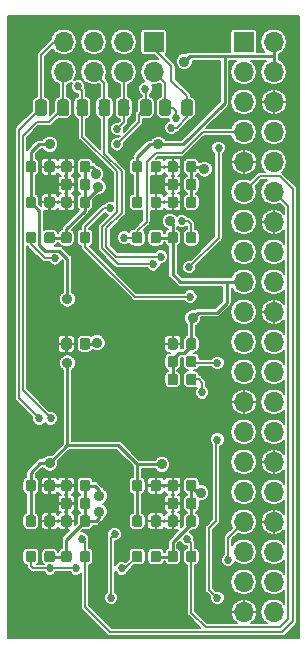
<source format=gbl>
G04 #@! TF.GenerationSoftware,KiCad,Pcbnew,5.0.0-fee4fd1~66~ubuntu18.04.1*
G04 #@! TF.CreationDate,2018-09-10T21:16:37+02:00*
G04 #@! TF.ProjectId,QuadCAN-FD,5175616443414E2D46442E6B69636164,rev?*
G04 #@! TF.SameCoordinates,Original*
G04 #@! TF.FileFunction,Copper,L2,Bot,Signal*
G04 #@! TF.FilePolarity,Positive*
%FSLAX46Y46*%
G04 Gerber Fmt 4.6, Leading zero omitted, Abs format (unit mm)*
G04 Created by KiCad (PCBNEW 5.0.0-fee4fd1~66~ubuntu18.04.1) date Mon Sep 10 21:16:37 2018*
%MOMM*%
%LPD*%
G01*
G04 APERTURE LIST*
G04 #@! TA.AperFunction,Conductor*
%ADD10C,0.100000*%
G04 #@! TD*
G04 #@! TA.AperFunction,SMDPad,CuDef*
%ADD11C,0.875000*%
G04 #@! TD*
G04 #@! TA.AperFunction,SMDPad,CuDef*
%ADD12C,0.975000*%
G04 #@! TD*
G04 #@! TA.AperFunction,ComponentPad*
%ADD13R,1.700000X1.700000*%
G04 #@! TD*
G04 #@! TA.AperFunction,ComponentPad*
%ADD14O,1.700000X1.700000*%
G04 #@! TD*
G04 #@! TA.AperFunction,ViaPad*
%ADD15C,0.685800*%
G04 #@! TD*
G04 #@! TA.AperFunction,ViaPad*
%ADD16C,0.900000*%
G04 #@! TD*
G04 #@! TA.AperFunction,Conductor*
%ADD17C,0.152400*%
G04 #@! TD*
G04 #@! TA.AperFunction,Conductor*
%ADD18C,0.250000*%
G04 #@! TD*
G04 #@! TA.AperFunction,Conductor*
%ADD19C,0.150000*%
G04 #@! TD*
G04 APERTURE END LIST*
D10*
G04 #@! TO.N,+3V3*
G04 #@! TO.C,C22*
G36*
X88395191Y-50491053D02*
X88416426Y-50494203D01*
X88437250Y-50499419D01*
X88457462Y-50506651D01*
X88476868Y-50515830D01*
X88495281Y-50526866D01*
X88512524Y-50539654D01*
X88528430Y-50554070D01*
X88542846Y-50569976D01*
X88555634Y-50587219D01*
X88566670Y-50605632D01*
X88575849Y-50625038D01*
X88583081Y-50645250D01*
X88588297Y-50666074D01*
X88591447Y-50687309D01*
X88592500Y-50708750D01*
X88592500Y-51221250D01*
X88591447Y-51242691D01*
X88588297Y-51263926D01*
X88583081Y-51284750D01*
X88575849Y-51304962D01*
X88566670Y-51324368D01*
X88555634Y-51342781D01*
X88542846Y-51360024D01*
X88528430Y-51375930D01*
X88512524Y-51390346D01*
X88495281Y-51403134D01*
X88476868Y-51414170D01*
X88457462Y-51423349D01*
X88437250Y-51430581D01*
X88416426Y-51435797D01*
X88395191Y-51438947D01*
X88373750Y-51440000D01*
X87936250Y-51440000D01*
X87914809Y-51438947D01*
X87893574Y-51435797D01*
X87872750Y-51430581D01*
X87852538Y-51423349D01*
X87833132Y-51414170D01*
X87814719Y-51403134D01*
X87797476Y-51390346D01*
X87781570Y-51375930D01*
X87767154Y-51360024D01*
X87754366Y-51342781D01*
X87743330Y-51324368D01*
X87734151Y-51304962D01*
X87726919Y-51284750D01*
X87721703Y-51263926D01*
X87718553Y-51242691D01*
X87717500Y-51221250D01*
X87717500Y-50708750D01*
X87718553Y-50687309D01*
X87721703Y-50666074D01*
X87726919Y-50645250D01*
X87734151Y-50625038D01*
X87743330Y-50605632D01*
X87754366Y-50587219D01*
X87767154Y-50569976D01*
X87781570Y-50554070D01*
X87797476Y-50539654D01*
X87814719Y-50526866D01*
X87833132Y-50515830D01*
X87852538Y-50506651D01*
X87872750Y-50499419D01*
X87893574Y-50494203D01*
X87914809Y-50491053D01*
X87936250Y-50490000D01*
X88373750Y-50490000D01*
X88395191Y-50491053D01*
X88395191Y-50491053D01*
G37*
D11*
G04 #@! TD*
G04 #@! TO.P,C22,1*
G04 #@! TO.N,+3V3*
X88155000Y-50965000D03*
D10*
G04 #@! TO.N,GND*
G04 #@! TO.C,C22*
G36*
X86820191Y-50491053D02*
X86841426Y-50494203D01*
X86862250Y-50499419D01*
X86882462Y-50506651D01*
X86901868Y-50515830D01*
X86920281Y-50526866D01*
X86937524Y-50539654D01*
X86953430Y-50554070D01*
X86967846Y-50569976D01*
X86980634Y-50587219D01*
X86991670Y-50605632D01*
X87000849Y-50625038D01*
X87008081Y-50645250D01*
X87013297Y-50666074D01*
X87016447Y-50687309D01*
X87017500Y-50708750D01*
X87017500Y-51221250D01*
X87016447Y-51242691D01*
X87013297Y-51263926D01*
X87008081Y-51284750D01*
X87000849Y-51304962D01*
X86991670Y-51324368D01*
X86980634Y-51342781D01*
X86967846Y-51360024D01*
X86953430Y-51375930D01*
X86937524Y-51390346D01*
X86920281Y-51403134D01*
X86901868Y-51414170D01*
X86882462Y-51423349D01*
X86862250Y-51430581D01*
X86841426Y-51435797D01*
X86820191Y-51438947D01*
X86798750Y-51440000D01*
X86361250Y-51440000D01*
X86339809Y-51438947D01*
X86318574Y-51435797D01*
X86297750Y-51430581D01*
X86277538Y-51423349D01*
X86258132Y-51414170D01*
X86239719Y-51403134D01*
X86222476Y-51390346D01*
X86206570Y-51375930D01*
X86192154Y-51360024D01*
X86179366Y-51342781D01*
X86168330Y-51324368D01*
X86159151Y-51304962D01*
X86151919Y-51284750D01*
X86146703Y-51263926D01*
X86143553Y-51242691D01*
X86142500Y-51221250D01*
X86142500Y-50708750D01*
X86143553Y-50687309D01*
X86146703Y-50666074D01*
X86151919Y-50645250D01*
X86159151Y-50625038D01*
X86168330Y-50605632D01*
X86179366Y-50587219D01*
X86192154Y-50569976D01*
X86206570Y-50554070D01*
X86222476Y-50539654D01*
X86239719Y-50526866D01*
X86258132Y-50515830D01*
X86277538Y-50506651D01*
X86297750Y-50499419D01*
X86318574Y-50494203D01*
X86339809Y-50491053D01*
X86361250Y-50490000D01*
X86798750Y-50490000D01*
X86820191Y-50491053D01*
X86820191Y-50491053D01*
G37*
D11*
G04 #@! TD*
G04 #@! TO.P,C22,2*
G04 #@! TO.N,GND*
X86580000Y-50965000D03*
D10*
G04 #@! TO.N,CAN1_L*
G04 #@! TO.C,R12*
G36*
X93572642Y-30266174D02*
X93596303Y-30269684D01*
X93619507Y-30275496D01*
X93642029Y-30283554D01*
X93663653Y-30293782D01*
X93684170Y-30306079D01*
X93703383Y-30320329D01*
X93721107Y-30336393D01*
X93737171Y-30354117D01*
X93751421Y-30373330D01*
X93763718Y-30393847D01*
X93773946Y-30415471D01*
X93782004Y-30437993D01*
X93787816Y-30461197D01*
X93791326Y-30484858D01*
X93792500Y-30508750D01*
X93792500Y-31421250D01*
X93791326Y-31445142D01*
X93787816Y-31468803D01*
X93782004Y-31492007D01*
X93773946Y-31514529D01*
X93763718Y-31536153D01*
X93751421Y-31556670D01*
X93737171Y-31575883D01*
X93721107Y-31593607D01*
X93703383Y-31609671D01*
X93684170Y-31623921D01*
X93663653Y-31636218D01*
X93642029Y-31646446D01*
X93619507Y-31654504D01*
X93596303Y-31660316D01*
X93572642Y-31663826D01*
X93548750Y-31665000D01*
X93061250Y-31665000D01*
X93037358Y-31663826D01*
X93013697Y-31660316D01*
X92990493Y-31654504D01*
X92967971Y-31646446D01*
X92946347Y-31636218D01*
X92925830Y-31623921D01*
X92906617Y-31609671D01*
X92888893Y-31593607D01*
X92872829Y-31575883D01*
X92858579Y-31556670D01*
X92846282Y-31536153D01*
X92836054Y-31514529D01*
X92827996Y-31492007D01*
X92822184Y-31468803D01*
X92818674Y-31445142D01*
X92817500Y-31421250D01*
X92817500Y-30508750D01*
X92818674Y-30484858D01*
X92822184Y-30461197D01*
X92827996Y-30437993D01*
X92836054Y-30415471D01*
X92846282Y-30393847D01*
X92858579Y-30373330D01*
X92872829Y-30354117D01*
X92888893Y-30336393D01*
X92906617Y-30320329D01*
X92925830Y-30306079D01*
X92946347Y-30293782D01*
X92967971Y-30283554D01*
X92990493Y-30275496D01*
X93013697Y-30269684D01*
X93037358Y-30266174D01*
X93061250Y-30265000D01*
X93548750Y-30265000D01*
X93572642Y-30266174D01*
X93572642Y-30266174D01*
G37*
D12*
G04 #@! TD*
G04 #@! TO.P,R12,2*
G04 #@! TO.N,CAN1_L*
X93305000Y-30965000D03*
D10*
G04 #@! TO.N,CAN1_H*
G04 #@! TO.C,R12*
G36*
X91697642Y-30266174D02*
X91721303Y-30269684D01*
X91744507Y-30275496D01*
X91767029Y-30283554D01*
X91788653Y-30293782D01*
X91809170Y-30306079D01*
X91828383Y-30320329D01*
X91846107Y-30336393D01*
X91862171Y-30354117D01*
X91876421Y-30373330D01*
X91888718Y-30393847D01*
X91898946Y-30415471D01*
X91907004Y-30437993D01*
X91912816Y-30461197D01*
X91916326Y-30484858D01*
X91917500Y-30508750D01*
X91917500Y-31421250D01*
X91916326Y-31445142D01*
X91912816Y-31468803D01*
X91907004Y-31492007D01*
X91898946Y-31514529D01*
X91888718Y-31536153D01*
X91876421Y-31556670D01*
X91862171Y-31575883D01*
X91846107Y-31593607D01*
X91828383Y-31609671D01*
X91809170Y-31623921D01*
X91788653Y-31636218D01*
X91767029Y-31646446D01*
X91744507Y-31654504D01*
X91721303Y-31660316D01*
X91697642Y-31663826D01*
X91673750Y-31665000D01*
X91186250Y-31665000D01*
X91162358Y-31663826D01*
X91138697Y-31660316D01*
X91115493Y-31654504D01*
X91092971Y-31646446D01*
X91071347Y-31636218D01*
X91050830Y-31623921D01*
X91031617Y-31609671D01*
X91013893Y-31593607D01*
X90997829Y-31575883D01*
X90983579Y-31556670D01*
X90971282Y-31536153D01*
X90961054Y-31514529D01*
X90952996Y-31492007D01*
X90947184Y-31468803D01*
X90943674Y-31445142D01*
X90942500Y-31421250D01*
X90942500Y-30508750D01*
X90943674Y-30484858D01*
X90947184Y-30461197D01*
X90952996Y-30437993D01*
X90961054Y-30415471D01*
X90971282Y-30393847D01*
X90983579Y-30373330D01*
X90997829Y-30354117D01*
X91013893Y-30336393D01*
X91031617Y-30320329D01*
X91050830Y-30306079D01*
X91071347Y-30293782D01*
X91092971Y-30283554D01*
X91115493Y-30275496D01*
X91138697Y-30269684D01*
X91162358Y-30266174D01*
X91186250Y-30265000D01*
X91673750Y-30265000D01*
X91697642Y-30266174D01*
X91697642Y-30266174D01*
G37*
D12*
G04 #@! TD*
G04 #@! TO.P,R12,1*
G04 #@! TO.N,CAN1_H*
X91430000Y-30965000D03*
D10*
G04 #@! TO.N,CAN2_H*
G04 #@! TO.C,R13*
G36*
X90072642Y-30266174D02*
X90096303Y-30269684D01*
X90119507Y-30275496D01*
X90142029Y-30283554D01*
X90163653Y-30293782D01*
X90184170Y-30306079D01*
X90203383Y-30320329D01*
X90221107Y-30336393D01*
X90237171Y-30354117D01*
X90251421Y-30373330D01*
X90263718Y-30393847D01*
X90273946Y-30415471D01*
X90282004Y-30437993D01*
X90287816Y-30461197D01*
X90291326Y-30484858D01*
X90292500Y-30508750D01*
X90292500Y-31421250D01*
X90291326Y-31445142D01*
X90287816Y-31468803D01*
X90282004Y-31492007D01*
X90273946Y-31514529D01*
X90263718Y-31536153D01*
X90251421Y-31556670D01*
X90237171Y-31575883D01*
X90221107Y-31593607D01*
X90203383Y-31609671D01*
X90184170Y-31623921D01*
X90163653Y-31636218D01*
X90142029Y-31646446D01*
X90119507Y-31654504D01*
X90096303Y-31660316D01*
X90072642Y-31663826D01*
X90048750Y-31665000D01*
X89561250Y-31665000D01*
X89537358Y-31663826D01*
X89513697Y-31660316D01*
X89490493Y-31654504D01*
X89467971Y-31646446D01*
X89446347Y-31636218D01*
X89425830Y-31623921D01*
X89406617Y-31609671D01*
X89388893Y-31593607D01*
X89372829Y-31575883D01*
X89358579Y-31556670D01*
X89346282Y-31536153D01*
X89336054Y-31514529D01*
X89327996Y-31492007D01*
X89322184Y-31468803D01*
X89318674Y-31445142D01*
X89317500Y-31421250D01*
X89317500Y-30508750D01*
X89318674Y-30484858D01*
X89322184Y-30461197D01*
X89327996Y-30437993D01*
X89336054Y-30415471D01*
X89346282Y-30393847D01*
X89358579Y-30373330D01*
X89372829Y-30354117D01*
X89388893Y-30336393D01*
X89406617Y-30320329D01*
X89425830Y-30306079D01*
X89446347Y-30293782D01*
X89467971Y-30283554D01*
X89490493Y-30275496D01*
X89513697Y-30269684D01*
X89537358Y-30266174D01*
X89561250Y-30265000D01*
X90048750Y-30265000D01*
X90072642Y-30266174D01*
X90072642Y-30266174D01*
G37*
D12*
G04 #@! TD*
G04 #@! TO.P,R13,1*
G04 #@! TO.N,CAN2_H*
X89805000Y-30965000D03*
D10*
G04 #@! TO.N,CAN2_L*
G04 #@! TO.C,R13*
G36*
X88197642Y-30266174D02*
X88221303Y-30269684D01*
X88244507Y-30275496D01*
X88267029Y-30283554D01*
X88288653Y-30293782D01*
X88309170Y-30306079D01*
X88328383Y-30320329D01*
X88346107Y-30336393D01*
X88362171Y-30354117D01*
X88376421Y-30373330D01*
X88388718Y-30393847D01*
X88398946Y-30415471D01*
X88407004Y-30437993D01*
X88412816Y-30461197D01*
X88416326Y-30484858D01*
X88417500Y-30508750D01*
X88417500Y-31421250D01*
X88416326Y-31445142D01*
X88412816Y-31468803D01*
X88407004Y-31492007D01*
X88398946Y-31514529D01*
X88388718Y-31536153D01*
X88376421Y-31556670D01*
X88362171Y-31575883D01*
X88346107Y-31593607D01*
X88328383Y-31609671D01*
X88309170Y-31623921D01*
X88288653Y-31636218D01*
X88267029Y-31646446D01*
X88244507Y-31654504D01*
X88221303Y-31660316D01*
X88197642Y-31663826D01*
X88173750Y-31665000D01*
X87686250Y-31665000D01*
X87662358Y-31663826D01*
X87638697Y-31660316D01*
X87615493Y-31654504D01*
X87592971Y-31646446D01*
X87571347Y-31636218D01*
X87550830Y-31623921D01*
X87531617Y-31609671D01*
X87513893Y-31593607D01*
X87497829Y-31575883D01*
X87483579Y-31556670D01*
X87471282Y-31536153D01*
X87461054Y-31514529D01*
X87452996Y-31492007D01*
X87447184Y-31468803D01*
X87443674Y-31445142D01*
X87442500Y-31421250D01*
X87442500Y-30508750D01*
X87443674Y-30484858D01*
X87447184Y-30461197D01*
X87452996Y-30437993D01*
X87461054Y-30415471D01*
X87471282Y-30393847D01*
X87483579Y-30373330D01*
X87497829Y-30354117D01*
X87513893Y-30336393D01*
X87531617Y-30320329D01*
X87550830Y-30306079D01*
X87571347Y-30293782D01*
X87592971Y-30283554D01*
X87615493Y-30275496D01*
X87638697Y-30269684D01*
X87662358Y-30266174D01*
X87686250Y-30265000D01*
X88173750Y-30265000D01*
X88197642Y-30266174D01*
X88197642Y-30266174D01*
G37*
D12*
G04 #@! TD*
G04 #@! TO.P,R13,2*
G04 #@! TO.N,CAN2_L*
X87930000Y-30965000D03*
D10*
G04 #@! TO.N,CAN0_L*
G04 #@! TO.C,R11*
G36*
X97072642Y-30266174D02*
X97096303Y-30269684D01*
X97119507Y-30275496D01*
X97142029Y-30283554D01*
X97163653Y-30293782D01*
X97184170Y-30306079D01*
X97203383Y-30320329D01*
X97221107Y-30336393D01*
X97237171Y-30354117D01*
X97251421Y-30373330D01*
X97263718Y-30393847D01*
X97273946Y-30415471D01*
X97282004Y-30437993D01*
X97287816Y-30461197D01*
X97291326Y-30484858D01*
X97292500Y-30508750D01*
X97292500Y-31421250D01*
X97291326Y-31445142D01*
X97287816Y-31468803D01*
X97282004Y-31492007D01*
X97273946Y-31514529D01*
X97263718Y-31536153D01*
X97251421Y-31556670D01*
X97237171Y-31575883D01*
X97221107Y-31593607D01*
X97203383Y-31609671D01*
X97184170Y-31623921D01*
X97163653Y-31636218D01*
X97142029Y-31646446D01*
X97119507Y-31654504D01*
X97096303Y-31660316D01*
X97072642Y-31663826D01*
X97048750Y-31665000D01*
X96561250Y-31665000D01*
X96537358Y-31663826D01*
X96513697Y-31660316D01*
X96490493Y-31654504D01*
X96467971Y-31646446D01*
X96446347Y-31636218D01*
X96425830Y-31623921D01*
X96406617Y-31609671D01*
X96388893Y-31593607D01*
X96372829Y-31575883D01*
X96358579Y-31556670D01*
X96346282Y-31536153D01*
X96336054Y-31514529D01*
X96327996Y-31492007D01*
X96322184Y-31468803D01*
X96318674Y-31445142D01*
X96317500Y-31421250D01*
X96317500Y-30508750D01*
X96318674Y-30484858D01*
X96322184Y-30461197D01*
X96327996Y-30437993D01*
X96336054Y-30415471D01*
X96346282Y-30393847D01*
X96358579Y-30373330D01*
X96372829Y-30354117D01*
X96388893Y-30336393D01*
X96406617Y-30320329D01*
X96425830Y-30306079D01*
X96446347Y-30293782D01*
X96467971Y-30283554D01*
X96490493Y-30275496D01*
X96513697Y-30269684D01*
X96537358Y-30266174D01*
X96561250Y-30265000D01*
X97048750Y-30265000D01*
X97072642Y-30266174D01*
X97072642Y-30266174D01*
G37*
D12*
G04 #@! TD*
G04 #@! TO.P,R11,2*
G04 #@! TO.N,CAN0_L*
X96805000Y-30965000D03*
D10*
G04 #@! TO.N,CAN0_H*
G04 #@! TO.C,R11*
G36*
X95197642Y-30266174D02*
X95221303Y-30269684D01*
X95244507Y-30275496D01*
X95267029Y-30283554D01*
X95288653Y-30293782D01*
X95309170Y-30306079D01*
X95328383Y-30320329D01*
X95346107Y-30336393D01*
X95362171Y-30354117D01*
X95376421Y-30373330D01*
X95388718Y-30393847D01*
X95398946Y-30415471D01*
X95407004Y-30437993D01*
X95412816Y-30461197D01*
X95416326Y-30484858D01*
X95417500Y-30508750D01*
X95417500Y-31421250D01*
X95416326Y-31445142D01*
X95412816Y-31468803D01*
X95407004Y-31492007D01*
X95398946Y-31514529D01*
X95388718Y-31536153D01*
X95376421Y-31556670D01*
X95362171Y-31575883D01*
X95346107Y-31593607D01*
X95328383Y-31609671D01*
X95309170Y-31623921D01*
X95288653Y-31636218D01*
X95267029Y-31646446D01*
X95244507Y-31654504D01*
X95221303Y-31660316D01*
X95197642Y-31663826D01*
X95173750Y-31665000D01*
X94686250Y-31665000D01*
X94662358Y-31663826D01*
X94638697Y-31660316D01*
X94615493Y-31654504D01*
X94592971Y-31646446D01*
X94571347Y-31636218D01*
X94550830Y-31623921D01*
X94531617Y-31609671D01*
X94513893Y-31593607D01*
X94497829Y-31575883D01*
X94483579Y-31556670D01*
X94471282Y-31536153D01*
X94461054Y-31514529D01*
X94452996Y-31492007D01*
X94447184Y-31468803D01*
X94443674Y-31445142D01*
X94442500Y-31421250D01*
X94442500Y-30508750D01*
X94443674Y-30484858D01*
X94447184Y-30461197D01*
X94452996Y-30437993D01*
X94461054Y-30415471D01*
X94471282Y-30393847D01*
X94483579Y-30373330D01*
X94497829Y-30354117D01*
X94513893Y-30336393D01*
X94531617Y-30320329D01*
X94550830Y-30306079D01*
X94571347Y-30293782D01*
X94592971Y-30283554D01*
X94615493Y-30275496D01*
X94638697Y-30269684D01*
X94662358Y-30266174D01*
X94686250Y-30265000D01*
X95173750Y-30265000D01*
X95197642Y-30266174D01*
X95197642Y-30266174D01*
G37*
D12*
G04 #@! TD*
G04 #@! TO.P,R11,1*
G04 #@! TO.N,CAN0_H*
X94930000Y-30965000D03*
D10*
G04 #@! TO.N,CAN3_H*
G04 #@! TO.C,R14*
G36*
X86572642Y-30266174D02*
X86596303Y-30269684D01*
X86619507Y-30275496D01*
X86642029Y-30283554D01*
X86663653Y-30293782D01*
X86684170Y-30306079D01*
X86703383Y-30320329D01*
X86721107Y-30336393D01*
X86737171Y-30354117D01*
X86751421Y-30373330D01*
X86763718Y-30393847D01*
X86773946Y-30415471D01*
X86782004Y-30437993D01*
X86787816Y-30461197D01*
X86791326Y-30484858D01*
X86792500Y-30508750D01*
X86792500Y-31421250D01*
X86791326Y-31445142D01*
X86787816Y-31468803D01*
X86782004Y-31492007D01*
X86773946Y-31514529D01*
X86763718Y-31536153D01*
X86751421Y-31556670D01*
X86737171Y-31575883D01*
X86721107Y-31593607D01*
X86703383Y-31609671D01*
X86684170Y-31623921D01*
X86663653Y-31636218D01*
X86642029Y-31646446D01*
X86619507Y-31654504D01*
X86596303Y-31660316D01*
X86572642Y-31663826D01*
X86548750Y-31665000D01*
X86061250Y-31665000D01*
X86037358Y-31663826D01*
X86013697Y-31660316D01*
X85990493Y-31654504D01*
X85967971Y-31646446D01*
X85946347Y-31636218D01*
X85925830Y-31623921D01*
X85906617Y-31609671D01*
X85888893Y-31593607D01*
X85872829Y-31575883D01*
X85858579Y-31556670D01*
X85846282Y-31536153D01*
X85836054Y-31514529D01*
X85827996Y-31492007D01*
X85822184Y-31468803D01*
X85818674Y-31445142D01*
X85817500Y-31421250D01*
X85817500Y-30508750D01*
X85818674Y-30484858D01*
X85822184Y-30461197D01*
X85827996Y-30437993D01*
X85836054Y-30415471D01*
X85846282Y-30393847D01*
X85858579Y-30373330D01*
X85872829Y-30354117D01*
X85888893Y-30336393D01*
X85906617Y-30320329D01*
X85925830Y-30306079D01*
X85946347Y-30293782D01*
X85967971Y-30283554D01*
X85990493Y-30275496D01*
X86013697Y-30269684D01*
X86037358Y-30266174D01*
X86061250Y-30265000D01*
X86548750Y-30265000D01*
X86572642Y-30266174D01*
X86572642Y-30266174D01*
G37*
D12*
G04 #@! TD*
G04 #@! TO.P,R14,1*
G04 #@! TO.N,CAN3_H*
X86305000Y-30965000D03*
D10*
G04 #@! TO.N,CAN3_L*
G04 #@! TO.C,R14*
G36*
X84697642Y-30266174D02*
X84721303Y-30269684D01*
X84744507Y-30275496D01*
X84767029Y-30283554D01*
X84788653Y-30293782D01*
X84809170Y-30306079D01*
X84828383Y-30320329D01*
X84846107Y-30336393D01*
X84862171Y-30354117D01*
X84876421Y-30373330D01*
X84888718Y-30393847D01*
X84898946Y-30415471D01*
X84907004Y-30437993D01*
X84912816Y-30461197D01*
X84916326Y-30484858D01*
X84917500Y-30508750D01*
X84917500Y-31421250D01*
X84916326Y-31445142D01*
X84912816Y-31468803D01*
X84907004Y-31492007D01*
X84898946Y-31514529D01*
X84888718Y-31536153D01*
X84876421Y-31556670D01*
X84862171Y-31575883D01*
X84846107Y-31593607D01*
X84828383Y-31609671D01*
X84809170Y-31623921D01*
X84788653Y-31636218D01*
X84767029Y-31646446D01*
X84744507Y-31654504D01*
X84721303Y-31660316D01*
X84697642Y-31663826D01*
X84673750Y-31665000D01*
X84186250Y-31665000D01*
X84162358Y-31663826D01*
X84138697Y-31660316D01*
X84115493Y-31654504D01*
X84092971Y-31646446D01*
X84071347Y-31636218D01*
X84050830Y-31623921D01*
X84031617Y-31609671D01*
X84013893Y-31593607D01*
X83997829Y-31575883D01*
X83983579Y-31556670D01*
X83971282Y-31536153D01*
X83961054Y-31514529D01*
X83952996Y-31492007D01*
X83947184Y-31468803D01*
X83943674Y-31445142D01*
X83942500Y-31421250D01*
X83942500Y-30508750D01*
X83943674Y-30484858D01*
X83947184Y-30461197D01*
X83952996Y-30437993D01*
X83961054Y-30415471D01*
X83971282Y-30393847D01*
X83983579Y-30373330D01*
X83997829Y-30354117D01*
X84013893Y-30336393D01*
X84031617Y-30320329D01*
X84050830Y-30306079D01*
X84071347Y-30293782D01*
X84092971Y-30283554D01*
X84115493Y-30275496D01*
X84138697Y-30269684D01*
X84162358Y-30266174D01*
X84186250Y-30265000D01*
X84673750Y-30265000D01*
X84697642Y-30266174D01*
X84697642Y-30266174D01*
G37*
D12*
G04 #@! TD*
G04 #@! TO.P,R14,2*
G04 #@! TO.N,CAN3_L*
X84430000Y-30965000D03*
D10*
G04 #@! TO.N,SPI0_CS1*
G04 #@! TO.C,R5*
G36*
X88395191Y-41491053D02*
X88416426Y-41494203D01*
X88437250Y-41499419D01*
X88457462Y-41506651D01*
X88476868Y-41515830D01*
X88495281Y-41526866D01*
X88512524Y-41539654D01*
X88528430Y-41554070D01*
X88542846Y-41569976D01*
X88555634Y-41587219D01*
X88566670Y-41605632D01*
X88575849Y-41625038D01*
X88583081Y-41645250D01*
X88588297Y-41666074D01*
X88591447Y-41687309D01*
X88592500Y-41708750D01*
X88592500Y-42221250D01*
X88591447Y-42242691D01*
X88588297Y-42263926D01*
X88583081Y-42284750D01*
X88575849Y-42304962D01*
X88566670Y-42324368D01*
X88555634Y-42342781D01*
X88542846Y-42360024D01*
X88528430Y-42375930D01*
X88512524Y-42390346D01*
X88495281Y-42403134D01*
X88476868Y-42414170D01*
X88457462Y-42423349D01*
X88437250Y-42430581D01*
X88416426Y-42435797D01*
X88395191Y-42438947D01*
X88373750Y-42440000D01*
X87936250Y-42440000D01*
X87914809Y-42438947D01*
X87893574Y-42435797D01*
X87872750Y-42430581D01*
X87852538Y-42423349D01*
X87833132Y-42414170D01*
X87814719Y-42403134D01*
X87797476Y-42390346D01*
X87781570Y-42375930D01*
X87767154Y-42360024D01*
X87754366Y-42342781D01*
X87743330Y-42324368D01*
X87734151Y-42304962D01*
X87726919Y-42284750D01*
X87721703Y-42263926D01*
X87718553Y-42242691D01*
X87717500Y-42221250D01*
X87717500Y-41708750D01*
X87718553Y-41687309D01*
X87721703Y-41666074D01*
X87726919Y-41645250D01*
X87734151Y-41625038D01*
X87743330Y-41605632D01*
X87754366Y-41587219D01*
X87767154Y-41569976D01*
X87781570Y-41554070D01*
X87797476Y-41539654D01*
X87814719Y-41526866D01*
X87833132Y-41515830D01*
X87852538Y-41506651D01*
X87872750Y-41499419D01*
X87893574Y-41494203D01*
X87914809Y-41491053D01*
X87936250Y-41490000D01*
X88373750Y-41490000D01*
X88395191Y-41491053D01*
X88395191Y-41491053D01*
G37*
D11*
G04 #@! TD*
G04 #@! TO.P,R5,2*
G04 #@! TO.N,SPI0_CS1*
X88155000Y-41965000D03*
D10*
G04 #@! TO.N,+3V3*
G04 #@! TO.C,R5*
G36*
X86820191Y-41491053D02*
X86841426Y-41494203D01*
X86862250Y-41499419D01*
X86882462Y-41506651D01*
X86901868Y-41515830D01*
X86920281Y-41526866D01*
X86937524Y-41539654D01*
X86953430Y-41554070D01*
X86967846Y-41569976D01*
X86980634Y-41587219D01*
X86991670Y-41605632D01*
X87000849Y-41625038D01*
X87008081Y-41645250D01*
X87013297Y-41666074D01*
X87016447Y-41687309D01*
X87017500Y-41708750D01*
X87017500Y-42221250D01*
X87016447Y-42242691D01*
X87013297Y-42263926D01*
X87008081Y-42284750D01*
X87000849Y-42304962D01*
X86991670Y-42324368D01*
X86980634Y-42342781D01*
X86967846Y-42360024D01*
X86953430Y-42375930D01*
X86937524Y-42390346D01*
X86920281Y-42403134D01*
X86901868Y-42414170D01*
X86882462Y-42423349D01*
X86862250Y-42430581D01*
X86841426Y-42435797D01*
X86820191Y-42438947D01*
X86798750Y-42440000D01*
X86361250Y-42440000D01*
X86339809Y-42438947D01*
X86318574Y-42435797D01*
X86297750Y-42430581D01*
X86277538Y-42423349D01*
X86258132Y-42414170D01*
X86239719Y-42403134D01*
X86222476Y-42390346D01*
X86206570Y-42375930D01*
X86192154Y-42360024D01*
X86179366Y-42342781D01*
X86168330Y-42324368D01*
X86159151Y-42304962D01*
X86151919Y-42284750D01*
X86146703Y-42263926D01*
X86143553Y-42242691D01*
X86142500Y-42221250D01*
X86142500Y-41708750D01*
X86143553Y-41687309D01*
X86146703Y-41666074D01*
X86151919Y-41645250D01*
X86159151Y-41625038D01*
X86168330Y-41605632D01*
X86179366Y-41587219D01*
X86192154Y-41569976D01*
X86206570Y-41554070D01*
X86222476Y-41539654D01*
X86239719Y-41526866D01*
X86258132Y-41515830D01*
X86277538Y-41506651D01*
X86297750Y-41499419D01*
X86318574Y-41494203D01*
X86339809Y-41491053D01*
X86361250Y-41490000D01*
X86798750Y-41490000D01*
X86820191Y-41491053D01*
X86820191Y-41491053D01*
G37*
D11*
G04 #@! TD*
G04 #@! TO.P,R5,1*
G04 #@! TO.N,+3V3*
X86580000Y-41965000D03*
D10*
G04 #@! TO.N,+3V3*
G04 #@! TO.C,R6*
G36*
X85395191Y-41491053D02*
X85416426Y-41494203D01*
X85437250Y-41499419D01*
X85457462Y-41506651D01*
X85476868Y-41515830D01*
X85495281Y-41526866D01*
X85512524Y-41539654D01*
X85528430Y-41554070D01*
X85542846Y-41569976D01*
X85555634Y-41587219D01*
X85566670Y-41605632D01*
X85575849Y-41625038D01*
X85583081Y-41645250D01*
X85588297Y-41666074D01*
X85591447Y-41687309D01*
X85592500Y-41708750D01*
X85592500Y-42221250D01*
X85591447Y-42242691D01*
X85588297Y-42263926D01*
X85583081Y-42284750D01*
X85575849Y-42304962D01*
X85566670Y-42324368D01*
X85555634Y-42342781D01*
X85542846Y-42360024D01*
X85528430Y-42375930D01*
X85512524Y-42390346D01*
X85495281Y-42403134D01*
X85476868Y-42414170D01*
X85457462Y-42423349D01*
X85437250Y-42430581D01*
X85416426Y-42435797D01*
X85395191Y-42438947D01*
X85373750Y-42440000D01*
X84936250Y-42440000D01*
X84914809Y-42438947D01*
X84893574Y-42435797D01*
X84872750Y-42430581D01*
X84852538Y-42423349D01*
X84833132Y-42414170D01*
X84814719Y-42403134D01*
X84797476Y-42390346D01*
X84781570Y-42375930D01*
X84767154Y-42360024D01*
X84754366Y-42342781D01*
X84743330Y-42324368D01*
X84734151Y-42304962D01*
X84726919Y-42284750D01*
X84721703Y-42263926D01*
X84718553Y-42242691D01*
X84717500Y-42221250D01*
X84717500Y-41708750D01*
X84718553Y-41687309D01*
X84721703Y-41666074D01*
X84726919Y-41645250D01*
X84734151Y-41625038D01*
X84743330Y-41605632D01*
X84754366Y-41587219D01*
X84767154Y-41569976D01*
X84781570Y-41554070D01*
X84797476Y-41539654D01*
X84814719Y-41526866D01*
X84833132Y-41515830D01*
X84852538Y-41506651D01*
X84872750Y-41499419D01*
X84893574Y-41494203D01*
X84914809Y-41491053D01*
X84936250Y-41490000D01*
X85373750Y-41490000D01*
X85395191Y-41491053D01*
X85395191Y-41491053D01*
G37*
D11*
G04 #@! TD*
G04 #@! TO.P,R6,1*
G04 #@! TO.N,+3V3*
X85155000Y-41965000D03*
D10*
G04 #@! TO.N,MCP1_INT*
G04 #@! TO.C,R6*
G36*
X83820191Y-41491053D02*
X83841426Y-41494203D01*
X83862250Y-41499419D01*
X83882462Y-41506651D01*
X83901868Y-41515830D01*
X83920281Y-41526866D01*
X83937524Y-41539654D01*
X83953430Y-41554070D01*
X83967846Y-41569976D01*
X83980634Y-41587219D01*
X83991670Y-41605632D01*
X84000849Y-41625038D01*
X84008081Y-41645250D01*
X84013297Y-41666074D01*
X84016447Y-41687309D01*
X84017500Y-41708750D01*
X84017500Y-42221250D01*
X84016447Y-42242691D01*
X84013297Y-42263926D01*
X84008081Y-42284750D01*
X84000849Y-42304962D01*
X83991670Y-42324368D01*
X83980634Y-42342781D01*
X83967846Y-42360024D01*
X83953430Y-42375930D01*
X83937524Y-42390346D01*
X83920281Y-42403134D01*
X83901868Y-42414170D01*
X83882462Y-42423349D01*
X83862250Y-42430581D01*
X83841426Y-42435797D01*
X83820191Y-42438947D01*
X83798750Y-42440000D01*
X83361250Y-42440000D01*
X83339809Y-42438947D01*
X83318574Y-42435797D01*
X83297750Y-42430581D01*
X83277538Y-42423349D01*
X83258132Y-42414170D01*
X83239719Y-42403134D01*
X83222476Y-42390346D01*
X83206570Y-42375930D01*
X83192154Y-42360024D01*
X83179366Y-42342781D01*
X83168330Y-42324368D01*
X83159151Y-42304962D01*
X83151919Y-42284750D01*
X83146703Y-42263926D01*
X83143553Y-42242691D01*
X83142500Y-42221250D01*
X83142500Y-41708750D01*
X83143553Y-41687309D01*
X83146703Y-41666074D01*
X83151919Y-41645250D01*
X83159151Y-41625038D01*
X83168330Y-41605632D01*
X83179366Y-41587219D01*
X83192154Y-41569976D01*
X83206570Y-41554070D01*
X83222476Y-41539654D01*
X83239719Y-41526866D01*
X83258132Y-41515830D01*
X83277538Y-41506651D01*
X83297750Y-41499419D01*
X83318574Y-41494203D01*
X83339809Y-41491053D01*
X83361250Y-41490000D01*
X83798750Y-41490000D01*
X83820191Y-41491053D01*
X83820191Y-41491053D01*
G37*
D11*
G04 #@! TD*
G04 #@! TO.P,R6,2*
G04 #@! TO.N,MCP1_INT*
X83580000Y-41965000D03*
D10*
G04 #@! TO.N,SPI1_CS0*
G04 #@! TO.C,R7*
G36*
X97395191Y-68491053D02*
X97416426Y-68494203D01*
X97437250Y-68499419D01*
X97457462Y-68506651D01*
X97476868Y-68515830D01*
X97495281Y-68526866D01*
X97512524Y-68539654D01*
X97528430Y-68554070D01*
X97542846Y-68569976D01*
X97555634Y-68587219D01*
X97566670Y-68605632D01*
X97575849Y-68625038D01*
X97583081Y-68645250D01*
X97588297Y-68666074D01*
X97591447Y-68687309D01*
X97592500Y-68708750D01*
X97592500Y-69221250D01*
X97591447Y-69242691D01*
X97588297Y-69263926D01*
X97583081Y-69284750D01*
X97575849Y-69304962D01*
X97566670Y-69324368D01*
X97555634Y-69342781D01*
X97542846Y-69360024D01*
X97528430Y-69375930D01*
X97512524Y-69390346D01*
X97495281Y-69403134D01*
X97476868Y-69414170D01*
X97457462Y-69423349D01*
X97437250Y-69430581D01*
X97416426Y-69435797D01*
X97395191Y-69438947D01*
X97373750Y-69440000D01*
X96936250Y-69440000D01*
X96914809Y-69438947D01*
X96893574Y-69435797D01*
X96872750Y-69430581D01*
X96852538Y-69423349D01*
X96833132Y-69414170D01*
X96814719Y-69403134D01*
X96797476Y-69390346D01*
X96781570Y-69375930D01*
X96767154Y-69360024D01*
X96754366Y-69342781D01*
X96743330Y-69324368D01*
X96734151Y-69304962D01*
X96726919Y-69284750D01*
X96721703Y-69263926D01*
X96718553Y-69242691D01*
X96717500Y-69221250D01*
X96717500Y-68708750D01*
X96718553Y-68687309D01*
X96721703Y-68666074D01*
X96726919Y-68645250D01*
X96734151Y-68625038D01*
X96743330Y-68605632D01*
X96754366Y-68587219D01*
X96767154Y-68569976D01*
X96781570Y-68554070D01*
X96797476Y-68539654D01*
X96814719Y-68526866D01*
X96833132Y-68515830D01*
X96852538Y-68506651D01*
X96872750Y-68499419D01*
X96893574Y-68494203D01*
X96914809Y-68491053D01*
X96936250Y-68490000D01*
X97373750Y-68490000D01*
X97395191Y-68491053D01*
X97395191Y-68491053D01*
G37*
D11*
G04 #@! TD*
G04 #@! TO.P,R7,2*
G04 #@! TO.N,SPI1_CS0*
X97155000Y-68965000D03*
D10*
G04 #@! TO.N,+3V3*
G04 #@! TO.C,R7*
G36*
X95820191Y-68491053D02*
X95841426Y-68494203D01*
X95862250Y-68499419D01*
X95882462Y-68506651D01*
X95901868Y-68515830D01*
X95920281Y-68526866D01*
X95937524Y-68539654D01*
X95953430Y-68554070D01*
X95967846Y-68569976D01*
X95980634Y-68587219D01*
X95991670Y-68605632D01*
X96000849Y-68625038D01*
X96008081Y-68645250D01*
X96013297Y-68666074D01*
X96016447Y-68687309D01*
X96017500Y-68708750D01*
X96017500Y-69221250D01*
X96016447Y-69242691D01*
X96013297Y-69263926D01*
X96008081Y-69284750D01*
X96000849Y-69304962D01*
X95991670Y-69324368D01*
X95980634Y-69342781D01*
X95967846Y-69360024D01*
X95953430Y-69375930D01*
X95937524Y-69390346D01*
X95920281Y-69403134D01*
X95901868Y-69414170D01*
X95882462Y-69423349D01*
X95862250Y-69430581D01*
X95841426Y-69435797D01*
X95820191Y-69438947D01*
X95798750Y-69440000D01*
X95361250Y-69440000D01*
X95339809Y-69438947D01*
X95318574Y-69435797D01*
X95297750Y-69430581D01*
X95277538Y-69423349D01*
X95258132Y-69414170D01*
X95239719Y-69403134D01*
X95222476Y-69390346D01*
X95206570Y-69375930D01*
X95192154Y-69360024D01*
X95179366Y-69342781D01*
X95168330Y-69324368D01*
X95159151Y-69304962D01*
X95151919Y-69284750D01*
X95146703Y-69263926D01*
X95143553Y-69242691D01*
X95142500Y-69221250D01*
X95142500Y-68708750D01*
X95143553Y-68687309D01*
X95146703Y-68666074D01*
X95151919Y-68645250D01*
X95159151Y-68625038D01*
X95168330Y-68605632D01*
X95179366Y-68587219D01*
X95192154Y-68569976D01*
X95206570Y-68554070D01*
X95222476Y-68539654D01*
X95239719Y-68526866D01*
X95258132Y-68515830D01*
X95277538Y-68506651D01*
X95297750Y-68499419D01*
X95318574Y-68494203D01*
X95339809Y-68491053D01*
X95361250Y-68490000D01*
X95798750Y-68490000D01*
X95820191Y-68491053D01*
X95820191Y-68491053D01*
G37*
D11*
G04 #@! TD*
G04 #@! TO.P,R7,1*
G04 #@! TO.N,+3V3*
X95580000Y-68965000D03*
D10*
G04 #@! TO.N,+3V3*
G04 #@! TO.C,R8*
G36*
X94395191Y-68491053D02*
X94416426Y-68494203D01*
X94437250Y-68499419D01*
X94457462Y-68506651D01*
X94476868Y-68515830D01*
X94495281Y-68526866D01*
X94512524Y-68539654D01*
X94528430Y-68554070D01*
X94542846Y-68569976D01*
X94555634Y-68587219D01*
X94566670Y-68605632D01*
X94575849Y-68625038D01*
X94583081Y-68645250D01*
X94588297Y-68666074D01*
X94591447Y-68687309D01*
X94592500Y-68708750D01*
X94592500Y-69221250D01*
X94591447Y-69242691D01*
X94588297Y-69263926D01*
X94583081Y-69284750D01*
X94575849Y-69304962D01*
X94566670Y-69324368D01*
X94555634Y-69342781D01*
X94542846Y-69360024D01*
X94528430Y-69375930D01*
X94512524Y-69390346D01*
X94495281Y-69403134D01*
X94476868Y-69414170D01*
X94457462Y-69423349D01*
X94437250Y-69430581D01*
X94416426Y-69435797D01*
X94395191Y-69438947D01*
X94373750Y-69440000D01*
X93936250Y-69440000D01*
X93914809Y-69438947D01*
X93893574Y-69435797D01*
X93872750Y-69430581D01*
X93852538Y-69423349D01*
X93833132Y-69414170D01*
X93814719Y-69403134D01*
X93797476Y-69390346D01*
X93781570Y-69375930D01*
X93767154Y-69360024D01*
X93754366Y-69342781D01*
X93743330Y-69324368D01*
X93734151Y-69304962D01*
X93726919Y-69284750D01*
X93721703Y-69263926D01*
X93718553Y-69242691D01*
X93717500Y-69221250D01*
X93717500Y-68708750D01*
X93718553Y-68687309D01*
X93721703Y-68666074D01*
X93726919Y-68645250D01*
X93734151Y-68625038D01*
X93743330Y-68605632D01*
X93754366Y-68587219D01*
X93767154Y-68569976D01*
X93781570Y-68554070D01*
X93797476Y-68539654D01*
X93814719Y-68526866D01*
X93833132Y-68515830D01*
X93852538Y-68506651D01*
X93872750Y-68499419D01*
X93893574Y-68494203D01*
X93914809Y-68491053D01*
X93936250Y-68490000D01*
X94373750Y-68490000D01*
X94395191Y-68491053D01*
X94395191Y-68491053D01*
G37*
D11*
G04 #@! TD*
G04 #@! TO.P,R8,1*
G04 #@! TO.N,+3V3*
X94155000Y-68965000D03*
D10*
G04 #@! TO.N,MCP2_INT*
G04 #@! TO.C,R8*
G36*
X92820191Y-68491053D02*
X92841426Y-68494203D01*
X92862250Y-68499419D01*
X92882462Y-68506651D01*
X92901868Y-68515830D01*
X92920281Y-68526866D01*
X92937524Y-68539654D01*
X92953430Y-68554070D01*
X92967846Y-68569976D01*
X92980634Y-68587219D01*
X92991670Y-68605632D01*
X93000849Y-68625038D01*
X93008081Y-68645250D01*
X93013297Y-68666074D01*
X93016447Y-68687309D01*
X93017500Y-68708750D01*
X93017500Y-69221250D01*
X93016447Y-69242691D01*
X93013297Y-69263926D01*
X93008081Y-69284750D01*
X93000849Y-69304962D01*
X92991670Y-69324368D01*
X92980634Y-69342781D01*
X92967846Y-69360024D01*
X92953430Y-69375930D01*
X92937524Y-69390346D01*
X92920281Y-69403134D01*
X92901868Y-69414170D01*
X92882462Y-69423349D01*
X92862250Y-69430581D01*
X92841426Y-69435797D01*
X92820191Y-69438947D01*
X92798750Y-69440000D01*
X92361250Y-69440000D01*
X92339809Y-69438947D01*
X92318574Y-69435797D01*
X92297750Y-69430581D01*
X92277538Y-69423349D01*
X92258132Y-69414170D01*
X92239719Y-69403134D01*
X92222476Y-69390346D01*
X92206570Y-69375930D01*
X92192154Y-69360024D01*
X92179366Y-69342781D01*
X92168330Y-69324368D01*
X92159151Y-69304962D01*
X92151919Y-69284750D01*
X92146703Y-69263926D01*
X92143553Y-69242691D01*
X92142500Y-69221250D01*
X92142500Y-68708750D01*
X92143553Y-68687309D01*
X92146703Y-68666074D01*
X92151919Y-68645250D01*
X92159151Y-68625038D01*
X92168330Y-68605632D01*
X92179366Y-68587219D01*
X92192154Y-68569976D01*
X92206570Y-68554070D01*
X92222476Y-68539654D01*
X92239719Y-68526866D01*
X92258132Y-68515830D01*
X92277538Y-68506651D01*
X92297750Y-68499419D01*
X92318574Y-68494203D01*
X92339809Y-68491053D01*
X92361250Y-68490000D01*
X92798750Y-68490000D01*
X92820191Y-68491053D01*
X92820191Y-68491053D01*
G37*
D11*
G04 #@! TD*
G04 #@! TO.P,R8,2*
G04 #@! TO.N,MCP2_INT*
X92580000Y-68965000D03*
D10*
G04 #@! TO.N,SPI1_CS1*
G04 #@! TO.C,R9*
G36*
X88395191Y-68491053D02*
X88416426Y-68494203D01*
X88437250Y-68499419D01*
X88457462Y-68506651D01*
X88476868Y-68515830D01*
X88495281Y-68526866D01*
X88512524Y-68539654D01*
X88528430Y-68554070D01*
X88542846Y-68569976D01*
X88555634Y-68587219D01*
X88566670Y-68605632D01*
X88575849Y-68625038D01*
X88583081Y-68645250D01*
X88588297Y-68666074D01*
X88591447Y-68687309D01*
X88592500Y-68708750D01*
X88592500Y-69221250D01*
X88591447Y-69242691D01*
X88588297Y-69263926D01*
X88583081Y-69284750D01*
X88575849Y-69304962D01*
X88566670Y-69324368D01*
X88555634Y-69342781D01*
X88542846Y-69360024D01*
X88528430Y-69375930D01*
X88512524Y-69390346D01*
X88495281Y-69403134D01*
X88476868Y-69414170D01*
X88457462Y-69423349D01*
X88437250Y-69430581D01*
X88416426Y-69435797D01*
X88395191Y-69438947D01*
X88373750Y-69440000D01*
X87936250Y-69440000D01*
X87914809Y-69438947D01*
X87893574Y-69435797D01*
X87872750Y-69430581D01*
X87852538Y-69423349D01*
X87833132Y-69414170D01*
X87814719Y-69403134D01*
X87797476Y-69390346D01*
X87781570Y-69375930D01*
X87767154Y-69360024D01*
X87754366Y-69342781D01*
X87743330Y-69324368D01*
X87734151Y-69304962D01*
X87726919Y-69284750D01*
X87721703Y-69263926D01*
X87718553Y-69242691D01*
X87717500Y-69221250D01*
X87717500Y-68708750D01*
X87718553Y-68687309D01*
X87721703Y-68666074D01*
X87726919Y-68645250D01*
X87734151Y-68625038D01*
X87743330Y-68605632D01*
X87754366Y-68587219D01*
X87767154Y-68569976D01*
X87781570Y-68554070D01*
X87797476Y-68539654D01*
X87814719Y-68526866D01*
X87833132Y-68515830D01*
X87852538Y-68506651D01*
X87872750Y-68499419D01*
X87893574Y-68494203D01*
X87914809Y-68491053D01*
X87936250Y-68490000D01*
X88373750Y-68490000D01*
X88395191Y-68491053D01*
X88395191Y-68491053D01*
G37*
D11*
G04 #@! TD*
G04 #@! TO.P,R9,2*
G04 #@! TO.N,SPI1_CS1*
X88155000Y-68965000D03*
D10*
G04 #@! TO.N,+3V3*
G04 #@! TO.C,R9*
G36*
X86820191Y-68491053D02*
X86841426Y-68494203D01*
X86862250Y-68499419D01*
X86882462Y-68506651D01*
X86901868Y-68515830D01*
X86920281Y-68526866D01*
X86937524Y-68539654D01*
X86953430Y-68554070D01*
X86967846Y-68569976D01*
X86980634Y-68587219D01*
X86991670Y-68605632D01*
X87000849Y-68625038D01*
X87008081Y-68645250D01*
X87013297Y-68666074D01*
X87016447Y-68687309D01*
X87017500Y-68708750D01*
X87017500Y-69221250D01*
X87016447Y-69242691D01*
X87013297Y-69263926D01*
X87008081Y-69284750D01*
X87000849Y-69304962D01*
X86991670Y-69324368D01*
X86980634Y-69342781D01*
X86967846Y-69360024D01*
X86953430Y-69375930D01*
X86937524Y-69390346D01*
X86920281Y-69403134D01*
X86901868Y-69414170D01*
X86882462Y-69423349D01*
X86862250Y-69430581D01*
X86841426Y-69435797D01*
X86820191Y-69438947D01*
X86798750Y-69440000D01*
X86361250Y-69440000D01*
X86339809Y-69438947D01*
X86318574Y-69435797D01*
X86297750Y-69430581D01*
X86277538Y-69423349D01*
X86258132Y-69414170D01*
X86239719Y-69403134D01*
X86222476Y-69390346D01*
X86206570Y-69375930D01*
X86192154Y-69360024D01*
X86179366Y-69342781D01*
X86168330Y-69324368D01*
X86159151Y-69304962D01*
X86151919Y-69284750D01*
X86146703Y-69263926D01*
X86143553Y-69242691D01*
X86142500Y-69221250D01*
X86142500Y-68708750D01*
X86143553Y-68687309D01*
X86146703Y-68666074D01*
X86151919Y-68645250D01*
X86159151Y-68625038D01*
X86168330Y-68605632D01*
X86179366Y-68587219D01*
X86192154Y-68569976D01*
X86206570Y-68554070D01*
X86222476Y-68539654D01*
X86239719Y-68526866D01*
X86258132Y-68515830D01*
X86277538Y-68506651D01*
X86297750Y-68499419D01*
X86318574Y-68494203D01*
X86339809Y-68491053D01*
X86361250Y-68490000D01*
X86798750Y-68490000D01*
X86820191Y-68491053D01*
X86820191Y-68491053D01*
G37*
D11*
G04 #@! TD*
G04 #@! TO.P,R9,1*
G04 #@! TO.N,+3V3*
X86580000Y-68965000D03*
D10*
G04 #@! TO.N,+3V3*
G04 #@! TO.C,R10*
G36*
X85395191Y-68491053D02*
X85416426Y-68494203D01*
X85437250Y-68499419D01*
X85457462Y-68506651D01*
X85476868Y-68515830D01*
X85495281Y-68526866D01*
X85512524Y-68539654D01*
X85528430Y-68554070D01*
X85542846Y-68569976D01*
X85555634Y-68587219D01*
X85566670Y-68605632D01*
X85575849Y-68625038D01*
X85583081Y-68645250D01*
X85588297Y-68666074D01*
X85591447Y-68687309D01*
X85592500Y-68708750D01*
X85592500Y-69221250D01*
X85591447Y-69242691D01*
X85588297Y-69263926D01*
X85583081Y-69284750D01*
X85575849Y-69304962D01*
X85566670Y-69324368D01*
X85555634Y-69342781D01*
X85542846Y-69360024D01*
X85528430Y-69375930D01*
X85512524Y-69390346D01*
X85495281Y-69403134D01*
X85476868Y-69414170D01*
X85457462Y-69423349D01*
X85437250Y-69430581D01*
X85416426Y-69435797D01*
X85395191Y-69438947D01*
X85373750Y-69440000D01*
X84936250Y-69440000D01*
X84914809Y-69438947D01*
X84893574Y-69435797D01*
X84872750Y-69430581D01*
X84852538Y-69423349D01*
X84833132Y-69414170D01*
X84814719Y-69403134D01*
X84797476Y-69390346D01*
X84781570Y-69375930D01*
X84767154Y-69360024D01*
X84754366Y-69342781D01*
X84743330Y-69324368D01*
X84734151Y-69304962D01*
X84726919Y-69284750D01*
X84721703Y-69263926D01*
X84718553Y-69242691D01*
X84717500Y-69221250D01*
X84717500Y-68708750D01*
X84718553Y-68687309D01*
X84721703Y-68666074D01*
X84726919Y-68645250D01*
X84734151Y-68625038D01*
X84743330Y-68605632D01*
X84754366Y-68587219D01*
X84767154Y-68569976D01*
X84781570Y-68554070D01*
X84797476Y-68539654D01*
X84814719Y-68526866D01*
X84833132Y-68515830D01*
X84852538Y-68506651D01*
X84872750Y-68499419D01*
X84893574Y-68494203D01*
X84914809Y-68491053D01*
X84936250Y-68490000D01*
X85373750Y-68490000D01*
X85395191Y-68491053D01*
X85395191Y-68491053D01*
G37*
D11*
G04 #@! TD*
G04 #@! TO.P,R10,1*
G04 #@! TO.N,+3V3*
X85155000Y-68965000D03*
D10*
G04 #@! TO.N,MCP3_INT*
G04 #@! TO.C,R10*
G36*
X83820191Y-68491053D02*
X83841426Y-68494203D01*
X83862250Y-68499419D01*
X83882462Y-68506651D01*
X83901868Y-68515830D01*
X83920281Y-68526866D01*
X83937524Y-68539654D01*
X83953430Y-68554070D01*
X83967846Y-68569976D01*
X83980634Y-68587219D01*
X83991670Y-68605632D01*
X84000849Y-68625038D01*
X84008081Y-68645250D01*
X84013297Y-68666074D01*
X84016447Y-68687309D01*
X84017500Y-68708750D01*
X84017500Y-69221250D01*
X84016447Y-69242691D01*
X84013297Y-69263926D01*
X84008081Y-69284750D01*
X84000849Y-69304962D01*
X83991670Y-69324368D01*
X83980634Y-69342781D01*
X83967846Y-69360024D01*
X83953430Y-69375930D01*
X83937524Y-69390346D01*
X83920281Y-69403134D01*
X83901868Y-69414170D01*
X83882462Y-69423349D01*
X83862250Y-69430581D01*
X83841426Y-69435797D01*
X83820191Y-69438947D01*
X83798750Y-69440000D01*
X83361250Y-69440000D01*
X83339809Y-69438947D01*
X83318574Y-69435797D01*
X83297750Y-69430581D01*
X83277538Y-69423349D01*
X83258132Y-69414170D01*
X83239719Y-69403134D01*
X83222476Y-69390346D01*
X83206570Y-69375930D01*
X83192154Y-69360024D01*
X83179366Y-69342781D01*
X83168330Y-69324368D01*
X83159151Y-69304962D01*
X83151919Y-69284750D01*
X83146703Y-69263926D01*
X83143553Y-69242691D01*
X83142500Y-69221250D01*
X83142500Y-68708750D01*
X83143553Y-68687309D01*
X83146703Y-68666074D01*
X83151919Y-68645250D01*
X83159151Y-68625038D01*
X83168330Y-68605632D01*
X83179366Y-68587219D01*
X83192154Y-68569976D01*
X83206570Y-68554070D01*
X83222476Y-68539654D01*
X83239719Y-68526866D01*
X83258132Y-68515830D01*
X83277538Y-68506651D01*
X83297750Y-68499419D01*
X83318574Y-68494203D01*
X83339809Y-68491053D01*
X83361250Y-68490000D01*
X83798750Y-68490000D01*
X83820191Y-68491053D01*
X83820191Y-68491053D01*
G37*
D11*
G04 #@! TD*
G04 #@! TO.P,R10,2*
G04 #@! TO.N,MCP3_INT*
X83580000Y-68965000D03*
D10*
G04 #@! TO.N,+3V3*
G04 #@! TO.C,R4*
G36*
X94395191Y-41491053D02*
X94416426Y-41494203D01*
X94437250Y-41499419D01*
X94457462Y-41506651D01*
X94476868Y-41515830D01*
X94495281Y-41526866D01*
X94512524Y-41539654D01*
X94528430Y-41554070D01*
X94542846Y-41569976D01*
X94555634Y-41587219D01*
X94566670Y-41605632D01*
X94575849Y-41625038D01*
X94583081Y-41645250D01*
X94588297Y-41666074D01*
X94591447Y-41687309D01*
X94592500Y-41708750D01*
X94592500Y-42221250D01*
X94591447Y-42242691D01*
X94588297Y-42263926D01*
X94583081Y-42284750D01*
X94575849Y-42304962D01*
X94566670Y-42324368D01*
X94555634Y-42342781D01*
X94542846Y-42360024D01*
X94528430Y-42375930D01*
X94512524Y-42390346D01*
X94495281Y-42403134D01*
X94476868Y-42414170D01*
X94457462Y-42423349D01*
X94437250Y-42430581D01*
X94416426Y-42435797D01*
X94395191Y-42438947D01*
X94373750Y-42440000D01*
X93936250Y-42440000D01*
X93914809Y-42438947D01*
X93893574Y-42435797D01*
X93872750Y-42430581D01*
X93852538Y-42423349D01*
X93833132Y-42414170D01*
X93814719Y-42403134D01*
X93797476Y-42390346D01*
X93781570Y-42375930D01*
X93767154Y-42360024D01*
X93754366Y-42342781D01*
X93743330Y-42324368D01*
X93734151Y-42304962D01*
X93726919Y-42284750D01*
X93721703Y-42263926D01*
X93718553Y-42242691D01*
X93717500Y-42221250D01*
X93717500Y-41708750D01*
X93718553Y-41687309D01*
X93721703Y-41666074D01*
X93726919Y-41645250D01*
X93734151Y-41625038D01*
X93743330Y-41605632D01*
X93754366Y-41587219D01*
X93767154Y-41569976D01*
X93781570Y-41554070D01*
X93797476Y-41539654D01*
X93814719Y-41526866D01*
X93833132Y-41515830D01*
X93852538Y-41506651D01*
X93872750Y-41499419D01*
X93893574Y-41494203D01*
X93914809Y-41491053D01*
X93936250Y-41490000D01*
X94373750Y-41490000D01*
X94395191Y-41491053D01*
X94395191Y-41491053D01*
G37*
D11*
G04 #@! TD*
G04 #@! TO.P,R4,1*
G04 #@! TO.N,+3V3*
X94155000Y-41965000D03*
D10*
G04 #@! TO.N,MCP0_INT*
G04 #@! TO.C,R4*
G36*
X92820191Y-41491053D02*
X92841426Y-41494203D01*
X92862250Y-41499419D01*
X92882462Y-41506651D01*
X92901868Y-41515830D01*
X92920281Y-41526866D01*
X92937524Y-41539654D01*
X92953430Y-41554070D01*
X92967846Y-41569976D01*
X92980634Y-41587219D01*
X92991670Y-41605632D01*
X93000849Y-41625038D01*
X93008081Y-41645250D01*
X93013297Y-41666074D01*
X93016447Y-41687309D01*
X93017500Y-41708750D01*
X93017500Y-42221250D01*
X93016447Y-42242691D01*
X93013297Y-42263926D01*
X93008081Y-42284750D01*
X93000849Y-42304962D01*
X92991670Y-42324368D01*
X92980634Y-42342781D01*
X92967846Y-42360024D01*
X92953430Y-42375930D01*
X92937524Y-42390346D01*
X92920281Y-42403134D01*
X92901868Y-42414170D01*
X92882462Y-42423349D01*
X92862250Y-42430581D01*
X92841426Y-42435797D01*
X92820191Y-42438947D01*
X92798750Y-42440000D01*
X92361250Y-42440000D01*
X92339809Y-42438947D01*
X92318574Y-42435797D01*
X92297750Y-42430581D01*
X92277538Y-42423349D01*
X92258132Y-42414170D01*
X92239719Y-42403134D01*
X92222476Y-42390346D01*
X92206570Y-42375930D01*
X92192154Y-42360024D01*
X92179366Y-42342781D01*
X92168330Y-42324368D01*
X92159151Y-42304962D01*
X92151919Y-42284750D01*
X92146703Y-42263926D01*
X92143553Y-42242691D01*
X92142500Y-42221250D01*
X92142500Y-41708750D01*
X92143553Y-41687309D01*
X92146703Y-41666074D01*
X92151919Y-41645250D01*
X92159151Y-41625038D01*
X92168330Y-41605632D01*
X92179366Y-41587219D01*
X92192154Y-41569976D01*
X92206570Y-41554070D01*
X92222476Y-41539654D01*
X92239719Y-41526866D01*
X92258132Y-41515830D01*
X92277538Y-41506651D01*
X92297750Y-41499419D01*
X92318574Y-41494203D01*
X92339809Y-41491053D01*
X92361250Y-41490000D01*
X92798750Y-41490000D01*
X92820191Y-41491053D01*
X92820191Y-41491053D01*
G37*
D11*
G04 #@! TD*
G04 #@! TO.P,R4,2*
G04 #@! TO.N,MCP0_INT*
X92580000Y-41965000D03*
D10*
G04 #@! TO.N,SPI0_CS0*
G04 #@! TO.C,R3*
G36*
X97395191Y-41491053D02*
X97416426Y-41494203D01*
X97437250Y-41499419D01*
X97457462Y-41506651D01*
X97476868Y-41515830D01*
X97495281Y-41526866D01*
X97512524Y-41539654D01*
X97528430Y-41554070D01*
X97542846Y-41569976D01*
X97555634Y-41587219D01*
X97566670Y-41605632D01*
X97575849Y-41625038D01*
X97583081Y-41645250D01*
X97588297Y-41666074D01*
X97591447Y-41687309D01*
X97592500Y-41708750D01*
X97592500Y-42221250D01*
X97591447Y-42242691D01*
X97588297Y-42263926D01*
X97583081Y-42284750D01*
X97575849Y-42304962D01*
X97566670Y-42324368D01*
X97555634Y-42342781D01*
X97542846Y-42360024D01*
X97528430Y-42375930D01*
X97512524Y-42390346D01*
X97495281Y-42403134D01*
X97476868Y-42414170D01*
X97457462Y-42423349D01*
X97437250Y-42430581D01*
X97416426Y-42435797D01*
X97395191Y-42438947D01*
X97373750Y-42440000D01*
X96936250Y-42440000D01*
X96914809Y-42438947D01*
X96893574Y-42435797D01*
X96872750Y-42430581D01*
X96852538Y-42423349D01*
X96833132Y-42414170D01*
X96814719Y-42403134D01*
X96797476Y-42390346D01*
X96781570Y-42375930D01*
X96767154Y-42360024D01*
X96754366Y-42342781D01*
X96743330Y-42324368D01*
X96734151Y-42304962D01*
X96726919Y-42284750D01*
X96721703Y-42263926D01*
X96718553Y-42242691D01*
X96717500Y-42221250D01*
X96717500Y-41708750D01*
X96718553Y-41687309D01*
X96721703Y-41666074D01*
X96726919Y-41645250D01*
X96734151Y-41625038D01*
X96743330Y-41605632D01*
X96754366Y-41587219D01*
X96767154Y-41569976D01*
X96781570Y-41554070D01*
X96797476Y-41539654D01*
X96814719Y-41526866D01*
X96833132Y-41515830D01*
X96852538Y-41506651D01*
X96872750Y-41499419D01*
X96893574Y-41494203D01*
X96914809Y-41491053D01*
X96936250Y-41490000D01*
X97373750Y-41490000D01*
X97395191Y-41491053D01*
X97395191Y-41491053D01*
G37*
D11*
G04 #@! TD*
G04 #@! TO.P,R3,2*
G04 #@! TO.N,SPI0_CS0*
X97155000Y-41965000D03*
D10*
G04 #@! TO.N,+3V3*
G04 #@! TO.C,R3*
G36*
X95820191Y-41491053D02*
X95841426Y-41494203D01*
X95862250Y-41499419D01*
X95882462Y-41506651D01*
X95901868Y-41515830D01*
X95920281Y-41526866D01*
X95937524Y-41539654D01*
X95953430Y-41554070D01*
X95967846Y-41569976D01*
X95980634Y-41587219D01*
X95991670Y-41605632D01*
X96000849Y-41625038D01*
X96008081Y-41645250D01*
X96013297Y-41666074D01*
X96016447Y-41687309D01*
X96017500Y-41708750D01*
X96017500Y-42221250D01*
X96016447Y-42242691D01*
X96013297Y-42263926D01*
X96008081Y-42284750D01*
X96000849Y-42304962D01*
X95991670Y-42324368D01*
X95980634Y-42342781D01*
X95967846Y-42360024D01*
X95953430Y-42375930D01*
X95937524Y-42390346D01*
X95920281Y-42403134D01*
X95901868Y-42414170D01*
X95882462Y-42423349D01*
X95862250Y-42430581D01*
X95841426Y-42435797D01*
X95820191Y-42438947D01*
X95798750Y-42440000D01*
X95361250Y-42440000D01*
X95339809Y-42438947D01*
X95318574Y-42435797D01*
X95297750Y-42430581D01*
X95277538Y-42423349D01*
X95258132Y-42414170D01*
X95239719Y-42403134D01*
X95222476Y-42390346D01*
X95206570Y-42375930D01*
X95192154Y-42360024D01*
X95179366Y-42342781D01*
X95168330Y-42324368D01*
X95159151Y-42304962D01*
X95151919Y-42284750D01*
X95146703Y-42263926D01*
X95143553Y-42242691D01*
X95142500Y-42221250D01*
X95142500Y-41708750D01*
X95143553Y-41687309D01*
X95146703Y-41666074D01*
X95151919Y-41645250D01*
X95159151Y-41625038D01*
X95168330Y-41605632D01*
X95179366Y-41587219D01*
X95192154Y-41569976D01*
X95206570Y-41554070D01*
X95222476Y-41539654D01*
X95239719Y-41526866D01*
X95258132Y-41515830D01*
X95277538Y-41506651D01*
X95297750Y-41499419D01*
X95318574Y-41494203D01*
X95339809Y-41491053D01*
X95361250Y-41490000D01*
X95798750Y-41490000D01*
X95820191Y-41491053D01*
X95820191Y-41491053D01*
G37*
D11*
G04 #@! TD*
G04 #@! TO.P,R3,1*
G04 #@! TO.N,+3V3*
X95580000Y-41965000D03*
D10*
G04 #@! TO.N,+3V3*
G04 #@! TO.C,R2*
G36*
X95820191Y-53491053D02*
X95841426Y-53494203D01*
X95862250Y-53499419D01*
X95882462Y-53506651D01*
X95901868Y-53515830D01*
X95920281Y-53526866D01*
X95937524Y-53539654D01*
X95953430Y-53554070D01*
X95967846Y-53569976D01*
X95980634Y-53587219D01*
X95991670Y-53605632D01*
X96000849Y-53625038D01*
X96008081Y-53645250D01*
X96013297Y-53666074D01*
X96016447Y-53687309D01*
X96017500Y-53708750D01*
X96017500Y-54221250D01*
X96016447Y-54242691D01*
X96013297Y-54263926D01*
X96008081Y-54284750D01*
X96000849Y-54304962D01*
X95991670Y-54324368D01*
X95980634Y-54342781D01*
X95967846Y-54360024D01*
X95953430Y-54375930D01*
X95937524Y-54390346D01*
X95920281Y-54403134D01*
X95901868Y-54414170D01*
X95882462Y-54423349D01*
X95862250Y-54430581D01*
X95841426Y-54435797D01*
X95820191Y-54438947D01*
X95798750Y-54440000D01*
X95361250Y-54440000D01*
X95339809Y-54438947D01*
X95318574Y-54435797D01*
X95297750Y-54430581D01*
X95277538Y-54423349D01*
X95258132Y-54414170D01*
X95239719Y-54403134D01*
X95222476Y-54390346D01*
X95206570Y-54375930D01*
X95192154Y-54360024D01*
X95179366Y-54342781D01*
X95168330Y-54324368D01*
X95159151Y-54304962D01*
X95151919Y-54284750D01*
X95146703Y-54263926D01*
X95143553Y-54242691D01*
X95142500Y-54221250D01*
X95142500Y-53708750D01*
X95143553Y-53687309D01*
X95146703Y-53666074D01*
X95151919Y-53645250D01*
X95159151Y-53625038D01*
X95168330Y-53605632D01*
X95179366Y-53587219D01*
X95192154Y-53569976D01*
X95206570Y-53554070D01*
X95222476Y-53539654D01*
X95239719Y-53526866D01*
X95258132Y-53515830D01*
X95277538Y-53506651D01*
X95297750Y-53499419D01*
X95318574Y-53494203D01*
X95339809Y-53491053D01*
X95361250Y-53490000D01*
X95798750Y-53490000D01*
X95820191Y-53491053D01*
X95820191Y-53491053D01*
G37*
D11*
G04 #@! TD*
G04 #@! TO.P,R2,1*
G04 #@! TO.N,+3V3*
X95580000Y-53965000D03*
D10*
G04 #@! TO.N,ID_SD*
G04 #@! TO.C,R2*
G36*
X97395191Y-53491053D02*
X97416426Y-53494203D01*
X97437250Y-53499419D01*
X97457462Y-53506651D01*
X97476868Y-53515830D01*
X97495281Y-53526866D01*
X97512524Y-53539654D01*
X97528430Y-53554070D01*
X97542846Y-53569976D01*
X97555634Y-53587219D01*
X97566670Y-53605632D01*
X97575849Y-53625038D01*
X97583081Y-53645250D01*
X97588297Y-53666074D01*
X97591447Y-53687309D01*
X97592500Y-53708750D01*
X97592500Y-54221250D01*
X97591447Y-54242691D01*
X97588297Y-54263926D01*
X97583081Y-54284750D01*
X97575849Y-54304962D01*
X97566670Y-54324368D01*
X97555634Y-54342781D01*
X97542846Y-54360024D01*
X97528430Y-54375930D01*
X97512524Y-54390346D01*
X97495281Y-54403134D01*
X97476868Y-54414170D01*
X97457462Y-54423349D01*
X97437250Y-54430581D01*
X97416426Y-54435797D01*
X97395191Y-54438947D01*
X97373750Y-54440000D01*
X96936250Y-54440000D01*
X96914809Y-54438947D01*
X96893574Y-54435797D01*
X96872750Y-54430581D01*
X96852538Y-54423349D01*
X96833132Y-54414170D01*
X96814719Y-54403134D01*
X96797476Y-54390346D01*
X96781570Y-54375930D01*
X96767154Y-54360024D01*
X96754366Y-54342781D01*
X96743330Y-54324368D01*
X96734151Y-54304962D01*
X96726919Y-54284750D01*
X96721703Y-54263926D01*
X96718553Y-54242691D01*
X96717500Y-54221250D01*
X96717500Y-53708750D01*
X96718553Y-53687309D01*
X96721703Y-53666074D01*
X96726919Y-53645250D01*
X96734151Y-53625038D01*
X96743330Y-53605632D01*
X96754366Y-53587219D01*
X96767154Y-53569976D01*
X96781570Y-53554070D01*
X96797476Y-53539654D01*
X96814719Y-53526866D01*
X96833132Y-53515830D01*
X96852538Y-53506651D01*
X96872750Y-53499419D01*
X96893574Y-53494203D01*
X96914809Y-53491053D01*
X96936250Y-53490000D01*
X97373750Y-53490000D01*
X97395191Y-53491053D01*
X97395191Y-53491053D01*
G37*
D11*
G04 #@! TD*
G04 #@! TO.P,R2,2*
G04 #@! TO.N,ID_SD*
X97155000Y-53965000D03*
D10*
G04 #@! TO.N,ID_SC*
G04 #@! TO.C,R1*
G36*
X97395191Y-51991053D02*
X97416426Y-51994203D01*
X97437250Y-51999419D01*
X97457462Y-52006651D01*
X97476868Y-52015830D01*
X97495281Y-52026866D01*
X97512524Y-52039654D01*
X97528430Y-52054070D01*
X97542846Y-52069976D01*
X97555634Y-52087219D01*
X97566670Y-52105632D01*
X97575849Y-52125038D01*
X97583081Y-52145250D01*
X97588297Y-52166074D01*
X97591447Y-52187309D01*
X97592500Y-52208750D01*
X97592500Y-52721250D01*
X97591447Y-52742691D01*
X97588297Y-52763926D01*
X97583081Y-52784750D01*
X97575849Y-52804962D01*
X97566670Y-52824368D01*
X97555634Y-52842781D01*
X97542846Y-52860024D01*
X97528430Y-52875930D01*
X97512524Y-52890346D01*
X97495281Y-52903134D01*
X97476868Y-52914170D01*
X97457462Y-52923349D01*
X97437250Y-52930581D01*
X97416426Y-52935797D01*
X97395191Y-52938947D01*
X97373750Y-52940000D01*
X96936250Y-52940000D01*
X96914809Y-52938947D01*
X96893574Y-52935797D01*
X96872750Y-52930581D01*
X96852538Y-52923349D01*
X96833132Y-52914170D01*
X96814719Y-52903134D01*
X96797476Y-52890346D01*
X96781570Y-52875930D01*
X96767154Y-52860024D01*
X96754366Y-52842781D01*
X96743330Y-52824368D01*
X96734151Y-52804962D01*
X96726919Y-52784750D01*
X96721703Y-52763926D01*
X96718553Y-52742691D01*
X96717500Y-52721250D01*
X96717500Y-52208750D01*
X96718553Y-52187309D01*
X96721703Y-52166074D01*
X96726919Y-52145250D01*
X96734151Y-52125038D01*
X96743330Y-52105632D01*
X96754366Y-52087219D01*
X96767154Y-52069976D01*
X96781570Y-52054070D01*
X96797476Y-52039654D01*
X96814719Y-52026866D01*
X96833132Y-52015830D01*
X96852538Y-52006651D01*
X96872750Y-51999419D01*
X96893574Y-51994203D01*
X96914809Y-51991053D01*
X96936250Y-51990000D01*
X97373750Y-51990000D01*
X97395191Y-51991053D01*
X97395191Y-51991053D01*
G37*
D11*
G04 #@! TD*
G04 #@! TO.P,R1,2*
G04 #@! TO.N,ID_SC*
X97155000Y-52465000D03*
D10*
G04 #@! TO.N,+3V3*
G04 #@! TO.C,R1*
G36*
X95820191Y-51991053D02*
X95841426Y-51994203D01*
X95862250Y-51999419D01*
X95882462Y-52006651D01*
X95901868Y-52015830D01*
X95920281Y-52026866D01*
X95937524Y-52039654D01*
X95953430Y-52054070D01*
X95967846Y-52069976D01*
X95980634Y-52087219D01*
X95991670Y-52105632D01*
X96000849Y-52125038D01*
X96008081Y-52145250D01*
X96013297Y-52166074D01*
X96016447Y-52187309D01*
X96017500Y-52208750D01*
X96017500Y-52721250D01*
X96016447Y-52742691D01*
X96013297Y-52763926D01*
X96008081Y-52784750D01*
X96000849Y-52804962D01*
X95991670Y-52824368D01*
X95980634Y-52842781D01*
X95967846Y-52860024D01*
X95953430Y-52875930D01*
X95937524Y-52890346D01*
X95920281Y-52903134D01*
X95901868Y-52914170D01*
X95882462Y-52923349D01*
X95862250Y-52930581D01*
X95841426Y-52935797D01*
X95820191Y-52938947D01*
X95798750Y-52940000D01*
X95361250Y-52940000D01*
X95339809Y-52938947D01*
X95318574Y-52935797D01*
X95297750Y-52930581D01*
X95277538Y-52923349D01*
X95258132Y-52914170D01*
X95239719Y-52903134D01*
X95222476Y-52890346D01*
X95206570Y-52875930D01*
X95192154Y-52860024D01*
X95179366Y-52842781D01*
X95168330Y-52824368D01*
X95159151Y-52804962D01*
X95151919Y-52784750D01*
X95146703Y-52763926D01*
X95143553Y-52742691D01*
X95142500Y-52721250D01*
X95142500Y-52208750D01*
X95143553Y-52187309D01*
X95146703Y-52166074D01*
X95151919Y-52145250D01*
X95159151Y-52125038D01*
X95168330Y-52105632D01*
X95179366Y-52087219D01*
X95192154Y-52069976D01*
X95206570Y-52054070D01*
X95222476Y-52039654D01*
X95239719Y-52026866D01*
X95258132Y-52015830D01*
X95277538Y-52006651D01*
X95297750Y-51999419D01*
X95318574Y-51994203D01*
X95339809Y-51991053D01*
X95361250Y-51990000D01*
X95798750Y-51990000D01*
X95820191Y-51991053D01*
X95820191Y-51991053D01*
G37*
D11*
G04 #@! TD*
G04 #@! TO.P,R1,1*
G04 #@! TO.N,+3V3*
X95580000Y-52465000D03*
D10*
G04 #@! TO.N,GND*
G04 #@! TO.C,C1*
G36*
X95820191Y-38491053D02*
X95841426Y-38494203D01*
X95862250Y-38499419D01*
X95882462Y-38506651D01*
X95901868Y-38515830D01*
X95920281Y-38526866D01*
X95937524Y-38539654D01*
X95953430Y-38554070D01*
X95967846Y-38569976D01*
X95980634Y-38587219D01*
X95991670Y-38605632D01*
X96000849Y-38625038D01*
X96008081Y-38645250D01*
X96013297Y-38666074D01*
X96016447Y-38687309D01*
X96017500Y-38708750D01*
X96017500Y-39221250D01*
X96016447Y-39242691D01*
X96013297Y-39263926D01*
X96008081Y-39284750D01*
X96000849Y-39304962D01*
X95991670Y-39324368D01*
X95980634Y-39342781D01*
X95967846Y-39360024D01*
X95953430Y-39375930D01*
X95937524Y-39390346D01*
X95920281Y-39403134D01*
X95901868Y-39414170D01*
X95882462Y-39423349D01*
X95862250Y-39430581D01*
X95841426Y-39435797D01*
X95820191Y-39438947D01*
X95798750Y-39440000D01*
X95361250Y-39440000D01*
X95339809Y-39438947D01*
X95318574Y-39435797D01*
X95297750Y-39430581D01*
X95277538Y-39423349D01*
X95258132Y-39414170D01*
X95239719Y-39403134D01*
X95222476Y-39390346D01*
X95206570Y-39375930D01*
X95192154Y-39360024D01*
X95179366Y-39342781D01*
X95168330Y-39324368D01*
X95159151Y-39304962D01*
X95151919Y-39284750D01*
X95146703Y-39263926D01*
X95143553Y-39242691D01*
X95142500Y-39221250D01*
X95142500Y-38708750D01*
X95143553Y-38687309D01*
X95146703Y-38666074D01*
X95151919Y-38645250D01*
X95159151Y-38625038D01*
X95168330Y-38605632D01*
X95179366Y-38587219D01*
X95192154Y-38569976D01*
X95206570Y-38554070D01*
X95222476Y-38539654D01*
X95239719Y-38526866D01*
X95258132Y-38515830D01*
X95277538Y-38506651D01*
X95297750Y-38499419D01*
X95318574Y-38494203D01*
X95339809Y-38491053D01*
X95361250Y-38490000D01*
X95798750Y-38490000D01*
X95820191Y-38491053D01*
X95820191Y-38491053D01*
G37*
D11*
G04 #@! TD*
G04 #@! TO.P,C1,2*
G04 #@! TO.N,GND*
X95580000Y-38965000D03*
D10*
G04 #@! TO.N,+3V3*
G04 #@! TO.C,C1*
G36*
X97395191Y-38491053D02*
X97416426Y-38494203D01*
X97437250Y-38499419D01*
X97457462Y-38506651D01*
X97476868Y-38515830D01*
X97495281Y-38526866D01*
X97512524Y-38539654D01*
X97528430Y-38554070D01*
X97542846Y-38569976D01*
X97555634Y-38587219D01*
X97566670Y-38605632D01*
X97575849Y-38625038D01*
X97583081Y-38645250D01*
X97588297Y-38666074D01*
X97591447Y-38687309D01*
X97592500Y-38708750D01*
X97592500Y-39221250D01*
X97591447Y-39242691D01*
X97588297Y-39263926D01*
X97583081Y-39284750D01*
X97575849Y-39304962D01*
X97566670Y-39324368D01*
X97555634Y-39342781D01*
X97542846Y-39360024D01*
X97528430Y-39375930D01*
X97512524Y-39390346D01*
X97495281Y-39403134D01*
X97476868Y-39414170D01*
X97457462Y-39423349D01*
X97437250Y-39430581D01*
X97416426Y-39435797D01*
X97395191Y-39438947D01*
X97373750Y-39440000D01*
X96936250Y-39440000D01*
X96914809Y-39438947D01*
X96893574Y-39435797D01*
X96872750Y-39430581D01*
X96852538Y-39423349D01*
X96833132Y-39414170D01*
X96814719Y-39403134D01*
X96797476Y-39390346D01*
X96781570Y-39375930D01*
X96767154Y-39360024D01*
X96754366Y-39342781D01*
X96743330Y-39324368D01*
X96734151Y-39304962D01*
X96726919Y-39284750D01*
X96721703Y-39263926D01*
X96718553Y-39242691D01*
X96717500Y-39221250D01*
X96717500Y-38708750D01*
X96718553Y-38687309D01*
X96721703Y-38666074D01*
X96726919Y-38645250D01*
X96734151Y-38625038D01*
X96743330Y-38605632D01*
X96754366Y-38587219D01*
X96767154Y-38569976D01*
X96781570Y-38554070D01*
X96797476Y-38539654D01*
X96814719Y-38526866D01*
X96833132Y-38515830D01*
X96852538Y-38506651D01*
X96872750Y-38499419D01*
X96893574Y-38494203D01*
X96914809Y-38491053D01*
X96936250Y-38490000D01*
X97373750Y-38490000D01*
X97395191Y-38491053D01*
X97395191Y-38491053D01*
G37*
D11*
G04 #@! TD*
G04 #@! TO.P,C1,1*
G04 #@! TO.N,+3V3*
X97155000Y-38965000D03*
D10*
G04 #@! TO.N,GND*
G04 #@! TO.C,C2*
G36*
X94395191Y-38491053D02*
X94416426Y-38494203D01*
X94437250Y-38499419D01*
X94457462Y-38506651D01*
X94476868Y-38515830D01*
X94495281Y-38526866D01*
X94512524Y-38539654D01*
X94528430Y-38554070D01*
X94542846Y-38569976D01*
X94555634Y-38587219D01*
X94566670Y-38605632D01*
X94575849Y-38625038D01*
X94583081Y-38645250D01*
X94588297Y-38666074D01*
X94591447Y-38687309D01*
X94592500Y-38708750D01*
X94592500Y-39221250D01*
X94591447Y-39242691D01*
X94588297Y-39263926D01*
X94583081Y-39284750D01*
X94575849Y-39304962D01*
X94566670Y-39324368D01*
X94555634Y-39342781D01*
X94542846Y-39360024D01*
X94528430Y-39375930D01*
X94512524Y-39390346D01*
X94495281Y-39403134D01*
X94476868Y-39414170D01*
X94457462Y-39423349D01*
X94437250Y-39430581D01*
X94416426Y-39435797D01*
X94395191Y-39438947D01*
X94373750Y-39440000D01*
X93936250Y-39440000D01*
X93914809Y-39438947D01*
X93893574Y-39435797D01*
X93872750Y-39430581D01*
X93852538Y-39423349D01*
X93833132Y-39414170D01*
X93814719Y-39403134D01*
X93797476Y-39390346D01*
X93781570Y-39375930D01*
X93767154Y-39360024D01*
X93754366Y-39342781D01*
X93743330Y-39324368D01*
X93734151Y-39304962D01*
X93726919Y-39284750D01*
X93721703Y-39263926D01*
X93718553Y-39242691D01*
X93717500Y-39221250D01*
X93717500Y-38708750D01*
X93718553Y-38687309D01*
X93721703Y-38666074D01*
X93726919Y-38645250D01*
X93734151Y-38625038D01*
X93743330Y-38605632D01*
X93754366Y-38587219D01*
X93767154Y-38569976D01*
X93781570Y-38554070D01*
X93797476Y-38539654D01*
X93814719Y-38526866D01*
X93833132Y-38515830D01*
X93852538Y-38506651D01*
X93872750Y-38499419D01*
X93893574Y-38494203D01*
X93914809Y-38491053D01*
X93936250Y-38490000D01*
X94373750Y-38490000D01*
X94395191Y-38491053D01*
X94395191Y-38491053D01*
G37*
D11*
G04 #@! TD*
G04 #@! TO.P,C2,2*
G04 #@! TO.N,GND*
X94155000Y-38965000D03*
D10*
G04 #@! TO.N,+5V*
G04 #@! TO.C,C2*
G36*
X92820191Y-38491053D02*
X92841426Y-38494203D01*
X92862250Y-38499419D01*
X92882462Y-38506651D01*
X92901868Y-38515830D01*
X92920281Y-38526866D01*
X92937524Y-38539654D01*
X92953430Y-38554070D01*
X92967846Y-38569976D01*
X92980634Y-38587219D01*
X92991670Y-38605632D01*
X93000849Y-38625038D01*
X93008081Y-38645250D01*
X93013297Y-38666074D01*
X93016447Y-38687309D01*
X93017500Y-38708750D01*
X93017500Y-39221250D01*
X93016447Y-39242691D01*
X93013297Y-39263926D01*
X93008081Y-39284750D01*
X93000849Y-39304962D01*
X92991670Y-39324368D01*
X92980634Y-39342781D01*
X92967846Y-39360024D01*
X92953430Y-39375930D01*
X92937524Y-39390346D01*
X92920281Y-39403134D01*
X92901868Y-39414170D01*
X92882462Y-39423349D01*
X92862250Y-39430581D01*
X92841426Y-39435797D01*
X92820191Y-39438947D01*
X92798750Y-39440000D01*
X92361250Y-39440000D01*
X92339809Y-39438947D01*
X92318574Y-39435797D01*
X92297750Y-39430581D01*
X92277538Y-39423349D01*
X92258132Y-39414170D01*
X92239719Y-39403134D01*
X92222476Y-39390346D01*
X92206570Y-39375930D01*
X92192154Y-39360024D01*
X92179366Y-39342781D01*
X92168330Y-39324368D01*
X92159151Y-39304962D01*
X92151919Y-39284750D01*
X92146703Y-39263926D01*
X92143553Y-39242691D01*
X92142500Y-39221250D01*
X92142500Y-38708750D01*
X92143553Y-38687309D01*
X92146703Y-38666074D01*
X92151919Y-38645250D01*
X92159151Y-38625038D01*
X92168330Y-38605632D01*
X92179366Y-38587219D01*
X92192154Y-38569976D01*
X92206570Y-38554070D01*
X92222476Y-38539654D01*
X92239719Y-38526866D01*
X92258132Y-38515830D01*
X92277538Y-38506651D01*
X92297750Y-38499419D01*
X92318574Y-38494203D01*
X92339809Y-38491053D01*
X92361250Y-38490000D01*
X92798750Y-38490000D01*
X92820191Y-38491053D01*
X92820191Y-38491053D01*
G37*
D11*
G04 #@! TD*
G04 #@! TO.P,C2,1*
G04 #@! TO.N,+5V*
X92580000Y-38965000D03*
D10*
G04 #@! TO.N,GND*
G04 #@! TO.C,C3*
G36*
X86820191Y-38491053D02*
X86841426Y-38494203D01*
X86862250Y-38499419D01*
X86882462Y-38506651D01*
X86901868Y-38515830D01*
X86920281Y-38526866D01*
X86937524Y-38539654D01*
X86953430Y-38554070D01*
X86967846Y-38569976D01*
X86980634Y-38587219D01*
X86991670Y-38605632D01*
X87000849Y-38625038D01*
X87008081Y-38645250D01*
X87013297Y-38666074D01*
X87016447Y-38687309D01*
X87017500Y-38708750D01*
X87017500Y-39221250D01*
X87016447Y-39242691D01*
X87013297Y-39263926D01*
X87008081Y-39284750D01*
X87000849Y-39304962D01*
X86991670Y-39324368D01*
X86980634Y-39342781D01*
X86967846Y-39360024D01*
X86953430Y-39375930D01*
X86937524Y-39390346D01*
X86920281Y-39403134D01*
X86901868Y-39414170D01*
X86882462Y-39423349D01*
X86862250Y-39430581D01*
X86841426Y-39435797D01*
X86820191Y-39438947D01*
X86798750Y-39440000D01*
X86361250Y-39440000D01*
X86339809Y-39438947D01*
X86318574Y-39435797D01*
X86297750Y-39430581D01*
X86277538Y-39423349D01*
X86258132Y-39414170D01*
X86239719Y-39403134D01*
X86222476Y-39390346D01*
X86206570Y-39375930D01*
X86192154Y-39360024D01*
X86179366Y-39342781D01*
X86168330Y-39324368D01*
X86159151Y-39304962D01*
X86151919Y-39284750D01*
X86146703Y-39263926D01*
X86143553Y-39242691D01*
X86142500Y-39221250D01*
X86142500Y-38708750D01*
X86143553Y-38687309D01*
X86146703Y-38666074D01*
X86151919Y-38645250D01*
X86159151Y-38625038D01*
X86168330Y-38605632D01*
X86179366Y-38587219D01*
X86192154Y-38569976D01*
X86206570Y-38554070D01*
X86222476Y-38539654D01*
X86239719Y-38526866D01*
X86258132Y-38515830D01*
X86277538Y-38506651D01*
X86297750Y-38499419D01*
X86318574Y-38494203D01*
X86339809Y-38491053D01*
X86361250Y-38490000D01*
X86798750Y-38490000D01*
X86820191Y-38491053D01*
X86820191Y-38491053D01*
G37*
D11*
G04 #@! TD*
G04 #@! TO.P,C3,2*
G04 #@! TO.N,GND*
X86580000Y-38965000D03*
D10*
G04 #@! TO.N,+3V3*
G04 #@! TO.C,C3*
G36*
X88395191Y-38491053D02*
X88416426Y-38494203D01*
X88437250Y-38499419D01*
X88457462Y-38506651D01*
X88476868Y-38515830D01*
X88495281Y-38526866D01*
X88512524Y-38539654D01*
X88528430Y-38554070D01*
X88542846Y-38569976D01*
X88555634Y-38587219D01*
X88566670Y-38605632D01*
X88575849Y-38625038D01*
X88583081Y-38645250D01*
X88588297Y-38666074D01*
X88591447Y-38687309D01*
X88592500Y-38708750D01*
X88592500Y-39221250D01*
X88591447Y-39242691D01*
X88588297Y-39263926D01*
X88583081Y-39284750D01*
X88575849Y-39304962D01*
X88566670Y-39324368D01*
X88555634Y-39342781D01*
X88542846Y-39360024D01*
X88528430Y-39375930D01*
X88512524Y-39390346D01*
X88495281Y-39403134D01*
X88476868Y-39414170D01*
X88457462Y-39423349D01*
X88437250Y-39430581D01*
X88416426Y-39435797D01*
X88395191Y-39438947D01*
X88373750Y-39440000D01*
X87936250Y-39440000D01*
X87914809Y-39438947D01*
X87893574Y-39435797D01*
X87872750Y-39430581D01*
X87852538Y-39423349D01*
X87833132Y-39414170D01*
X87814719Y-39403134D01*
X87797476Y-39390346D01*
X87781570Y-39375930D01*
X87767154Y-39360024D01*
X87754366Y-39342781D01*
X87743330Y-39324368D01*
X87734151Y-39304962D01*
X87726919Y-39284750D01*
X87721703Y-39263926D01*
X87718553Y-39242691D01*
X87717500Y-39221250D01*
X87717500Y-38708750D01*
X87718553Y-38687309D01*
X87721703Y-38666074D01*
X87726919Y-38645250D01*
X87734151Y-38625038D01*
X87743330Y-38605632D01*
X87754366Y-38587219D01*
X87767154Y-38569976D01*
X87781570Y-38554070D01*
X87797476Y-38539654D01*
X87814719Y-38526866D01*
X87833132Y-38515830D01*
X87852538Y-38506651D01*
X87872750Y-38499419D01*
X87893574Y-38494203D01*
X87914809Y-38491053D01*
X87936250Y-38490000D01*
X88373750Y-38490000D01*
X88395191Y-38491053D01*
X88395191Y-38491053D01*
G37*
D11*
G04 #@! TD*
G04 #@! TO.P,C3,1*
G04 #@! TO.N,+3V3*
X88155000Y-38965000D03*
D10*
G04 #@! TO.N,+5V*
G04 #@! TO.C,C4*
G36*
X83820191Y-38491053D02*
X83841426Y-38494203D01*
X83862250Y-38499419D01*
X83882462Y-38506651D01*
X83901868Y-38515830D01*
X83920281Y-38526866D01*
X83937524Y-38539654D01*
X83953430Y-38554070D01*
X83967846Y-38569976D01*
X83980634Y-38587219D01*
X83991670Y-38605632D01*
X84000849Y-38625038D01*
X84008081Y-38645250D01*
X84013297Y-38666074D01*
X84016447Y-38687309D01*
X84017500Y-38708750D01*
X84017500Y-39221250D01*
X84016447Y-39242691D01*
X84013297Y-39263926D01*
X84008081Y-39284750D01*
X84000849Y-39304962D01*
X83991670Y-39324368D01*
X83980634Y-39342781D01*
X83967846Y-39360024D01*
X83953430Y-39375930D01*
X83937524Y-39390346D01*
X83920281Y-39403134D01*
X83901868Y-39414170D01*
X83882462Y-39423349D01*
X83862250Y-39430581D01*
X83841426Y-39435797D01*
X83820191Y-39438947D01*
X83798750Y-39440000D01*
X83361250Y-39440000D01*
X83339809Y-39438947D01*
X83318574Y-39435797D01*
X83297750Y-39430581D01*
X83277538Y-39423349D01*
X83258132Y-39414170D01*
X83239719Y-39403134D01*
X83222476Y-39390346D01*
X83206570Y-39375930D01*
X83192154Y-39360024D01*
X83179366Y-39342781D01*
X83168330Y-39324368D01*
X83159151Y-39304962D01*
X83151919Y-39284750D01*
X83146703Y-39263926D01*
X83143553Y-39242691D01*
X83142500Y-39221250D01*
X83142500Y-38708750D01*
X83143553Y-38687309D01*
X83146703Y-38666074D01*
X83151919Y-38645250D01*
X83159151Y-38625038D01*
X83168330Y-38605632D01*
X83179366Y-38587219D01*
X83192154Y-38569976D01*
X83206570Y-38554070D01*
X83222476Y-38539654D01*
X83239719Y-38526866D01*
X83258132Y-38515830D01*
X83277538Y-38506651D01*
X83297750Y-38499419D01*
X83318574Y-38494203D01*
X83339809Y-38491053D01*
X83361250Y-38490000D01*
X83798750Y-38490000D01*
X83820191Y-38491053D01*
X83820191Y-38491053D01*
G37*
D11*
G04 #@! TD*
G04 #@! TO.P,C4,1*
G04 #@! TO.N,+5V*
X83580000Y-38965000D03*
D10*
G04 #@! TO.N,GND*
G04 #@! TO.C,C4*
G36*
X85395191Y-38491053D02*
X85416426Y-38494203D01*
X85437250Y-38499419D01*
X85457462Y-38506651D01*
X85476868Y-38515830D01*
X85495281Y-38526866D01*
X85512524Y-38539654D01*
X85528430Y-38554070D01*
X85542846Y-38569976D01*
X85555634Y-38587219D01*
X85566670Y-38605632D01*
X85575849Y-38625038D01*
X85583081Y-38645250D01*
X85588297Y-38666074D01*
X85591447Y-38687309D01*
X85592500Y-38708750D01*
X85592500Y-39221250D01*
X85591447Y-39242691D01*
X85588297Y-39263926D01*
X85583081Y-39284750D01*
X85575849Y-39304962D01*
X85566670Y-39324368D01*
X85555634Y-39342781D01*
X85542846Y-39360024D01*
X85528430Y-39375930D01*
X85512524Y-39390346D01*
X85495281Y-39403134D01*
X85476868Y-39414170D01*
X85457462Y-39423349D01*
X85437250Y-39430581D01*
X85416426Y-39435797D01*
X85395191Y-39438947D01*
X85373750Y-39440000D01*
X84936250Y-39440000D01*
X84914809Y-39438947D01*
X84893574Y-39435797D01*
X84872750Y-39430581D01*
X84852538Y-39423349D01*
X84833132Y-39414170D01*
X84814719Y-39403134D01*
X84797476Y-39390346D01*
X84781570Y-39375930D01*
X84767154Y-39360024D01*
X84754366Y-39342781D01*
X84743330Y-39324368D01*
X84734151Y-39304962D01*
X84726919Y-39284750D01*
X84721703Y-39263926D01*
X84718553Y-39242691D01*
X84717500Y-39221250D01*
X84717500Y-38708750D01*
X84718553Y-38687309D01*
X84721703Y-38666074D01*
X84726919Y-38645250D01*
X84734151Y-38625038D01*
X84743330Y-38605632D01*
X84754366Y-38587219D01*
X84767154Y-38569976D01*
X84781570Y-38554070D01*
X84797476Y-38539654D01*
X84814719Y-38526866D01*
X84833132Y-38515830D01*
X84852538Y-38506651D01*
X84872750Y-38499419D01*
X84893574Y-38494203D01*
X84914809Y-38491053D01*
X84936250Y-38490000D01*
X85373750Y-38490000D01*
X85395191Y-38491053D01*
X85395191Y-38491053D01*
G37*
D11*
G04 #@! TD*
G04 #@! TO.P,C4,2*
G04 #@! TO.N,GND*
X85155000Y-38965000D03*
D10*
G04 #@! TO.N,GND*
G04 #@! TO.C,C5*
G36*
X95820191Y-65491053D02*
X95841426Y-65494203D01*
X95862250Y-65499419D01*
X95882462Y-65506651D01*
X95901868Y-65515830D01*
X95920281Y-65526866D01*
X95937524Y-65539654D01*
X95953430Y-65554070D01*
X95967846Y-65569976D01*
X95980634Y-65587219D01*
X95991670Y-65605632D01*
X96000849Y-65625038D01*
X96008081Y-65645250D01*
X96013297Y-65666074D01*
X96016447Y-65687309D01*
X96017500Y-65708750D01*
X96017500Y-66221250D01*
X96016447Y-66242691D01*
X96013297Y-66263926D01*
X96008081Y-66284750D01*
X96000849Y-66304962D01*
X95991670Y-66324368D01*
X95980634Y-66342781D01*
X95967846Y-66360024D01*
X95953430Y-66375930D01*
X95937524Y-66390346D01*
X95920281Y-66403134D01*
X95901868Y-66414170D01*
X95882462Y-66423349D01*
X95862250Y-66430581D01*
X95841426Y-66435797D01*
X95820191Y-66438947D01*
X95798750Y-66440000D01*
X95361250Y-66440000D01*
X95339809Y-66438947D01*
X95318574Y-66435797D01*
X95297750Y-66430581D01*
X95277538Y-66423349D01*
X95258132Y-66414170D01*
X95239719Y-66403134D01*
X95222476Y-66390346D01*
X95206570Y-66375930D01*
X95192154Y-66360024D01*
X95179366Y-66342781D01*
X95168330Y-66324368D01*
X95159151Y-66304962D01*
X95151919Y-66284750D01*
X95146703Y-66263926D01*
X95143553Y-66242691D01*
X95142500Y-66221250D01*
X95142500Y-65708750D01*
X95143553Y-65687309D01*
X95146703Y-65666074D01*
X95151919Y-65645250D01*
X95159151Y-65625038D01*
X95168330Y-65605632D01*
X95179366Y-65587219D01*
X95192154Y-65569976D01*
X95206570Y-65554070D01*
X95222476Y-65539654D01*
X95239719Y-65526866D01*
X95258132Y-65515830D01*
X95277538Y-65506651D01*
X95297750Y-65499419D01*
X95318574Y-65494203D01*
X95339809Y-65491053D01*
X95361250Y-65490000D01*
X95798750Y-65490000D01*
X95820191Y-65491053D01*
X95820191Y-65491053D01*
G37*
D11*
G04 #@! TD*
G04 #@! TO.P,C5,2*
G04 #@! TO.N,GND*
X95580000Y-65965000D03*
D10*
G04 #@! TO.N,+3V3*
G04 #@! TO.C,C5*
G36*
X97395191Y-65491053D02*
X97416426Y-65494203D01*
X97437250Y-65499419D01*
X97457462Y-65506651D01*
X97476868Y-65515830D01*
X97495281Y-65526866D01*
X97512524Y-65539654D01*
X97528430Y-65554070D01*
X97542846Y-65569976D01*
X97555634Y-65587219D01*
X97566670Y-65605632D01*
X97575849Y-65625038D01*
X97583081Y-65645250D01*
X97588297Y-65666074D01*
X97591447Y-65687309D01*
X97592500Y-65708750D01*
X97592500Y-66221250D01*
X97591447Y-66242691D01*
X97588297Y-66263926D01*
X97583081Y-66284750D01*
X97575849Y-66304962D01*
X97566670Y-66324368D01*
X97555634Y-66342781D01*
X97542846Y-66360024D01*
X97528430Y-66375930D01*
X97512524Y-66390346D01*
X97495281Y-66403134D01*
X97476868Y-66414170D01*
X97457462Y-66423349D01*
X97437250Y-66430581D01*
X97416426Y-66435797D01*
X97395191Y-66438947D01*
X97373750Y-66440000D01*
X96936250Y-66440000D01*
X96914809Y-66438947D01*
X96893574Y-66435797D01*
X96872750Y-66430581D01*
X96852538Y-66423349D01*
X96833132Y-66414170D01*
X96814719Y-66403134D01*
X96797476Y-66390346D01*
X96781570Y-66375930D01*
X96767154Y-66360024D01*
X96754366Y-66342781D01*
X96743330Y-66324368D01*
X96734151Y-66304962D01*
X96726919Y-66284750D01*
X96721703Y-66263926D01*
X96718553Y-66242691D01*
X96717500Y-66221250D01*
X96717500Y-65708750D01*
X96718553Y-65687309D01*
X96721703Y-65666074D01*
X96726919Y-65645250D01*
X96734151Y-65625038D01*
X96743330Y-65605632D01*
X96754366Y-65587219D01*
X96767154Y-65569976D01*
X96781570Y-65554070D01*
X96797476Y-65539654D01*
X96814719Y-65526866D01*
X96833132Y-65515830D01*
X96852538Y-65506651D01*
X96872750Y-65499419D01*
X96893574Y-65494203D01*
X96914809Y-65491053D01*
X96936250Y-65490000D01*
X97373750Y-65490000D01*
X97395191Y-65491053D01*
X97395191Y-65491053D01*
G37*
D11*
G04 #@! TD*
G04 #@! TO.P,C5,1*
G04 #@! TO.N,+3V3*
X97155000Y-65965000D03*
D10*
G04 #@! TO.N,GND*
G04 #@! TO.C,C6*
G36*
X94395191Y-65491053D02*
X94416426Y-65494203D01*
X94437250Y-65499419D01*
X94457462Y-65506651D01*
X94476868Y-65515830D01*
X94495281Y-65526866D01*
X94512524Y-65539654D01*
X94528430Y-65554070D01*
X94542846Y-65569976D01*
X94555634Y-65587219D01*
X94566670Y-65605632D01*
X94575849Y-65625038D01*
X94583081Y-65645250D01*
X94588297Y-65666074D01*
X94591447Y-65687309D01*
X94592500Y-65708750D01*
X94592500Y-66221250D01*
X94591447Y-66242691D01*
X94588297Y-66263926D01*
X94583081Y-66284750D01*
X94575849Y-66304962D01*
X94566670Y-66324368D01*
X94555634Y-66342781D01*
X94542846Y-66360024D01*
X94528430Y-66375930D01*
X94512524Y-66390346D01*
X94495281Y-66403134D01*
X94476868Y-66414170D01*
X94457462Y-66423349D01*
X94437250Y-66430581D01*
X94416426Y-66435797D01*
X94395191Y-66438947D01*
X94373750Y-66440000D01*
X93936250Y-66440000D01*
X93914809Y-66438947D01*
X93893574Y-66435797D01*
X93872750Y-66430581D01*
X93852538Y-66423349D01*
X93833132Y-66414170D01*
X93814719Y-66403134D01*
X93797476Y-66390346D01*
X93781570Y-66375930D01*
X93767154Y-66360024D01*
X93754366Y-66342781D01*
X93743330Y-66324368D01*
X93734151Y-66304962D01*
X93726919Y-66284750D01*
X93721703Y-66263926D01*
X93718553Y-66242691D01*
X93717500Y-66221250D01*
X93717500Y-65708750D01*
X93718553Y-65687309D01*
X93721703Y-65666074D01*
X93726919Y-65645250D01*
X93734151Y-65625038D01*
X93743330Y-65605632D01*
X93754366Y-65587219D01*
X93767154Y-65569976D01*
X93781570Y-65554070D01*
X93797476Y-65539654D01*
X93814719Y-65526866D01*
X93833132Y-65515830D01*
X93852538Y-65506651D01*
X93872750Y-65499419D01*
X93893574Y-65494203D01*
X93914809Y-65491053D01*
X93936250Y-65490000D01*
X94373750Y-65490000D01*
X94395191Y-65491053D01*
X94395191Y-65491053D01*
G37*
D11*
G04 #@! TD*
G04 #@! TO.P,C6,2*
G04 #@! TO.N,GND*
X94155000Y-65965000D03*
D10*
G04 #@! TO.N,+5V*
G04 #@! TO.C,C6*
G36*
X92820191Y-65491053D02*
X92841426Y-65494203D01*
X92862250Y-65499419D01*
X92882462Y-65506651D01*
X92901868Y-65515830D01*
X92920281Y-65526866D01*
X92937524Y-65539654D01*
X92953430Y-65554070D01*
X92967846Y-65569976D01*
X92980634Y-65587219D01*
X92991670Y-65605632D01*
X93000849Y-65625038D01*
X93008081Y-65645250D01*
X93013297Y-65666074D01*
X93016447Y-65687309D01*
X93017500Y-65708750D01*
X93017500Y-66221250D01*
X93016447Y-66242691D01*
X93013297Y-66263926D01*
X93008081Y-66284750D01*
X93000849Y-66304962D01*
X92991670Y-66324368D01*
X92980634Y-66342781D01*
X92967846Y-66360024D01*
X92953430Y-66375930D01*
X92937524Y-66390346D01*
X92920281Y-66403134D01*
X92901868Y-66414170D01*
X92882462Y-66423349D01*
X92862250Y-66430581D01*
X92841426Y-66435797D01*
X92820191Y-66438947D01*
X92798750Y-66440000D01*
X92361250Y-66440000D01*
X92339809Y-66438947D01*
X92318574Y-66435797D01*
X92297750Y-66430581D01*
X92277538Y-66423349D01*
X92258132Y-66414170D01*
X92239719Y-66403134D01*
X92222476Y-66390346D01*
X92206570Y-66375930D01*
X92192154Y-66360024D01*
X92179366Y-66342781D01*
X92168330Y-66324368D01*
X92159151Y-66304962D01*
X92151919Y-66284750D01*
X92146703Y-66263926D01*
X92143553Y-66242691D01*
X92142500Y-66221250D01*
X92142500Y-65708750D01*
X92143553Y-65687309D01*
X92146703Y-65666074D01*
X92151919Y-65645250D01*
X92159151Y-65625038D01*
X92168330Y-65605632D01*
X92179366Y-65587219D01*
X92192154Y-65569976D01*
X92206570Y-65554070D01*
X92222476Y-65539654D01*
X92239719Y-65526866D01*
X92258132Y-65515830D01*
X92277538Y-65506651D01*
X92297750Y-65499419D01*
X92318574Y-65494203D01*
X92339809Y-65491053D01*
X92361250Y-65490000D01*
X92798750Y-65490000D01*
X92820191Y-65491053D01*
X92820191Y-65491053D01*
G37*
D11*
G04 #@! TD*
G04 #@! TO.P,C6,1*
G04 #@! TO.N,+5V*
X92580000Y-65965000D03*
D10*
G04 #@! TO.N,+3V3*
G04 #@! TO.C,C7*
G36*
X88395191Y-65491053D02*
X88416426Y-65494203D01*
X88437250Y-65499419D01*
X88457462Y-65506651D01*
X88476868Y-65515830D01*
X88495281Y-65526866D01*
X88512524Y-65539654D01*
X88528430Y-65554070D01*
X88542846Y-65569976D01*
X88555634Y-65587219D01*
X88566670Y-65605632D01*
X88575849Y-65625038D01*
X88583081Y-65645250D01*
X88588297Y-65666074D01*
X88591447Y-65687309D01*
X88592500Y-65708750D01*
X88592500Y-66221250D01*
X88591447Y-66242691D01*
X88588297Y-66263926D01*
X88583081Y-66284750D01*
X88575849Y-66304962D01*
X88566670Y-66324368D01*
X88555634Y-66342781D01*
X88542846Y-66360024D01*
X88528430Y-66375930D01*
X88512524Y-66390346D01*
X88495281Y-66403134D01*
X88476868Y-66414170D01*
X88457462Y-66423349D01*
X88437250Y-66430581D01*
X88416426Y-66435797D01*
X88395191Y-66438947D01*
X88373750Y-66440000D01*
X87936250Y-66440000D01*
X87914809Y-66438947D01*
X87893574Y-66435797D01*
X87872750Y-66430581D01*
X87852538Y-66423349D01*
X87833132Y-66414170D01*
X87814719Y-66403134D01*
X87797476Y-66390346D01*
X87781570Y-66375930D01*
X87767154Y-66360024D01*
X87754366Y-66342781D01*
X87743330Y-66324368D01*
X87734151Y-66304962D01*
X87726919Y-66284750D01*
X87721703Y-66263926D01*
X87718553Y-66242691D01*
X87717500Y-66221250D01*
X87717500Y-65708750D01*
X87718553Y-65687309D01*
X87721703Y-65666074D01*
X87726919Y-65645250D01*
X87734151Y-65625038D01*
X87743330Y-65605632D01*
X87754366Y-65587219D01*
X87767154Y-65569976D01*
X87781570Y-65554070D01*
X87797476Y-65539654D01*
X87814719Y-65526866D01*
X87833132Y-65515830D01*
X87852538Y-65506651D01*
X87872750Y-65499419D01*
X87893574Y-65494203D01*
X87914809Y-65491053D01*
X87936250Y-65490000D01*
X88373750Y-65490000D01*
X88395191Y-65491053D01*
X88395191Y-65491053D01*
G37*
D11*
G04 #@! TD*
G04 #@! TO.P,C7,1*
G04 #@! TO.N,+3V3*
X88155000Y-65965000D03*
D10*
G04 #@! TO.N,GND*
G04 #@! TO.C,C7*
G36*
X86820191Y-65491053D02*
X86841426Y-65494203D01*
X86862250Y-65499419D01*
X86882462Y-65506651D01*
X86901868Y-65515830D01*
X86920281Y-65526866D01*
X86937524Y-65539654D01*
X86953430Y-65554070D01*
X86967846Y-65569976D01*
X86980634Y-65587219D01*
X86991670Y-65605632D01*
X87000849Y-65625038D01*
X87008081Y-65645250D01*
X87013297Y-65666074D01*
X87016447Y-65687309D01*
X87017500Y-65708750D01*
X87017500Y-66221250D01*
X87016447Y-66242691D01*
X87013297Y-66263926D01*
X87008081Y-66284750D01*
X87000849Y-66304962D01*
X86991670Y-66324368D01*
X86980634Y-66342781D01*
X86967846Y-66360024D01*
X86953430Y-66375930D01*
X86937524Y-66390346D01*
X86920281Y-66403134D01*
X86901868Y-66414170D01*
X86882462Y-66423349D01*
X86862250Y-66430581D01*
X86841426Y-66435797D01*
X86820191Y-66438947D01*
X86798750Y-66440000D01*
X86361250Y-66440000D01*
X86339809Y-66438947D01*
X86318574Y-66435797D01*
X86297750Y-66430581D01*
X86277538Y-66423349D01*
X86258132Y-66414170D01*
X86239719Y-66403134D01*
X86222476Y-66390346D01*
X86206570Y-66375930D01*
X86192154Y-66360024D01*
X86179366Y-66342781D01*
X86168330Y-66324368D01*
X86159151Y-66304962D01*
X86151919Y-66284750D01*
X86146703Y-66263926D01*
X86143553Y-66242691D01*
X86142500Y-66221250D01*
X86142500Y-65708750D01*
X86143553Y-65687309D01*
X86146703Y-65666074D01*
X86151919Y-65645250D01*
X86159151Y-65625038D01*
X86168330Y-65605632D01*
X86179366Y-65587219D01*
X86192154Y-65569976D01*
X86206570Y-65554070D01*
X86222476Y-65539654D01*
X86239719Y-65526866D01*
X86258132Y-65515830D01*
X86277538Y-65506651D01*
X86297750Y-65499419D01*
X86318574Y-65494203D01*
X86339809Y-65491053D01*
X86361250Y-65490000D01*
X86798750Y-65490000D01*
X86820191Y-65491053D01*
X86820191Y-65491053D01*
G37*
D11*
G04 #@! TD*
G04 #@! TO.P,C7,2*
G04 #@! TO.N,GND*
X86580000Y-65965000D03*
D10*
G04 #@! TO.N,+5V*
G04 #@! TO.C,C8*
G36*
X83820191Y-65491053D02*
X83841426Y-65494203D01*
X83862250Y-65499419D01*
X83882462Y-65506651D01*
X83901868Y-65515830D01*
X83920281Y-65526866D01*
X83937524Y-65539654D01*
X83953430Y-65554070D01*
X83967846Y-65569976D01*
X83980634Y-65587219D01*
X83991670Y-65605632D01*
X84000849Y-65625038D01*
X84008081Y-65645250D01*
X84013297Y-65666074D01*
X84016447Y-65687309D01*
X84017500Y-65708750D01*
X84017500Y-66221250D01*
X84016447Y-66242691D01*
X84013297Y-66263926D01*
X84008081Y-66284750D01*
X84000849Y-66304962D01*
X83991670Y-66324368D01*
X83980634Y-66342781D01*
X83967846Y-66360024D01*
X83953430Y-66375930D01*
X83937524Y-66390346D01*
X83920281Y-66403134D01*
X83901868Y-66414170D01*
X83882462Y-66423349D01*
X83862250Y-66430581D01*
X83841426Y-66435797D01*
X83820191Y-66438947D01*
X83798750Y-66440000D01*
X83361250Y-66440000D01*
X83339809Y-66438947D01*
X83318574Y-66435797D01*
X83297750Y-66430581D01*
X83277538Y-66423349D01*
X83258132Y-66414170D01*
X83239719Y-66403134D01*
X83222476Y-66390346D01*
X83206570Y-66375930D01*
X83192154Y-66360024D01*
X83179366Y-66342781D01*
X83168330Y-66324368D01*
X83159151Y-66304962D01*
X83151919Y-66284750D01*
X83146703Y-66263926D01*
X83143553Y-66242691D01*
X83142500Y-66221250D01*
X83142500Y-65708750D01*
X83143553Y-65687309D01*
X83146703Y-65666074D01*
X83151919Y-65645250D01*
X83159151Y-65625038D01*
X83168330Y-65605632D01*
X83179366Y-65587219D01*
X83192154Y-65569976D01*
X83206570Y-65554070D01*
X83222476Y-65539654D01*
X83239719Y-65526866D01*
X83258132Y-65515830D01*
X83277538Y-65506651D01*
X83297750Y-65499419D01*
X83318574Y-65494203D01*
X83339809Y-65491053D01*
X83361250Y-65490000D01*
X83798750Y-65490000D01*
X83820191Y-65491053D01*
X83820191Y-65491053D01*
G37*
D11*
G04 #@! TD*
G04 #@! TO.P,C8,1*
G04 #@! TO.N,+5V*
X83580000Y-65965000D03*
D10*
G04 #@! TO.N,GND*
G04 #@! TO.C,C8*
G36*
X85395191Y-65491053D02*
X85416426Y-65494203D01*
X85437250Y-65499419D01*
X85457462Y-65506651D01*
X85476868Y-65515830D01*
X85495281Y-65526866D01*
X85512524Y-65539654D01*
X85528430Y-65554070D01*
X85542846Y-65569976D01*
X85555634Y-65587219D01*
X85566670Y-65605632D01*
X85575849Y-65625038D01*
X85583081Y-65645250D01*
X85588297Y-65666074D01*
X85591447Y-65687309D01*
X85592500Y-65708750D01*
X85592500Y-66221250D01*
X85591447Y-66242691D01*
X85588297Y-66263926D01*
X85583081Y-66284750D01*
X85575849Y-66304962D01*
X85566670Y-66324368D01*
X85555634Y-66342781D01*
X85542846Y-66360024D01*
X85528430Y-66375930D01*
X85512524Y-66390346D01*
X85495281Y-66403134D01*
X85476868Y-66414170D01*
X85457462Y-66423349D01*
X85437250Y-66430581D01*
X85416426Y-66435797D01*
X85395191Y-66438947D01*
X85373750Y-66440000D01*
X84936250Y-66440000D01*
X84914809Y-66438947D01*
X84893574Y-66435797D01*
X84872750Y-66430581D01*
X84852538Y-66423349D01*
X84833132Y-66414170D01*
X84814719Y-66403134D01*
X84797476Y-66390346D01*
X84781570Y-66375930D01*
X84767154Y-66360024D01*
X84754366Y-66342781D01*
X84743330Y-66324368D01*
X84734151Y-66304962D01*
X84726919Y-66284750D01*
X84721703Y-66263926D01*
X84718553Y-66242691D01*
X84717500Y-66221250D01*
X84717500Y-65708750D01*
X84718553Y-65687309D01*
X84721703Y-65666074D01*
X84726919Y-65645250D01*
X84734151Y-65625038D01*
X84743330Y-65605632D01*
X84754366Y-65587219D01*
X84767154Y-65569976D01*
X84781570Y-65554070D01*
X84797476Y-65539654D01*
X84814719Y-65526866D01*
X84833132Y-65515830D01*
X84852538Y-65506651D01*
X84872750Y-65499419D01*
X84893574Y-65494203D01*
X84914809Y-65491053D01*
X84936250Y-65490000D01*
X85373750Y-65490000D01*
X85395191Y-65491053D01*
X85395191Y-65491053D01*
G37*
D11*
G04 #@! TD*
G04 #@! TO.P,C8,2*
G04 #@! TO.N,GND*
X85155000Y-65965000D03*
D10*
G04 #@! TO.N,+3V3*
G04 #@! TO.C,C9*
G36*
X97395191Y-36991053D02*
X97416426Y-36994203D01*
X97437250Y-36999419D01*
X97457462Y-37006651D01*
X97476868Y-37015830D01*
X97495281Y-37026866D01*
X97512524Y-37039654D01*
X97528430Y-37054070D01*
X97542846Y-37069976D01*
X97555634Y-37087219D01*
X97566670Y-37105632D01*
X97575849Y-37125038D01*
X97583081Y-37145250D01*
X97588297Y-37166074D01*
X97591447Y-37187309D01*
X97592500Y-37208750D01*
X97592500Y-37721250D01*
X97591447Y-37742691D01*
X97588297Y-37763926D01*
X97583081Y-37784750D01*
X97575849Y-37804962D01*
X97566670Y-37824368D01*
X97555634Y-37842781D01*
X97542846Y-37860024D01*
X97528430Y-37875930D01*
X97512524Y-37890346D01*
X97495281Y-37903134D01*
X97476868Y-37914170D01*
X97457462Y-37923349D01*
X97437250Y-37930581D01*
X97416426Y-37935797D01*
X97395191Y-37938947D01*
X97373750Y-37940000D01*
X96936250Y-37940000D01*
X96914809Y-37938947D01*
X96893574Y-37935797D01*
X96872750Y-37930581D01*
X96852538Y-37923349D01*
X96833132Y-37914170D01*
X96814719Y-37903134D01*
X96797476Y-37890346D01*
X96781570Y-37875930D01*
X96767154Y-37860024D01*
X96754366Y-37842781D01*
X96743330Y-37824368D01*
X96734151Y-37804962D01*
X96726919Y-37784750D01*
X96721703Y-37763926D01*
X96718553Y-37742691D01*
X96717500Y-37721250D01*
X96717500Y-37208750D01*
X96718553Y-37187309D01*
X96721703Y-37166074D01*
X96726919Y-37145250D01*
X96734151Y-37125038D01*
X96743330Y-37105632D01*
X96754366Y-37087219D01*
X96767154Y-37069976D01*
X96781570Y-37054070D01*
X96797476Y-37039654D01*
X96814719Y-37026866D01*
X96833132Y-37015830D01*
X96852538Y-37006651D01*
X96872750Y-36999419D01*
X96893574Y-36994203D01*
X96914809Y-36991053D01*
X96936250Y-36990000D01*
X97373750Y-36990000D01*
X97395191Y-36991053D01*
X97395191Y-36991053D01*
G37*
D11*
G04 #@! TD*
G04 #@! TO.P,C9,1*
G04 #@! TO.N,+3V3*
X97155000Y-37465000D03*
D10*
G04 #@! TO.N,GND*
G04 #@! TO.C,C9*
G36*
X95820191Y-36991053D02*
X95841426Y-36994203D01*
X95862250Y-36999419D01*
X95882462Y-37006651D01*
X95901868Y-37015830D01*
X95920281Y-37026866D01*
X95937524Y-37039654D01*
X95953430Y-37054070D01*
X95967846Y-37069976D01*
X95980634Y-37087219D01*
X95991670Y-37105632D01*
X96000849Y-37125038D01*
X96008081Y-37145250D01*
X96013297Y-37166074D01*
X96016447Y-37187309D01*
X96017500Y-37208750D01*
X96017500Y-37721250D01*
X96016447Y-37742691D01*
X96013297Y-37763926D01*
X96008081Y-37784750D01*
X96000849Y-37804962D01*
X95991670Y-37824368D01*
X95980634Y-37842781D01*
X95967846Y-37860024D01*
X95953430Y-37875930D01*
X95937524Y-37890346D01*
X95920281Y-37903134D01*
X95901868Y-37914170D01*
X95882462Y-37923349D01*
X95862250Y-37930581D01*
X95841426Y-37935797D01*
X95820191Y-37938947D01*
X95798750Y-37940000D01*
X95361250Y-37940000D01*
X95339809Y-37938947D01*
X95318574Y-37935797D01*
X95297750Y-37930581D01*
X95277538Y-37923349D01*
X95258132Y-37914170D01*
X95239719Y-37903134D01*
X95222476Y-37890346D01*
X95206570Y-37875930D01*
X95192154Y-37860024D01*
X95179366Y-37842781D01*
X95168330Y-37824368D01*
X95159151Y-37804962D01*
X95151919Y-37784750D01*
X95146703Y-37763926D01*
X95143553Y-37742691D01*
X95142500Y-37721250D01*
X95142500Y-37208750D01*
X95143553Y-37187309D01*
X95146703Y-37166074D01*
X95151919Y-37145250D01*
X95159151Y-37125038D01*
X95168330Y-37105632D01*
X95179366Y-37087219D01*
X95192154Y-37069976D01*
X95206570Y-37054070D01*
X95222476Y-37039654D01*
X95239719Y-37026866D01*
X95258132Y-37015830D01*
X95277538Y-37006651D01*
X95297750Y-36999419D01*
X95318574Y-36994203D01*
X95339809Y-36991053D01*
X95361250Y-36990000D01*
X95798750Y-36990000D01*
X95820191Y-36991053D01*
X95820191Y-36991053D01*
G37*
D11*
G04 #@! TD*
G04 #@! TO.P,C9,2*
G04 #@! TO.N,GND*
X95580000Y-37465000D03*
D10*
G04 #@! TO.N,GND*
G04 #@! TO.C,C10*
G36*
X95820191Y-35491053D02*
X95841426Y-35494203D01*
X95862250Y-35499419D01*
X95882462Y-35506651D01*
X95901868Y-35515830D01*
X95920281Y-35526866D01*
X95937524Y-35539654D01*
X95953430Y-35554070D01*
X95967846Y-35569976D01*
X95980634Y-35587219D01*
X95991670Y-35605632D01*
X96000849Y-35625038D01*
X96008081Y-35645250D01*
X96013297Y-35666074D01*
X96016447Y-35687309D01*
X96017500Y-35708750D01*
X96017500Y-36221250D01*
X96016447Y-36242691D01*
X96013297Y-36263926D01*
X96008081Y-36284750D01*
X96000849Y-36304962D01*
X95991670Y-36324368D01*
X95980634Y-36342781D01*
X95967846Y-36360024D01*
X95953430Y-36375930D01*
X95937524Y-36390346D01*
X95920281Y-36403134D01*
X95901868Y-36414170D01*
X95882462Y-36423349D01*
X95862250Y-36430581D01*
X95841426Y-36435797D01*
X95820191Y-36438947D01*
X95798750Y-36440000D01*
X95361250Y-36440000D01*
X95339809Y-36438947D01*
X95318574Y-36435797D01*
X95297750Y-36430581D01*
X95277538Y-36423349D01*
X95258132Y-36414170D01*
X95239719Y-36403134D01*
X95222476Y-36390346D01*
X95206570Y-36375930D01*
X95192154Y-36360024D01*
X95179366Y-36342781D01*
X95168330Y-36324368D01*
X95159151Y-36304962D01*
X95151919Y-36284750D01*
X95146703Y-36263926D01*
X95143553Y-36242691D01*
X95142500Y-36221250D01*
X95142500Y-35708750D01*
X95143553Y-35687309D01*
X95146703Y-35666074D01*
X95151919Y-35645250D01*
X95159151Y-35625038D01*
X95168330Y-35605632D01*
X95179366Y-35587219D01*
X95192154Y-35569976D01*
X95206570Y-35554070D01*
X95222476Y-35539654D01*
X95239719Y-35526866D01*
X95258132Y-35515830D01*
X95277538Y-35506651D01*
X95297750Y-35499419D01*
X95318574Y-35494203D01*
X95339809Y-35491053D01*
X95361250Y-35490000D01*
X95798750Y-35490000D01*
X95820191Y-35491053D01*
X95820191Y-35491053D01*
G37*
D11*
G04 #@! TD*
G04 #@! TO.P,C10,2*
G04 #@! TO.N,GND*
X95580000Y-35965000D03*
D10*
G04 #@! TO.N,+3V3*
G04 #@! TO.C,C10*
G36*
X97395191Y-35491053D02*
X97416426Y-35494203D01*
X97437250Y-35499419D01*
X97457462Y-35506651D01*
X97476868Y-35515830D01*
X97495281Y-35526866D01*
X97512524Y-35539654D01*
X97528430Y-35554070D01*
X97542846Y-35569976D01*
X97555634Y-35587219D01*
X97566670Y-35605632D01*
X97575849Y-35625038D01*
X97583081Y-35645250D01*
X97588297Y-35666074D01*
X97591447Y-35687309D01*
X97592500Y-35708750D01*
X97592500Y-36221250D01*
X97591447Y-36242691D01*
X97588297Y-36263926D01*
X97583081Y-36284750D01*
X97575849Y-36304962D01*
X97566670Y-36324368D01*
X97555634Y-36342781D01*
X97542846Y-36360024D01*
X97528430Y-36375930D01*
X97512524Y-36390346D01*
X97495281Y-36403134D01*
X97476868Y-36414170D01*
X97457462Y-36423349D01*
X97437250Y-36430581D01*
X97416426Y-36435797D01*
X97395191Y-36438947D01*
X97373750Y-36440000D01*
X96936250Y-36440000D01*
X96914809Y-36438947D01*
X96893574Y-36435797D01*
X96872750Y-36430581D01*
X96852538Y-36423349D01*
X96833132Y-36414170D01*
X96814719Y-36403134D01*
X96797476Y-36390346D01*
X96781570Y-36375930D01*
X96767154Y-36360024D01*
X96754366Y-36342781D01*
X96743330Y-36324368D01*
X96734151Y-36304962D01*
X96726919Y-36284750D01*
X96721703Y-36263926D01*
X96718553Y-36242691D01*
X96717500Y-36221250D01*
X96717500Y-35708750D01*
X96718553Y-35687309D01*
X96721703Y-35666074D01*
X96726919Y-35645250D01*
X96734151Y-35625038D01*
X96743330Y-35605632D01*
X96754366Y-35587219D01*
X96767154Y-35569976D01*
X96781570Y-35554070D01*
X96797476Y-35539654D01*
X96814719Y-35526866D01*
X96833132Y-35515830D01*
X96852538Y-35506651D01*
X96872750Y-35499419D01*
X96893574Y-35494203D01*
X96914809Y-35491053D01*
X96936250Y-35490000D01*
X97373750Y-35490000D01*
X97395191Y-35491053D01*
X97395191Y-35491053D01*
G37*
D11*
G04 #@! TD*
G04 #@! TO.P,C10,1*
G04 #@! TO.N,+3V3*
X97155000Y-35965000D03*
D10*
G04 #@! TO.N,+5V*
G04 #@! TO.C,C11*
G36*
X92820191Y-35491053D02*
X92841426Y-35494203D01*
X92862250Y-35499419D01*
X92882462Y-35506651D01*
X92901868Y-35515830D01*
X92920281Y-35526866D01*
X92937524Y-35539654D01*
X92953430Y-35554070D01*
X92967846Y-35569976D01*
X92980634Y-35587219D01*
X92991670Y-35605632D01*
X93000849Y-35625038D01*
X93008081Y-35645250D01*
X93013297Y-35666074D01*
X93016447Y-35687309D01*
X93017500Y-35708750D01*
X93017500Y-36221250D01*
X93016447Y-36242691D01*
X93013297Y-36263926D01*
X93008081Y-36284750D01*
X93000849Y-36304962D01*
X92991670Y-36324368D01*
X92980634Y-36342781D01*
X92967846Y-36360024D01*
X92953430Y-36375930D01*
X92937524Y-36390346D01*
X92920281Y-36403134D01*
X92901868Y-36414170D01*
X92882462Y-36423349D01*
X92862250Y-36430581D01*
X92841426Y-36435797D01*
X92820191Y-36438947D01*
X92798750Y-36440000D01*
X92361250Y-36440000D01*
X92339809Y-36438947D01*
X92318574Y-36435797D01*
X92297750Y-36430581D01*
X92277538Y-36423349D01*
X92258132Y-36414170D01*
X92239719Y-36403134D01*
X92222476Y-36390346D01*
X92206570Y-36375930D01*
X92192154Y-36360024D01*
X92179366Y-36342781D01*
X92168330Y-36324368D01*
X92159151Y-36304962D01*
X92151919Y-36284750D01*
X92146703Y-36263926D01*
X92143553Y-36242691D01*
X92142500Y-36221250D01*
X92142500Y-35708750D01*
X92143553Y-35687309D01*
X92146703Y-35666074D01*
X92151919Y-35645250D01*
X92159151Y-35625038D01*
X92168330Y-35605632D01*
X92179366Y-35587219D01*
X92192154Y-35569976D01*
X92206570Y-35554070D01*
X92222476Y-35539654D01*
X92239719Y-35526866D01*
X92258132Y-35515830D01*
X92277538Y-35506651D01*
X92297750Y-35499419D01*
X92318574Y-35494203D01*
X92339809Y-35491053D01*
X92361250Y-35490000D01*
X92798750Y-35490000D01*
X92820191Y-35491053D01*
X92820191Y-35491053D01*
G37*
D11*
G04 #@! TD*
G04 #@! TO.P,C11,1*
G04 #@! TO.N,+5V*
X92580000Y-35965000D03*
D10*
G04 #@! TO.N,GND*
G04 #@! TO.C,C11*
G36*
X94395191Y-35491053D02*
X94416426Y-35494203D01*
X94437250Y-35499419D01*
X94457462Y-35506651D01*
X94476868Y-35515830D01*
X94495281Y-35526866D01*
X94512524Y-35539654D01*
X94528430Y-35554070D01*
X94542846Y-35569976D01*
X94555634Y-35587219D01*
X94566670Y-35605632D01*
X94575849Y-35625038D01*
X94583081Y-35645250D01*
X94588297Y-35666074D01*
X94591447Y-35687309D01*
X94592500Y-35708750D01*
X94592500Y-36221250D01*
X94591447Y-36242691D01*
X94588297Y-36263926D01*
X94583081Y-36284750D01*
X94575849Y-36304962D01*
X94566670Y-36324368D01*
X94555634Y-36342781D01*
X94542846Y-36360024D01*
X94528430Y-36375930D01*
X94512524Y-36390346D01*
X94495281Y-36403134D01*
X94476868Y-36414170D01*
X94457462Y-36423349D01*
X94437250Y-36430581D01*
X94416426Y-36435797D01*
X94395191Y-36438947D01*
X94373750Y-36440000D01*
X93936250Y-36440000D01*
X93914809Y-36438947D01*
X93893574Y-36435797D01*
X93872750Y-36430581D01*
X93852538Y-36423349D01*
X93833132Y-36414170D01*
X93814719Y-36403134D01*
X93797476Y-36390346D01*
X93781570Y-36375930D01*
X93767154Y-36360024D01*
X93754366Y-36342781D01*
X93743330Y-36324368D01*
X93734151Y-36304962D01*
X93726919Y-36284750D01*
X93721703Y-36263926D01*
X93718553Y-36242691D01*
X93717500Y-36221250D01*
X93717500Y-35708750D01*
X93718553Y-35687309D01*
X93721703Y-35666074D01*
X93726919Y-35645250D01*
X93734151Y-35625038D01*
X93743330Y-35605632D01*
X93754366Y-35587219D01*
X93767154Y-35569976D01*
X93781570Y-35554070D01*
X93797476Y-35539654D01*
X93814719Y-35526866D01*
X93833132Y-35515830D01*
X93852538Y-35506651D01*
X93872750Y-35499419D01*
X93893574Y-35494203D01*
X93914809Y-35491053D01*
X93936250Y-35490000D01*
X94373750Y-35490000D01*
X94395191Y-35491053D01*
X94395191Y-35491053D01*
G37*
D11*
G04 #@! TD*
G04 #@! TO.P,C11,2*
G04 #@! TO.N,GND*
X94155000Y-35965000D03*
D10*
G04 #@! TO.N,+3V3*
G04 #@! TO.C,C12*
G36*
X88395191Y-36991053D02*
X88416426Y-36994203D01*
X88437250Y-36999419D01*
X88457462Y-37006651D01*
X88476868Y-37015830D01*
X88495281Y-37026866D01*
X88512524Y-37039654D01*
X88528430Y-37054070D01*
X88542846Y-37069976D01*
X88555634Y-37087219D01*
X88566670Y-37105632D01*
X88575849Y-37125038D01*
X88583081Y-37145250D01*
X88588297Y-37166074D01*
X88591447Y-37187309D01*
X88592500Y-37208750D01*
X88592500Y-37721250D01*
X88591447Y-37742691D01*
X88588297Y-37763926D01*
X88583081Y-37784750D01*
X88575849Y-37804962D01*
X88566670Y-37824368D01*
X88555634Y-37842781D01*
X88542846Y-37860024D01*
X88528430Y-37875930D01*
X88512524Y-37890346D01*
X88495281Y-37903134D01*
X88476868Y-37914170D01*
X88457462Y-37923349D01*
X88437250Y-37930581D01*
X88416426Y-37935797D01*
X88395191Y-37938947D01*
X88373750Y-37940000D01*
X87936250Y-37940000D01*
X87914809Y-37938947D01*
X87893574Y-37935797D01*
X87872750Y-37930581D01*
X87852538Y-37923349D01*
X87833132Y-37914170D01*
X87814719Y-37903134D01*
X87797476Y-37890346D01*
X87781570Y-37875930D01*
X87767154Y-37860024D01*
X87754366Y-37842781D01*
X87743330Y-37824368D01*
X87734151Y-37804962D01*
X87726919Y-37784750D01*
X87721703Y-37763926D01*
X87718553Y-37742691D01*
X87717500Y-37721250D01*
X87717500Y-37208750D01*
X87718553Y-37187309D01*
X87721703Y-37166074D01*
X87726919Y-37145250D01*
X87734151Y-37125038D01*
X87743330Y-37105632D01*
X87754366Y-37087219D01*
X87767154Y-37069976D01*
X87781570Y-37054070D01*
X87797476Y-37039654D01*
X87814719Y-37026866D01*
X87833132Y-37015830D01*
X87852538Y-37006651D01*
X87872750Y-36999419D01*
X87893574Y-36994203D01*
X87914809Y-36991053D01*
X87936250Y-36990000D01*
X88373750Y-36990000D01*
X88395191Y-36991053D01*
X88395191Y-36991053D01*
G37*
D11*
G04 #@! TD*
G04 #@! TO.P,C12,1*
G04 #@! TO.N,+3V3*
X88155000Y-37465000D03*
D10*
G04 #@! TO.N,GND*
G04 #@! TO.C,C12*
G36*
X86820191Y-36991053D02*
X86841426Y-36994203D01*
X86862250Y-36999419D01*
X86882462Y-37006651D01*
X86901868Y-37015830D01*
X86920281Y-37026866D01*
X86937524Y-37039654D01*
X86953430Y-37054070D01*
X86967846Y-37069976D01*
X86980634Y-37087219D01*
X86991670Y-37105632D01*
X87000849Y-37125038D01*
X87008081Y-37145250D01*
X87013297Y-37166074D01*
X87016447Y-37187309D01*
X87017500Y-37208750D01*
X87017500Y-37721250D01*
X87016447Y-37742691D01*
X87013297Y-37763926D01*
X87008081Y-37784750D01*
X87000849Y-37804962D01*
X86991670Y-37824368D01*
X86980634Y-37842781D01*
X86967846Y-37860024D01*
X86953430Y-37875930D01*
X86937524Y-37890346D01*
X86920281Y-37903134D01*
X86901868Y-37914170D01*
X86882462Y-37923349D01*
X86862250Y-37930581D01*
X86841426Y-37935797D01*
X86820191Y-37938947D01*
X86798750Y-37940000D01*
X86361250Y-37940000D01*
X86339809Y-37938947D01*
X86318574Y-37935797D01*
X86297750Y-37930581D01*
X86277538Y-37923349D01*
X86258132Y-37914170D01*
X86239719Y-37903134D01*
X86222476Y-37890346D01*
X86206570Y-37875930D01*
X86192154Y-37860024D01*
X86179366Y-37842781D01*
X86168330Y-37824368D01*
X86159151Y-37804962D01*
X86151919Y-37784750D01*
X86146703Y-37763926D01*
X86143553Y-37742691D01*
X86142500Y-37721250D01*
X86142500Y-37208750D01*
X86143553Y-37187309D01*
X86146703Y-37166074D01*
X86151919Y-37145250D01*
X86159151Y-37125038D01*
X86168330Y-37105632D01*
X86179366Y-37087219D01*
X86192154Y-37069976D01*
X86206570Y-37054070D01*
X86222476Y-37039654D01*
X86239719Y-37026866D01*
X86258132Y-37015830D01*
X86277538Y-37006651D01*
X86297750Y-36999419D01*
X86318574Y-36994203D01*
X86339809Y-36991053D01*
X86361250Y-36990000D01*
X86798750Y-36990000D01*
X86820191Y-36991053D01*
X86820191Y-36991053D01*
G37*
D11*
G04 #@! TD*
G04 #@! TO.P,C12,2*
G04 #@! TO.N,GND*
X86580000Y-37465000D03*
D10*
G04 #@! TO.N,+3V3*
G04 #@! TO.C,C13*
G36*
X88395191Y-35491053D02*
X88416426Y-35494203D01*
X88437250Y-35499419D01*
X88457462Y-35506651D01*
X88476868Y-35515830D01*
X88495281Y-35526866D01*
X88512524Y-35539654D01*
X88528430Y-35554070D01*
X88542846Y-35569976D01*
X88555634Y-35587219D01*
X88566670Y-35605632D01*
X88575849Y-35625038D01*
X88583081Y-35645250D01*
X88588297Y-35666074D01*
X88591447Y-35687309D01*
X88592500Y-35708750D01*
X88592500Y-36221250D01*
X88591447Y-36242691D01*
X88588297Y-36263926D01*
X88583081Y-36284750D01*
X88575849Y-36304962D01*
X88566670Y-36324368D01*
X88555634Y-36342781D01*
X88542846Y-36360024D01*
X88528430Y-36375930D01*
X88512524Y-36390346D01*
X88495281Y-36403134D01*
X88476868Y-36414170D01*
X88457462Y-36423349D01*
X88437250Y-36430581D01*
X88416426Y-36435797D01*
X88395191Y-36438947D01*
X88373750Y-36440000D01*
X87936250Y-36440000D01*
X87914809Y-36438947D01*
X87893574Y-36435797D01*
X87872750Y-36430581D01*
X87852538Y-36423349D01*
X87833132Y-36414170D01*
X87814719Y-36403134D01*
X87797476Y-36390346D01*
X87781570Y-36375930D01*
X87767154Y-36360024D01*
X87754366Y-36342781D01*
X87743330Y-36324368D01*
X87734151Y-36304962D01*
X87726919Y-36284750D01*
X87721703Y-36263926D01*
X87718553Y-36242691D01*
X87717500Y-36221250D01*
X87717500Y-35708750D01*
X87718553Y-35687309D01*
X87721703Y-35666074D01*
X87726919Y-35645250D01*
X87734151Y-35625038D01*
X87743330Y-35605632D01*
X87754366Y-35587219D01*
X87767154Y-35569976D01*
X87781570Y-35554070D01*
X87797476Y-35539654D01*
X87814719Y-35526866D01*
X87833132Y-35515830D01*
X87852538Y-35506651D01*
X87872750Y-35499419D01*
X87893574Y-35494203D01*
X87914809Y-35491053D01*
X87936250Y-35490000D01*
X88373750Y-35490000D01*
X88395191Y-35491053D01*
X88395191Y-35491053D01*
G37*
D11*
G04 #@! TD*
G04 #@! TO.P,C13,1*
G04 #@! TO.N,+3V3*
X88155000Y-35965000D03*
D10*
G04 #@! TO.N,GND*
G04 #@! TO.C,C13*
G36*
X86820191Y-35491053D02*
X86841426Y-35494203D01*
X86862250Y-35499419D01*
X86882462Y-35506651D01*
X86901868Y-35515830D01*
X86920281Y-35526866D01*
X86937524Y-35539654D01*
X86953430Y-35554070D01*
X86967846Y-35569976D01*
X86980634Y-35587219D01*
X86991670Y-35605632D01*
X87000849Y-35625038D01*
X87008081Y-35645250D01*
X87013297Y-35666074D01*
X87016447Y-35687309D01*
X87017500Y-35708750D01*
X87017500Y-36221250D01*
X87016447Y-36242691D01*
X87013297Y-36263926D01*
X87008081Y-36284750D01*
X87000849Y-36304962D01*
X86991670Y-36324368D01*
X86980634Y-36342781D01*
X86967846Y-36360024D01*
X86953430Y-36375930D01*
X86937524Y-36390346D01*
X86920281Y-36403134D01*
X86901868Y-36414170D01*
X86882462Y-36423349D01*
X86862250Y-36430581D01*
X86841426Y-36435797D01*
X86820191Y-36438947D01*
X86798750Y-36440000D01*
X86361250Y-36440000D01*
X86339809Y-36438947D01*
X86318574Y-36435797D01*
X86297750Y-36430581D01*
X86277538Y-36423349D01*
X86258132Y-36414170D01*
X86239719Y-36403134D01*
X86222476Y-36390346D01*
X86206570Y-36375930D01*
X86192154Y-36360024D01*
X86179366Y-36342781D01*
X86168330Y-36324368D01*
X86159151Y-36304962D01*
X86151919Y-36284750D01*
X86146703Y-36263926D01*
X86143553Y-36242691D01*
X86142500Y-36221250D01*
X86142500Y-35708750D01*
X86143553Y-35687309D01*
X86146703Y-35666074D01*
X86151919Y-35645250D01*
X86159151Y-35625038D01*
X86168330Y-35605632D01*
X86179366Y-35587219D01*
X86192154Y-35569976D01*
X86206570Y-35554070D01*
X86222476Y-35539654D01*
X86239719Y-35526866D01*
X86258132Y-35515830D01*
X86277538Y-35506651D01*
X86297750Y-35499419D01*
X86318574Y-35494203D01*
X86339809Y-35491053D01*
X86361250Y-35490000D01*
X86798750Y-35490000D01*
X86820191Y-35491053D01*
X86820191Y-35491053D01*
G37*
D11*
G04 #@! TD*
G04 #@! TO.P,C13,2*
G04 #@! TO.N,GND*
X86580000Y-35965000D03*
D10*
G04 #@! TO.N,GND*
G04 #@! TO.C,C14*
G36*
X85395191Y-35491053D02*
X85416426Y-35494203D01*
X85437250Y-35499419D01*
X85457462Y-35506651D01*
X85476868Y-35515830D01*
X85495281Y-35526866D01*
X85512524Y-35539654D01*
X85528430Y-35554070D01*
X85542846Y-35569976D01*
X85555634Y-35587219D01*
X85566670Y-35605632D01*
X85575849Y-35625038D01*
X85583081Y-35645250D01*
X85588297Y-35666074D01*
X85591447Y-35687309D01*
X85592500Y-35708750D01*
X85592500Y-36221250D01*
X85591447Y-36242691D01*
X85588297Y-36263926D01*
X85583081Y-36284750D01*
X85575849Y-36304962D01*
X85566670Y-36324368D01*
X85555634Y-36342781D01*
X85542846Y-36360024D01*
X85528430Y-36375930D01*
X85512524Y-36390346D01*
X85495281Y-36403134D01*
X85476868Y-36414170D01*
X85457462Y-36423349D01*
X85437250Y-36430581D01*
X85416426Y-36435797D01*
X85395191Y-36438947D01*
X85373750Y-36440000D01*
X84936250Y-36440000D01*
X84914809Y-36438947D01*
X84893574Y-36435797D01*
X84872750Y-36430581D01*
X84852538Y-36423349D01*
X84833132Y-36414170D01*
X84814719Y-36403134D01*
X84797476Y-36390346D01*
X84781570Y-36375930D01*
X84767154Y-36360024D01*
X84754366Y-36342781D01*
X84743330Y-36324368D01*
X84734151Y-36304962D01*
X84726919Y-36284750D01*
X84721703Y-36263926D01*
X84718553Y-36242691D01*
X84717500Y-36221250D01*
X84717500Y-35708750D01*
X84718553Y-35687309D01*
X84721703Y-35666074D01*
X84726919Y-35645250D01*
X84734151Y-35625038D01*
X84743330Y-35605632D01*
X84754366Y-35587219D01*
X84767154Y-35569976D01*
X84781570Y-35554070D01*
X84797476Y-35539654D01*
X84814719Y-35526866D01*
X84833132Y-35515830D01*
X84852538Y-35506651D01*
X84872750Y-35499419D01*
X84893574Y-35494203D01*
X84914809Y-35491053D01*
X84936250Y-35490000D01*
X85373750Y-35490000D01*
X85395191Y-35491053D01*
X85395191Y-35491053D01*
G37*
D11*
G04 #@! TD*
G04 #@! TO.P,C14,2*
G04 #@! TO.N,GND*
X85155000Y-35965000D03*
D10*
G04 #@! TO.N,+5V*
G04 #@! TO.C,C14*
G36*
X83820191Y-35491053D02*
X83841426Y-35494203D01*
X83862250Y-35499419D01*
X83882462Y-35506651D01*
X83901868Y-35515830D01*
X83920281Y-35526866D01*
X83937524Y-35539654D01*
X83953430Y-35554070D01*
X83967846Y-35569976D01*
X83980634Y-35587219D01*
X83991670Y-35605632D01*
X84000849Y-35625038D01*
X84008081Y-35645250D01*
X84013297Y-35666074D01*
X84016447Y-35687309D01*
X84017500Y-35708750D01*
X84017500Y-36221250D01*
X84016447Y-36242691D01*
X84013297Y-36263926D01*
X84008081Y-36284750D01*
X84000849Y-36304962D01*
X83991670Y-36324368D01*
X83980634Y-36342781D01*
X83967846Y-36360024D01*
X83953430Y-36375930D01*
X83937524Y-36390346D01*
X83920281Y-36403134D01*
X83901868Y-36414170D01*
X83882462Y-36423349D01*
X83862250Y-36430581D01*
X83841426Y-36435797D01*
X83820191Y-36438947D01*
X83798750Y-36440000D01*
X83361250Y-36440000D01*
X83339809Y-36438947D01*
X83318574Y-36435797D01*
X83297750Y-36430581D01*
X83277538Y-36423349D01*
X83258132Y-36414170D01*
X83239719Y-36403134D01*
X83222476Y-36390346D01*
X83206570Y-36375930D01*
X83192154Y-36360024D01*
X83179366Y-36342781D01*
X83168330Y-36324368D01*
X83159151Y-36304962D01*
X83151919Y-36284750D01*
X83146703Y-36263926D01*
X83143553Y-36242691D01*
X83142500Y-36221250D01*
X83142500Y-35708750D01*
X83143553Y-35687309D01*
X83146703Y-35666074D01*
X83151919Y-35645250D01*
X83159151Y-35625038D01*
X83168330Y-35605632D01*
X83179366Y-35587219D01*
X83192154Y-35569976D01*
X83206570Y-35554070D01*
X83222476Y-35539654D01*
X83239719Y-35526866D01*
X83258132Y-35515830D01*
X83277538Y-35506651D01*
X83297750Y-35499419D01*
X83318574Y-35494203D01*
X83339809Y-35491053D01*
X83361250Y-35490000D01*
X83798750Y-35490000D01*
X83820191Y-35491053D01*
X83820191Y-35491053D01*
G37*
D11*
G04 #@! TD*
G04 #@! TO.P,C14,1*
G04 #@! TO.N,+5V*
X83580000Y-35965000D03*
D10*
G04 #@! TO.N,GND*
G04 #@! TO.C,C15*
G36*
X95820191Y-63991053D02*
X95841426Y-63994203D01*
X95862250Y-63999419D01*
X95882462Y-64006651D01*
X95901868Y-64015830D01*
X95920281Y-64026866D01*
X95937524Y-64039654D01*
X95953430Y-64054070D01*
X95967846Y-64069976D01*
X95980634Y-64087219D01*
X95991670Y-64105632D01*
X96000849Y-64125038D01*
X96008081Y-64145250D01*
X96013297Y-64166074D01*
X96016447Y-64187309D01*
X96017500Y-64208750D01*
X96017500Y-64721250D01*
X96016447Y-64742691D01*
X96013297Y-64763926D01*
X96008081Y-64784750D01*
X96000849Y-64804962D01*
X95991670Y-64824368D01*
X95980634Y-64842781D01*
X95967846Y-64860024D01*
X95953430Y-64875930D01*
X95937524Y-64890346D01*
X95920281Y-64903134D01*
X95901868Y-64914170D01*
X95882462Y-64923349D01*
X95862250Y-64930581D01*
X95841426Y-64935797D01*
X95820191Y-64938947D01*
X95798750Y-64940000D01*
X95361250Y-64940000D01*
X95339809Y-64938947D01*
X95318574Y-64935797D01*
X95297750Y-64930581D01*
X95277538Y-64923349D01*
X95258132Y-64914170D01*
X95239719Y-64903134D01*
X95222476Y-64890346D01*
X95206570Y-64875930D01*
X95192154Y-64860024D01*
X95179366Y-64842781D01*
X95168330Y-64824368D01*
X95159151Y-64804962D01*
X95151919Y-64784750D01*
X95146703Y-64763926D01*
X95143553Y-64742691D01*
X95142500Y-64721250D01*
X95142500Y-64208750D01*
X95143553Y-64187309D01*
X95146703Y-64166074D01*
X95151919Y-64145250D01*
X95159151Y-64125038D01*
X95168330Y-64105632D01*
X95179366Y-64087219D01*
X95192154Y-64069976D01*
X95206570Y-64054070D01*
X95222476Y-64039654D01*
X95239719Y-64026866D01*
X95258132Y-64015830D01*
X95277538Y-64006651D01*
X95297750Y-63999419D01*
X95318574Y-63994203D01*
X95339809Y-63991053D01*
X95361250Y-63990000D01*
X95798750Y-63990000D01*
X95820191Y-63991053D01*
X95820191Y-63991053D01*
G37*
D11*
G04 #@! TD*
G04 #@! TO.P,C15,2*
G04 #@! TO.N,GND*
X95580000Y-64465000D03*
D10*
G04 #@! TO.N,+3V3*
G04 #@! TO.C,C15*
G36*
X97395191Y-63991053D02*
X97416426Y-63994203D01*
X97437250Y-63999419D01*
X97457462Y-64006651D01*
X97476868Y-64015830D01*
X97495281Y-64026866D01*
X97512524Y-64039654D01*
X97528430Y-64054070D01*
X97542846Y-64069976D01*
X97555634Y-64087219D01*
X97566670Y-64105632D01*
X97575849Y-64125038D01*
X97583081Y-64145250D01*
X97588297Y-64166074D01*
X97591447Y-64187309D01*
X97592500Y-64208750D01*
X97592500Y-64721250D01*
X97591447Y-64742691D01*
X97588297Y-64763926D01*
X97583081Y-64784750D01*
X97575849Y-64804962D01*
X97566670Y-64824368D01*
X97555634Y-64842781D01*
X97542846Y-64860024D01*
X97528430Y-64875930D01*
X97512524Y-64890346D01*
X97495281Y-64903134D01*
X97476868Y-64914170D01*
X97457462Y-64923349D01*
X97437250Y-64930581D01*
X97416426Y-64935797D01*
X97395191Y-64938947D01*
X97373750Y-64940000D01*
X96936250Y-64940000D01*
X96914809Y-64938947D01*
X96893574Y-64935797D01*
X96872750Y-64930581D01*
X96852538Y-64923349D01*
X96833132Y-64914170D01*
X96814719Y-64903134D01*
X96797476Y-64890346D01*
X96781570Y-64875930D01*
X96767154Y-64860024D01*
X96754366Y-64842781D01*
X96743330Y-64824368D01*
X96734151Y-64804962D01*
X96726919Y-64784750D01*
X96721703Y-64763926D01*
X96718553Y-64742691D01*
X96717500Y-64721250D01*
X96717500Y-64208750D01*
X96718553Y-64187309D01*
X96721703Y-64166074D01*
X96726919Y-64145250D01*
X96734151Y-64125038D01*
X96743330Y-64105632D01*
X96754366Y-64087219D01*
X96767154Y-64069976D01*
X96781570Y-64054070D01*
X96797476Y-64039654D01*
X96814719Y-64026866D01*
X96833132Y-64015830D01*
X96852538Y-64006651D01*
X96872750Y-63999419D01*
X96893574Y-63994203D01*
X96914809Y-63991053D01*
X96936250Y-63990000D01*
X97373750Y-63990000D01*
X97395191Y-63991053D01*
X97395191Y-63991053D01*
G37*
D11*
G04 #@! TD*
G04 #@! TO.P,C15,1*
G04 #@! TO.N,+3V3*
X97155000Y-64465000D03*
D10*
G04 #@! TO.N,GND*
G04 #@! TO.C,C16*
G36*
X95820191Y-62491053D02*
X95841426Y-62494203D01*
X95862250Y-62499419D01*
X95882462Y-62506651D01*
X95901868Y-62515830D01*
X95920281Y-62526866D01*
X95937524Y-62539654D01*
X95953430Y-62554070D01*
X95967846Y-62569976D01*
X95980634Y-62587219D01*
X95991670Y-62605632D01*
X96000849Y-62625038D01*
X96008081Y-62645250D01*
X96013297Y-62666074D01*
X96016447Y-62687309D01*
X96017500Y-62708750D01*
X96017500Y-63221250D01*
X96016447Y-63242691D01*
X96013297Y-63263926D01*
X96008081Y-63284750D01*
X96000849Y-63304962D01*
X95991670Y-63324368D01*
X95980634Y-63342781D01*
X95967846Y-63360024D01*
X95953430Y-63375930D01*
X95937524Y-63390346D01*
X95920281Y-63403134D01*
X95901868Y-63414170D01*
X95882462Y-63423349D01*
X95862250Y-63430581D01*
X95841426Y-63435797D01*
X95820191Y-63438947D01*
X95798750Y-63440000D01*
X95361250Y-63440000D01*
X95339809Y-63438947D01*
X95318574Y-63435797D01*
X95297750Y-63430581D01*
X95277538Y-63423349D01*
X95258132Y-63414170D01*
X95239719Y-63403134D01*
X95222476Y-63390346D01*
X95206570Y-63375930D01*
X95192154Y-63360024D01*
X95179366Y-63342781D01*
X95168330Y-63324368D01*
X95159151Y-63304962D01*
X95151919Y-63284750D01*
X95146703Y-63263926D01*
X95143553Y-63242691D01*
X95142500Y-63221250D01*
X95142500Y-62708750D01*
X95143553Y-62687309D01*
X95146703Y-62666074D01*
X95151919Y-62645250D01*
X95159151Y-62625038D01*
X95168330Y-62605632D01*
X95179366Y-62587219D01*
X95192154Y-62569976D01*
X95206570Y-62554070D01*
X95222476Y-62539654D01*
X95239719Y-62526866D01*
X95258132Y-62515830D01*
X95277538Y-62506651D01*
X95297750Y-62499419D01*
X95318574Y-62494203D01*
X95339809Y-62491053D01*
X95361250Y-62490000D01*
X95798750Y-62490000D01*
X95820191Y-62491053D01*
X95820191Y-62491053D01*
G37*
D11*
G04 #@! TD*
G04 #@! TO.P,C16,2*
G04 #@! TO.N,GND*
X95580000Y-62965000D03*
D10*
G04 #@! TO.N,+3V3*
G04 #@! TO.C,C16*
G36*
X97395191Y-62491053D02*
X97416426Y-62494203D01*
X97437250Y-62499419D01*
X97457462Y-62506651D01*
X97476868Y-62515830D01*
X97495281Y-62526866D01*
X97512524Y-62539654D01*
X97528430Y-62554070D01*
X97542846Y-62569976D01*
X97555634Y-62587219D01*
X97566670Y-62605632D01*
X97575849Y-62625038D01*
X97583081Y-62645250D01*
X97588297Y-62666074D01*
X97591447Y-62687309D01*
X97592500Y-62708750D01*
X97592500Y-63221250D01*
X97591447Y-63242691D01*
X97588297Y-63263926D01*
X97583081Y-63284750D01*
X97575849Y-63304962D01*
X97566670Y-63324368D01*
X97555634Y-63342781D01*
X97542846Y-63360024D01*
X97528430Y-63375930D01*
X97512524Y-63390346D01*
X97495281Y-63403134D01*
X97476868Y-63414170D01*
X97457462Y-63423349D01*
X97437250Y-63430581D01*
X97416426Y-63435797D01*
X97395191Y-63438947D01*
X97373750Y-63440000D01*
X96936250Y-63440000D01*
X96914809Y-63438947D01*
X96893574Y-63435797D01*
X96872750Y-63430581D01*
X96852538Y-63423349D01*
X96833132Y-63414170D01*
X96814719Y-63403134D01*
X96797476Y-63390346D01*
X96781570Y-63375930D01*
X96767154Y-63360024D01*
X96754366Y-63342781D01*
X96743330Y-63324368D01*
X96734151Y-63304962D01*
X96726919Y-63284750D01*
X96721703Y-63263926D01*
X96718553Y-63242691D01*
X96717500Y-63221250D01*
X96717500Y-62708750D01*
X96718553Y-62687309D01*
X96721703Y-62666074D01*
X96726919Y-62645250D01*
X96734151Y-62625038D01*
X96743330Y-62605632D01*
X96754366Y-62587219D01*
X96767154Y-62569976D01*
X96781570Y-62554070D01*
X96797476Y-62539654D01*
X96814719Y-62526866D01*
X96833132Y-62515830D01*
X96852538Y-62506651D01*
X96872750Y-62499419D01*
X96893574Y-62494203D01*
X96914809Y-62491053D01*
X96936250Y-62490000D01*
X97373750Y-62490000D01*
X97395191Y-62491053D01*
X97395191Y-62491053D01*
G37*
D11*
G04 #@! TD*
G04 #@! TO.P,C16,1*
G04 #@! TO.N,+3V3*
X97155000Y-62965000D03*
D10*
G04 #@! TO.N,GND*
G04 #@! TO.C,C17*
G36*
X94395191Y-62491053D02*
X94416426Y-62494203D01*
X94437250Y-62499419D01*
X94457462Y-62506651D01*
X94476868Y-62515830D01*
X94495281Y-62526866D01*
X94512524Y-62539654D01*
X94528430Y-62554070D01*
X94542846Y-62569976D01*
X94555634Y-62587219D01*
X94566670Y-62605632D01*
X94575849Y-62625038D01*
X94583081Y-62645250D01*
X94588297Y-62666074D01*
X94591447Y-62687309D01*
X94592500Y-62708750D01*
X94592500Y-63221250D01*
X94591447Y-63242691D01*
X94588297Y-63263926D01*
X94583081Y-63284750D01*
X94575849Y-63304962D01*
X94566670Y-63324368D01*
X94555634Y-63342781D01*
X94542846Y-63360024D01*
X94528430Y-63375930D01*
X94512524Y-63390346D01*
X94495281Y-63403134D01*
X94476868Y-63414170D01*
X94457462Y-63423349D01*
X94437250Y-63430581D01*
X94416426Y-63435797D01*
X94395191Y-63438947D01*
X94373750Y-63440000D01*
X93936250Y-63440000D01*
X93914809Y-63438947D01*
X93893574Y-63435797D01*
X93872750Y-63430581D01*
X93852538Y-63423349D01*
X93833132Y-63414170D01*
X93814719Y-63403134D01*
X93797476Y-63390346D01*
X93781570Y-63375930D01*
X93767154Y-63360024D01*
X93754366Y-63342781D01*
X93743330Y-63324368D01*
X93734151Y-63304962D01*
X93726919Y-63284750D01*
X93721703Y-63263926D01*
X93718553Y-63242691D01*
X93717500Y-63221250D01*
X93717500Y-62708750D01*
X93718553Y-62687309D01*
X93721703Y-62666074D01*
X93726919Y-62645250D01*
X93734151Y-62625038D01*
X93743330Y-62605632D01*
X93754366Y-62587219D01*
X93767154Y-62569976D01*
X93781570Y-62554070D01*
X93797476Y-62539654D01*
X93814719Y-62526866D01*
X93833132Y-62515830D01*
X93852538Y-62506651D01*
X93872750Y-62499419D01*
X93893574Y-62494203D01*
X93914809Y-62491053D01*
X93936250Y-62490000D01*
X94373750Y-62490000D01*
X94395191Y-62491053D01*
X94395191Y-62491053D01*
G37*
D11*
G04 #@! TD*
G04 #@! TO.P,C17,2*
G04 #@! TO.N,GND*
X94155000Y-62965000D03*
D10*
G04 #@! TO.N,+5V*
G04 #@! TO.C,C17*
G36*
X92820191Y-62491053D02*
X92841426Y-62494203D01*
X92862250Y-62499419D01*
X92882462Y-62506651D01*
X92901868Y-62515830D01*
X92920281Y-62526866D01*
X92937524Y-62539654D01*
X92953430Y-62554070D01*
X92967846Y-62569976D01*
X92980634Y-62587219D01*
X92991670Y-62605632D01*
X93000849Y-62625038D01*
X93008081Y-62645250D01*
X93013297Y-62666074D01*
X93016447Y-62687309D01*
X93017500Y-62708750D01*
X93017500Y-63221250D01*
X93016447Y-63242691D01*
X93013297Y-63263926D01*
X93008081Y-63284750D01*
X93000849Y-63304962D01*
X92991670Y-63324368D01*
X92980634Y-63342781D01*
X92967846Y-63360024D01*
X92953430Y-63375930D01*
X92937524Y-63390346D01*
X92920281Y-63403134D01*
X92901868Y-63414170D01*
X92882462Y-63423349D01*
X92862250Y-63430581D01*
X92841426Y-63435797D01*
X92820191Y-63438947D01*
X92798750Y-63440000D01*
X92361250Y-63440000D01*
X92339809Y-63438947D01*
X92318574Y-63435797D01*
X92297750Y-63430581D01*
X92277538Y-63423349D01*
X92258132Y-63414170D01*
X92239719Y-63403134D01*
X92222476Y-63390346D01*
X92206570Y-63375930D01*
X92192154Y-63360024D01*
X92179366Y-63342781D01*
X92168330Y-63324368D01*
X92159151Y-63304962D01*
X92151919Y-63284750D01*
X92146703Y-63263926D01*
X92143553Y-63242691D01*
X92142500Y-63221250D01*
X92142500Y-62708750D01*
X92143553Y-62687309D01*
X92146703Y-62666074D01*
X92151919Y-62645250D01*
X92159151Y-62625038D01*
X92168330Y-62605632D01*
X92179366Y-62587219D01*
X92192154Y-62569976D01*
X92206570Y-62554070D01*
X92222476Y-62539654D01*
X92239719Y-62526866D01*
X92258132Y-62515830D01*
X92277538Y-62506651D01*
X92297750Y-62499419D01*
X92318574Y-62494203D01*
X92339809Y-62491053D01*
X92361250Y-62490000D01*
X92798750Y-62490000D01*
X92820191Y-62491053D01*
X92820191Y-62491053D01*
G37*
D11*
G04 #@! TD*
G04 #@! TO.P,C17,1*
G04 #@! TO.N,+5V*
X92580000Y-62965000D03*
D10*
G04 #@! TO.N,+3V3*
G04 #@! TO.C,C18*
G36*
X88395191Y-63991053D02*
X88416426Y-63994203D01*
X88437250Y-63999419D01*
X88457462Y-64006651D01*
X88476868Y-64015830D01*
X88495281Y-64026866D01*
X88512524Y-64039654D01*
X88528430Y-64054070D01*
X88542846Y-64069976D01*
X88555634Y-64087219D01*
X88566670Y-64105632D01*
X88575849Y-64125038D01*
X88583081Y-64145250D01*
X88588297Y-64166074D01*
X88591447Y-64187309D01*
X88592500Y-64208750D01*
X88592500Y-64721250D01*
X88591447Y-64742691D01*
X88588297Y-64763926D01*
X88583081Y-64784750D01*
X88575849Y-64804962D01*
X88566670Y-64824368D01*
X88555634Y-64842781D01*
X88542846Y-64860024D01*
X88528430Y-64875930D01*
X88512524Y-64890346D01*
X88495281Y-64903134D01*
X88476868Y-64914170D01*
X88457462Y-64923349D01*
X88437250Y-64930581D01*
X88416426Y-64935797D01*
X88395191Y-64938947D01*
X88373750Y-64940000D01*
X87936250Y-64940000D01*
X87914809Y-64938947D01*
X87893574Y-64935797D01*
X87872750Y-64930581D01*
X87852538Y-64923349D01*
X87833132Y-64914170D01*
X87814719Y-64903134D01*
X87797476Y-64890346D01*
X87781570Y-64875930D01*
X87767154Y-64860024D01*
X87754366Y-64842781D01*
X87743330Y-64824368D01*
X87734151Y-64804962D01*
X87726919Y-64784750D01*
X87721703Y-64763926D01*
X87718553Y-64742691D01*
X87717500Y-64721250D01*
X87717500Y-64208750D01*
X87718553Y-64187309D01*
X87721703Y-64166074D01*
X87726919Y-64145250D01*
X87734151Y-64125038D01*
X87743330Y-64105632D01*
X87754366Y-64087219D01*
X87767154Y-64069976D01*
X87781570Y-64054070D01*
X87797476Y-64039654D01*
X87814719Y-64026866D01*
X87833132Y-64015830D01*
X87852538Y-64006651D01*
X87872750Y-63999419D01*
X87893574Y-63994203D01*
X87914809Y-63991053D01*
X87936250Y-63990000D01*
X88373750Y-63990000D01*
X88395191Y-63991053D01*
X88395191Y-63991053D01*
G37*
D11*
G04 #@! TD*
G04 #@! TO.P,C18,1*
G04 #@! TO.N,+3V3*
X88155000Y-64465000D03*
D10*
G04 #@! TO.N,GND*
G04 #@! TO.C,C18*
G36*
X86820191Y-63991053D02*
X86841426Y-63994203D01*
X86862250Y-63999419D01*
X86882462Y-64006651D01*
X86901868Y-64015830D01*
X86920281Y-64026866D01*
X86937524Y-64039654D01*
X86953430Y-64054070D01*
X86967846Y-64069976D01*
X86980634Y-64087219D01*
X86991670Y-64105632D01*
X87000849Y-64125038D01*
X87008081Y-64145250D01*
X87013297Y-64166074D01*
X87016447Y-64187309D01*
X87017500Y-64208750D01*
X87017500Y-64721250D01*
X87016447Y-64742691D01*
X87013297Y-64763926D01*
X87008081Y-64784750D01*
X87000849Y-64804962D01*
X86991670Y-64824368D01*
X86980634Y-64842781D01*
X86967846Y-64860024D01*
X86953430Y-64875930D01*
X86937524Y-64890346D01*
X86920281Y-64903134D01*
X86901868Y-64914170D01*
X86882462Y-64923349D01*
X86862250Y-64930581D01*
X86841426Y-64935797D01*
X86820191Y-64938947D01*
X86798750Y-64940000D01*
X86361250Y-64940000D01*
X86339809Y-64938947D01*
X86318574Y-64935797D01*
X86297750Y-64930581D01*
X86277538Y-64923349D01*
X86258132Y-64914170D01*
X86239719Y-64903134D01*
X86222476Y-64890346D01*
X86206570Y-64875930D01*
X86192154Y-64860024D01*
X86179366Y-64842781D01*
X86168330Y-64824368D01*
X86159151Y-64804962D01*
X86151919Y-64784750D01*
X86146703Y-64763926D01*
X86143553Y-64742691D01*
X86142500Y-64721250D01*
X86142500Y-64208750D01*
X86143553Y-64187309D01*
X86146703Y-64166074D01*
X86151919Y-64145250D01*
X86159151Y-64125038D01*
X86168330Y-64105632D01*
X86179366Y-64087219D01*
X86192154Y-64069976D01*
X86206570Y-64054070D01*
X86222476Y-64039654D01*
X86239719Y-64026866D01*
X86258132Y-64015830D01*
X86277538Y-64006651D01*
X86297750Y-63999419D01*
X86318574Y-63994203D01*
X86339809Y-63991053D01*
X86361250Y-63990000D01*
X86798750Y-63990000D01*
X86820191Y-63991053D01*
X86820191Y-63991053D01*
G37*
D11*
G04 #@! TD*
G04 #@! TO.P,C18,2*
G04 #@! TO.N,GND*
X86580000Y-64465000D03*
D10*
G04 #@! TO.N,+3V3*
G04 #@! TO.C,C19*
G36*
X88395191Y-62491053D02*
X88416426Y-62494203D01*
X88437250Y-62499419D01*
X88457462Y-62506651D01*
X88476868Y-62515830D01*
X88495281Y-62526866D01*
X88512524Y-62539654D01*
X88528430Y-62554070D01*
X88542846Y-62569976D01*
X88555634Y-62587219D01*
X88566670Y-62605632D01*
X88575849Y-62625038D01*
X88583081Y-62645250D01*
X88588297Y-62666074D01*
X88591447Y-62687309D01*
X88592500Y-62708750D01*
X88592500Y-63221250D01*
X88591447Y-63242691D01*
X88588297Y-63263926D01*
X88583081Y-63284750D01*
X88575849Y-63304962D01*
X88566670Y-63324368D01*
X88555634Y-63342781D01*
X88542846Y-63360024D01*
X88528430Y-63375930D01*
X88512524Y-63390346D01*
X88495281Y-63403134D01*
X88476868Y-63414170D01*
X88457462Y-63423349D01*
X88437250Y-63430581D01*
X88416426Y-63435797D01*
X88395191Y-63438947D01*
X88373750Y-63440000D01*
X87936250Y-63440000D01*
X87914809Y-63438947D01*
X87893574Y-63435797D01*
X87872750Y-63430581D01*
X87852538Y-63423349D01*
X87833132Y-63414170D01*
X87814719Y-63403134D01*
X87797476Y-63390346D01*
X87781570Y-63375930D01*
X87767154Y-63360024D01*
X87754366Y-63342781D01*
X87743330Y-63324368D01*
X87734151Y-63304962D01*
X87726919Y-63284750D01*
X87721703Y-63263926D01*
X87718553Y-63242691D01*
X87717500Y-63221250D01*
X87717500Y-62708750D01*
X87718553Y-62687309D01*
X87721703Y-62666074D01*
X87726919Y-62645250D01*
X87734151Y-62625038D01*
X87743330Y-62605632D01*
X87754366Y-62587219D01*
X87767154Y-62569976D01*
X87781570Y-62554070D01*
X87797476Y-62539654D01*
X87814719Y-62526866D01*
X87833132Y-62515830D01*
X87852538Y-62506651D01*
X87872750Y-62499419D01*
X87893574Y-62494203D01*
X87914809Y-62491053D01*
X87936250Y-62490000D01*
X88373750Y-62490000D01*
X88395191Y-62491053D01*
X88395191Y-62491053D01*
G37*
D11*
G04 #@! TD*
G04 #@! TO.P,C19,1*
G04 #@! TO.N,+3V3*
X88155000Y-62965000D03*
D10*
G04 #@! TO.N,GND*
G04 #@! TO.C,C19*
G36*
X86820191Y-62491053D02*
X86841426Y-62494203D01*
X86862250Y-62499419D01*
X86882462Y-62506651D01*
X86901868Y-62515830D01*
X86920281Y-62526866D01*
X86937524Y-62539654D01*
X86953430Y-62554070D01*
X86967846Y-62569976D01*
X86980634Y-62587219D01*
X86991670Y-62605632D01*
X87000849Y-62625038D01*
X87008081Y-62645250D01*
X87013297Y-62666074D01*
X87016447Y-62687309D01*
X87017500Y-62708750D01*
X87017500Y-63221250D01*
X87016447Y-63242691D01*
X87013297Y-63263926D01*
X87008081Y-63284750D01*
X87000849Y-63304962D01*
X86991670Y-63324368D01*
X86980634Y-63342781D01*
X86967846Y-63360024D01*
X86953430Y-63375930D01*
X86937524Y-63390346D01*
X86920281Y-63403134D01*
X86901868Y-63414170D01*
X86882462Y-63423349D01*
X86862250Y-63430581D01*
X86841426Y-63435797D01*
X86820191Y-63438947D01*
X86798750Y-63440000D01*
X86361250Y-63440000D01*
X86339809Y-63438947D01*
X86318574Y-63435797D01*
X86297750Y-63430581D01*
X86277538Y-63423349D01*
X86258132Y-63414170D01*
X86239719Y-63403134D01*
X86222476Y-63390346D01*
X86206570Y-63375930D01*
X86192154Y-63360024D01*
X86179366Y-63342781D01*
X86168330Y-63324368D01*
X86159151Y-63304962D01*
X86151919Y-63284750D01*
X86146703Y-63263926D01*
X86143553Y-63242691D01*
X86142500Y-63221250D01*
X86142500Y-62708750D01*
X86143553Y-62687309D01*
X86146703Y-62666074D01*
X86151919Y-62645250D01*
X86159151Y-62625038D01*
X86168330Y-62605632D01*
X86179366Y-62587219D01*
X86192154Y-62569976D01*
X86206570Y-62554070D01*
X86222476Y-62539654D01*
X86239719Y-62526866D01*
X86258132Y-62515830D01*
X86277538Y-62506651D01*
X86297750Y-62499419D01*
X86318574Y-62494203D01*
X86339809Y-62491053D01*
X86361250Y-62490000D01*
X86798750Y-62490000D01*
X86820191Y-62491053D01*
X86820191Y-62491053D01*
G37*
D11*
G04 #@! TD*
G04 #@! TO.P,C19,2*
G04 #@! TO.N,GND*
X86580000Y-62965000D03*
D10*
G04 #@! TO.N,+5V*
G04 #@! TO.C,C20*
G36*
X83820191Y-62491053D02*
X83841426Y-62494203D01*
X83862250Y-62499419D01*
X83882462Y-62506651D01*
X83901868Y-62515830D01*
X83920281Y-62526866D01*
X83937524Y-62539654D01*
X83953430Y-62554070D01*
X83967846Y-62569976D01*
X83980634Y-62587219D01*
X83991670Y-62605632D01*
X84000849Y-62625038D01*
X84008081Y-62645250D01*
X84013297Y-62666074D01*
X84016447Y-62687309D01*
X84017500Y-62708750D01*
X84017500Y-63221250D01*
X84016447Y-63242691D01*
X84013297Y-63263926D01*
X84008081Y-63284750D01*
X84000849Y-63304962D01*
X83991670Y-63324368D01*
X83980634Y-63342781D01*
X83967846Y-63360024D01*
X83953430Y-63375930D01*
X83937524Y-63390346D01*
X83920281Y-63403134D01*
X83901868Y-63414170D01*
X83882462Y-63423349D01*
X83862250Y-63430581D01*
X83841426Y-63435797D01*
X83820191Y-63438947D01*
X83798750Y-63440000D01*
X83361250Y-63440000D01*
X83339809Y-63438947D01*
X83318574Y-63435797D01*
X83297750Y-63430581D01*
X83277538Y-63423349D01*
X83258132Y-63414170D01*
X83239719Y-63403134D01*
X83222476Y-63390346D01*
X83206570Y-63375930D01*
X83192154Y-63360024D01*
X83179366Y-63342781D01*
X83168330Y-63324368D01*
X83159151Y-63304962D01*
X83151919Y-63284750D01*
X83146703Y-63263926D01*
X83143553Y-63242691D01*
X83142500Y-63221250D01*
X83142500Y-62708750D01*
X83143553Y-62687309D01*
X83146703Y-62666074D01*
X83151919Y-62645250D01*
X83159151Y-62625038D01*
X83168330Y-62605632D01*
X83179366Y-62587219D01*
X83192154Y-62569976D01*
X83206570Y-62554070D01*
X83222476Y-62539654D01*
X83239719Y-62526866D01*
X83258132Y-62515830D01*
X83277538Y-62506651D01*
X83297750Y-62499419D01*
X83318574Y-62494203D01*
X83339809Y-62491053D01*
X83361250Y-62490000D01*
X83798750Y-62490000D01*
X83820191Y-62491053D01*
X83820191Y-62491053D01*
G37*
D11*
G04 #@! TD*
G04 #@! TO.P,C20,1*
G04 #@! TO.N,+5V*
X83580000Y-62965000D03*
D10*
G04 #@! TO.N,GND*
G04 #@! TO.C,C20*
G36*
X85395191Y-62491053D02*
X85416426Y-62494203D01*
X85437250Y-62499419D01*
X85457462Y-62506651D01*
X85476868Y-62515830D01*
X85495281Y-62526866D01*
X85512524Y-62539654D01*
X85528430Y-62554070D01*
X85542846Y-62569976D01*
X85555634Y-62587219D01*
X85566670Y-62605632D01*
X85575849Y-62625038D01*
X85583081Y-62645250D01*
X85588297Y-62666074D01*
X85591447Y-62687309D01*
X85592500Y-62708750D01*
X85592500Y-63221250D01*
X85591447Y-63242691D01*
X85588297Y-63263926D01*
X85583081Y-63284750D01*
X85575849Y-63304962D01*
X85566670Y-63324368D01*
X85555634Y-63342781D01*
X85542846Y-63360024D01*
X85528430Y-63375930D01*
X85512524Y-63390346D01*
X85495281Y-63403134D01*
X85476868Y-63414170D01*
X85457462Y-63423349D01*
X85437250Y-63430581D01*
X85416426Y-63435797D01*
X85395191Y-63438947D01*
X85373750Y-63440000D01*
X84936250Y-63440000D01*
X84914809Y-63438947D01*
X84893574Y-63435797D01*
X84872750Y-63430581D01*
X84852538Y-63423349D01*
X84833132Y-63414170D01*
X84814719Y-63403134D01*
X84797476Y-63390346D01*
X84781570Y-63375930D01*
X84767154Y-63360024D01*
X84754366Y-63342781D01*
X84743330Y-63324368D01*
X84734151Y-63304962D01*
X84726919Y-63284750D01*
X84721703Y-63263926D01*
X84718553Y-63242691D01*
X84717500Y-63221250D01*
X84717500Y-62708750D01*
X84718553Y-62687309D01*
X84721703Y-62666074D01*
X84726919Y-62645250D01*
X84734151Y-62625038D01*
X84743330Y-62605632D01*
X84754366Y-62587219D01*
X84767154Y-62569976D01*
X84781570Y-62554070D01*
X84797476Y-62539654D01*
X84814719Y-62526866D01*
X84833132Y-62515830D01*
X84852538Y-62506651D01*
X84872750Y-62499419D01*
X84893574Y-62494203D01*
X84914809Y-62491053D01*
X84936250Y-62490000D01*
X85373750Y-62490000D01*
X85395191Y-62491053D01*
X85395191Y-62491053D01*
G37*
D11*
G04 #@! TD*
G04 #@! TO.P,C20,2*
G04 #@! TO.N,GND*
X85155000Y-62965000D03*
D10*
G04 #@! TO.N,+3V3*
G04 #@! TO.C,C21*
G36*
X97395191Y-50491053D02*
X97416426Y-50494203D01*
X97437250Y-50499419D01*
X97457462Y-50506651D01*
X97476868Y-50515830D01*
X97495281Y-50526866D01*
X97512524Y-50539654D01*
X97528430Y-50554070D01*
X97542846Y-50569976D01*
X97555634Y-50587219D01*
X97566670Y-50605632D01*
X97575849Y-50625038D01*
X97583081Y-50645250D01*
X97588297Y-50666074D01*
X97591447Y-50687309D01*
X97592500Y-50708750D01*
X97592500Y-51221250D01*
X97591447Y-51242691D01*
X97588297Y-51263926D01*
X97583081Y-51284750D01*
X97575849Y-51304962D01*
X97566670Y-51324368D01*
X97555634Y-51342781D01*
X97542846Y-51360024D01*
X97528430Y-51375930D01*
X97512524Y-51390346D01*
X97495281Y-51403134D01*
X97476868Y-51414170D01*
X97457462Y-51423349D01*
X97437250Y-51430581D01*
X97416426Y-51435797D01*
X97395191Y-51438947D01*
X97373750Y-51440000D01*
X96936250Y-51440000D01*
X96914809Y-51438947D01*
X96893574Y-51435797D01*
X96872750Y-51430581D01*
X96852538Y-51423349D01*
X96833132Y-51414170D01*
X96814719Y-51403134D01*
X96797476Y-51390346D01*
X96781570Y-51375930D01*
X96767154Y-51360024D01*
X96754366Y-51342781D01*
X96743330Y-51324368D01*
X96734151Y-51304962D01*
X96726919Y-51284750D01*
X96721703Y-51263926D01*
X96718553Y-51242691D01*
X96717500Y-51221250D01*
X96717500Y-50708750D01*
X96718553Y-50687309D01*
X96721703Y-50666074D01*
X96726919Y-50645250D01*
X96734151Y-50625038D01*
X96743330Y-50605632D01*
X96754366Y-50587219D01*
X96767154Y-50569976D01*
X96781570Y-50554070D01*
X96797476Y-50539654D01*
X96814719Y-50526866D01*
X96833132Y-50515830D01*
X96852538Y-50506651D01*
X96872750Y-50499419D01*
X96893574Y-50494203D01*
X96914809Y-50491053D01*
X96936250Y-50490000D01*
X97373750Y-50490000D01*
X97395191Y-50491053D01*
X97395191Y-50491053D01*
G37*
D11*
G04 #@! TD*
G04 #@! TO.P,C21,1*
G04 #@! TO.N,+3V3*
X97155000Y-50965000D03*
D10*
G04 #@! TO.N,GND*
G04 #@! TO.C,C21*
G36*
X95820191Y-50491053D02*
X95841426Y-50494203D01*
X95862250Y-50499419D01*
X95882462Y-50506651D01*
X95901868Y-50515830D01*
X95920281Y-50526866D01*
X95937524Y-50539654D01*
X95953430Y-50554070D01*
X95967846Y-50569976D01*
X95980634Y-50587219D01*
X95991670Y-50605632D01*
X96000849Y-50625038D01*
X96008081Y-50645250D01*
X96013297Y-50666074D01*
X96016447Y-50687309D01*
X96017500Y-50708750D01*
X96017500Y-51221250D01*
X96016447Y-51242691D01*
X96013297Y-51263926D01*
X96008081Y-51284750D01*
X96000849Y-51304962D01*
X95991670Y-51324368D01*
X95980634Y-51342781D01*
X95967846Y-51360024D01*
X95953430Y-51375930D01*
X95937524Y-51390346D01*
X95920281Y-51403134D01*
X95901868Y-51414170D01*
X95882462Y-51423349D01*
X95862250Y-51430581D01*
X95841426Y-51435797D01*
X95820191Y-51438947D01*
X95798750Y-51440000D01*
X95361250Y-51440000D01*
X95339809Y-51438947D01*
X95318574Y-51435797D01*
X95297750Y-51430581D01*
X95277538Y-51423349D01*
X95258132Y-51414170D01*
X95239719Y-51403134D01*
X95222476Y-51390346D01*
X95206570Y-51375930D01*
X95192154Y-51360024D01*
X95179366Y-51342781D01*
X95168330Y-51324368D01*
X95159151Y-51304962D01*
X95151919Y-51284750D01*
X95146703Y-51263926D01*
X95143553Y-51242691D01*
X95142500Y-51221250D01*
X95142500Y-50708750D01*
X95143553Y-50687309D01*
X95146703Y-50666074D01*
X95151919Y-50645250D01*
X95159151Y-50625038D01*
X95168330Y-50605632D01*
X95179366Y-50587219D01*
X95192154Y-50569976D01*
X95206570Y-50554070D01*
X95222476Y-50539654D01*
X95239719Y-50526866D01*
X95258132Y-50515830D01*
X95277538Y-50506651D01*
X95297750Y-50499419D01*
X95318574Y-50494203D01*
X95339809Y-50491053D01*
X95361250Y-50490000D01*
X95798750Y-50490000D01*
X95820191Y-50491053D01*
X95820191Y-50491053D01*
G37*
D11*
G04 #@! TD*
G04 #@! TO.P,C21,2*
G04 #@! TO.N,GND*
X95580000Y-50965000D03*
D13*
G04 #@! TO.P,J1,1*
G04 #@! TO.N,+3V3*
X101600000Y-25400000D03*
D14*
G04 #@! TO.P,J1,2*
G04 #@! TO.N,+5V*
X104140000Y-25400000D03*
G04 #@! TO.P,J1,3*
G04 #@! TO.N,MCP1_INT*
X101600000Y-27940000D03*
G04 #@! TO.P,J1,4*
G04 #@! TO.N,+5V*
X104140000Y-27940000D03*
G04 #@! TO.P,J1,5*
G04 #@! TO.N,Net-(J1-Pad5)*
X101600000Y-30480000D03*
G04 #@! TO.P,J1,6*
G04 #@! TO.N,GND*
X104140000Y-30480000D03*
G04 #@! TO.P,J1,7*
G04 #@! TO.N,MCP0_INT*
X101600000Y-33020000D03*
G04 #@! TO.P,J1,8*
G04 #@! TO.N,Net-(J1-Pad8)*
X104140000Y-33020000D03*
G04 #@! TO.P,J1,9*
G04 #@! TO.N,GND*
X101600000Y-35560000D03*
G04 #@! TO.P,J1,10*
G04 #@! TO.N,Net-(J1-Pad10)*
X104140000Y-35560000D03*
G04 #@! TO.P,J1,11*
G04 #@! TO.N,SPI1_CS1*
X101600000Y-38100000D03*
G04 #@! TO.P,J1,12*
G04 #@! TO.N,SPI1_CS0*
X104140000Y-38100000D03*
G04 #@! TO.P,J1,13*
G04 #@! TO.N,Net-(J1-Pad13)*
X101600000Y-40640000D03*
G04 #@! TO.P,J1,14*
G04 #@! TO.N,GND*
X104140000Y-40640000D03*
G04 #@! TO.P,J1,15*
G04 #@! TO.N,Net-(J1-Pad15)*
X101600000Y-43180000D03*
G04 #@! TO.P,J1,16*
G04 #@! TO.N,Net-(J1-Pad16)*
X104140000Y-43180000D03*
G04 #@! TO.P,J1,17*
G04 #@! TO.N,+3V3*
X101600000Y-45720000D03*
G04 #@! TO.P,J1,18*
G04 #@! TO.N,Net-(J1-Pad18)*
X104140000Y-45720000D03*
G04 #@! TO.P,J1,19*
G04 #@! TO.N,SPI0_MOSI*
X101600000Y-48260000D03*
G04 #@! TO.P,J1,20*
G04 #@! TO.N,GND*
X104140000Y-48260000D03*
G04 #@! TO.P,J1,21*
G04 #@! TO.N,SPI0_MISO*
X101600000Y-50800000D03*
G04 #@! TO.P,J1,22*
G04 #@! TO.N,Net-(J1-Pad22)*
X104140000Y-50800000D03*
G04 #@! TO.P,J1,23*
G04 #@! TO.N,SPI0_SCK*
X101600000Y-53340000D03*
G04 #@! TO.P,J1,24*
G04 #@! TO.N,SPI0_CS1*
X104140000Y-53340000D03*
G04 #@! TO.P,J1,25*
G04 #@! TO.N,GND*
X101600000Y-55880000D03*
G04 #@! TO.P,J1,26*
G04 #@! TO.N,SPI0_CS0*
X104140000Y-55880000D03*
G04 #@! TO.P,J1,27*
G04 #@! TO.N,ID_SD*
X101600000Y-58420000D03*
G04 #@! TO.P,J1,28*
G04 #@! TO.N,ID_SC*
X104140000Y-58420000D03*
G04 #@! TO.P,J1,29*
G04 #@! TO.N,Net-(J1-Pad29)*
X101600000Y-60960000D03*
G04 #@! TO.P,J1,30*
G04 #@! TO.N,GND*
X104140000Y-60960000D03*
G04 #@! TO.P,J1,31*
G04 #@! TO.N,MCP3_INT*
X101600000Y-63500000D03*
G04 #@! TO.P,J1,32*
G04 #@! TO.N,Net-(J1-Pad32)*
X104140000Y-63500000D03*
G04 #@! TO.P,J1,33*
G04 #@! TO.N,MCP2_INT*
X101600000Y-66040000D03*
G04 #@! TO.P,J1,34*
G04 #@! TO.N,GND*
X104140000Y-66040000D03*
G04 #@! TO.P,J1,35*
G04 #@! TO.N,SPI1_MISO*
X101600000Y-68580000D03*
G04 #@! TO.P,J1,36*
G04 #@! TO.N,Net-(J1-Pad36)*
X104140000Y-68580000D03*
G04 #@! TO.P,J1,37*
G04 #@! TO.N,Net-(J1-Pad37)*
X101600000Y-71120000D03*
G04 #@! TO.P,J1,38*
G04 #@! TO.N,SPI1_MOSI*
X104140000Y-71120000D03*
G04 #@! TO.P,J1,39*
G04 #@! TO.N,GND*
X101600000Y-73660000D03*
G04 #@! TO.P,J1,40*
G04 #@! TO.N,SPI1_SCK*
X104140000Y-73660000D03*
G04 #@! TD*
D13*
G04 #@! TO.P,J2,1*
G04 #@! TO.N,CAN0_L*
X93980000Y-25400000D03*
D14*
G04 #@! TO.P,J2,2*
G04 #@! TO.N,CAN0_H*
X93980000Y-27940000D03*
G04 #@! TO.P,J2,3*
G04 #@! TO.N,CAN1_L*
X91440000Y-25400000D03*
G04 #@! TO.P,J2,4*
G04 #@! TO.N,CAN1_H*
X91440000Y-27940000D03*
G04 #@! TO.P,J2,5*
G04 #@! TO.N,CAN2_L*
X88900000Y-25400000D03*
G04 #@! TO.P,J2,6*
G04 #@! TO.N,CAN2_H*
X88900000Y-27940000D03*
G04 #@! TO.P,J2,7*
G04 #@! TO.N,CAN3_L*
X86360000Y-25400000D03*
G04 #@! TO.P,J2,8*
G04 #@! TO.N,CAN3_H*
X86360000Y-27940000D03*
G04 #@! TD*
D15*
G04 #@! TO.N,GND*
X93967500Y-51365000D03*
X84367500Y-52965000D03*
X84967500Y-45765000D03*
X93967500Y-45765000D03*
X85067500Y-32865000D03*
X94067500Y-32865000D03*
X99367500Y-51365000D03*
X94267500Y-59765000D03*
X85167500Y-59865000D03*
X84867500Y-73764988D03*
X93967500Y-73765006D03*
D16*
G04 #@! TO.N,+3V3*
X89367500Y-63865000D03*
X89367500Y-65165000D03*
X95367500Y-40565000D03*
X97967500Y-63565000D03*
X97267500Y-48765000D03*
X89067500Y-36565000D03*
X89267500Y-37665000D03*
X89167500Y-50865000D03*
X98267500Y-36165000D03*
G04 #@! TO.N,+5V*
X94367500Y-34065000D03*
X94667500Y-61165000D03*
X85167500Y-61065000D03*
X85167500Y-34065000D03*
X96567500Y-27065000D03*
X86667500Y-47165000D03*
X86667498Y-52565000D03*
D15*
G04 #@! TO.N,MCP1_INT*
X85617500Y-43715000D03*
G04 #@! TO.N,SPI1_CS1*
X87867500Y-67465000D03*
G04 #@! TO.N,MCP3_INT*
X85167500Y-69965000D03*
X87367500Y-69965000D03*
G04 #@! TO.N,SPI1_CS0*
X96767500Y-67465000D03*
G04 #@! TO.N,SPI0_CS1*
X90295990Y-39465000D03*
X97067500Y-46965000D03*
G04 #@! TO.N,SPI0_CS0*
X96363388Y-40560888D03*
G04 #@! TO.N,MCP2_INT*
X91267502Y-69965000D03*
X100267500Y-69265000D03*
G04 #@! TO.N,MCP0_INT*
X91467500Y-41965000D03*
G04 #@! TO.N,CAN0_L*
X95467500Y-32665000D03*
G04 #@! TO.N,CAN1_L*
X93267500Y-29365000D03*
X90867500Y-34065000D03*
G04 #@! TO.N,CAN2_L*
X93937987Y-44218455D03*
X87567500Y-29165000D03*
G04 #@! TO.N,CAN3_L*
X84267500Y-57265002D03*
G04 #@! TO.N,CAN3_H*
X85267500Y-57265000D03*
G04 #@! TO.N,CAN2_H*
X94567500Y-43565000D03*
G04 #@! TO.N,CAN1_H*
X90867500Y-32765000D03*
G04 #@! TO.N,CAN0_H*
X95867500Y-31865000D03*
G04 #@! TO.N,Net-(U1-Pad9)*
X99467500Y-34365000D03*
X96967500Y-44465000D03*
G04 #@! TO.N,Net-(U3-Pad9)*
X99367500Y-59065000D03*
X99367500Y-72465000D03*
G04 #@! TO.N,Net-(U4-Pad9)*
X90367500Y-72465000D03*
X90667500Y-67065002D03*
G04 #@! TO.N,ID_SD*
X98067500Y-55065000D03*
G04 #@! TO.N,ID_SC*
X99367500Y-52565000D03*
G04 #@! TD*
D17*
G04 #@! TO.N,GND*
X95580000Y-38965000D02*
X95580000Y-37465000D01*
X95580000Y-37465000D02*
X95580000Y-35965000D01*
X95580000Y-35965000D02*
X94155000Y-35965000D01*
X95580000Y-38965000D02*
X94155000Y-38965000D01*
X86580000Y-35965000D02*
X86580000Y-37465000D01*
X86580000Y-37465000D02*
X86580000Y-38965000D01*
X86580000Y-38965000D02*
X85155000Y-38965000D01*
X86580000Y-35965000D02*
X85155000Y-35965000D01*
X95580000Y-65965000D02*
X95580000Y-64465000D01*
X95580000Y-64465000D02*
X95580000Y-62965000D01*
X95580000Y-62965000D02*
X94155000Y-62965000D01*
X94155000Y-65965000D02*
X95580000Y-65965000D01*
X86580000Y-62965000D02*
X86580000Y-64465000D01*
X86580000Y-64465000D02*
X86580000Y-65965000D01*
X86580000Y-65965000D02*
X85155000Y-65965000D01*
X85155000Y-62965000D02*
X86580000Y-62965000D01*
D18*
G04 #@! TO.N,+3V3*
X97155000Y-35965000D02*
X97155000Y-37465000D01*
X97155000Y-37465000D02*
X97155000Y-38965000D01*
X88155000Y-38965000D02*
X88155000Y-37465000D01*
X88155000Y-37465000D02*
X88155000Y-35965000D01*
X95580000Y-41965000D02*
X94155000Y-41965000D01*
X95580000Y-52465000D02*
X95580000Y-53965000D01*
X97155000Y-62965000D02*
X97155000Y-64465000D01*
X97155000Y-64465000D02*
X97155000Y-65965000D01*
X95580000Y-68965000D02*
X94155000Y-68965000D01*
X86580000Y-68965000D02*
X85155000Y-68965000D01*
X86580000Y-67540000D02*
X88155000Y-65965000D01*
X86580000Y-68965000D02*
X86580000Y-67540000D01*
X85155000Y-41965000D02*
X86580000Y-41965000D01*
X86580000Y-41252500D02*
X86580000Y-41965000D01*
X88155000Y-38965000D02*
X88155000Y-39677500D01*
X88155000Y-39677500D02*
X86580000Y-41252500D01*
X96080000Y-51752500D02*
X95580000Y-52252500D01*
X96580000Y-51752500D02*
X96080000Y-51752500D01*
X95580000Y-52252500D02*
X95580000Y-52465000D01*
X97155000Y-50965000D02*
X97155000Y-51177500D01*
X97155000Y-51177500D02*
X96580000Y-51752500D01*
X88155000Y-65965000D02*
X88155000Y-64465000D01*
X88155000Y-64465000D02*
X88155000Y-62965000D01*
X95580000Y-68965000D02*
X95580000Y-67752500D01*
X97155000Y-66177500D02*
X97155000Y-65965000D01*
X95580000Y-67752500D02*
X97155000Y-66177500D01*
X89367500Y-65665000D02*
X89367500Y-65165000D01*
X88155000Y-65965000D02*
X89067500Y-65965000D01*
X89067500Y-65965000D02*
X89367500Y-65665000D01*
X89367500Y-63365000D02*
X89367500Y-63865000D01*
X88155000Y-62965000D02*
X88967500Y-62965000D01*
X88967500Y-62965000D02*
X89367500Y-63365000D01*
X95580000Y-41965000D02*
X95580000Y-40777500D01*
X95580000Y-40777500D02*
X95367500Y-40565000D01*
X95580000Y-42540000D02*
X95580000Y-41965000D01*
X95587795Y-42547795D02*
X95580000Y-42540000D01*
X95587795Y-45085295D02*
X95587795Y-42547795D01*
X96222500Y-45720000D02*
X95587795Y-45085295D01*
X97755000Y-63565000D02*
X97967500Y-63565000D01*
X97155000Y-62965000D02*
X97755000Y-63565000D01*
X97155000Y-48877500D02*
X97267500Y-48765000D01*
X97155000Y-50965000D02*
X97155000Y-48877500D01*
X97717499Y-48315001D02*
X97267500Y-48765000D01*
X99317499Y-48315001D02*
X97717499Y-48315001D01*
X101600000Y-45720000D02*
X101600000Y-46032500D01*
X101600000Y-45720000D02*
X100167500Y-45720000D01*
X100167500Y-47465000D02*
X100167500Y-45720000D01*
X100167500Y-45720000D02*
X96222500Y-45720000D01*
X100167500Y-47465000D02*
X99317499Y-48315001D01*
X88155000Y-38965000D02*
X89267500Y-37852500D01*
X89267500Y-37852500D02*
X89267500Y-37665000D01*
X89067500Y-36265000D02*
X89067500Y-36565000D01*
X88155000Y-35965000D02*
X88767500Y-35965000D01*
X88767500Y-35965000D02*
X89067500Y-36265000D01*
X88155000Y-50965000D02*
X89067500Y-50965000D01*
X89067500Y-50965000D02*
X89167500Y-50865000D01*
X97155000Y-35965000D02*
X98067500Y-35965000D01*
X98067500Y-35965000D02*
X98267500Y-36165000D01*
G04 #@! TO.N,+5V*
X92580000Y-38965000D02*
X92580000Y-35965000D01*
X83580000Y-35965000D02*
X83580000Y-38965000D01*
X92580000Y-65965000D02*
X92580000Y-62965000D01*
X83580000Y-65965000D02*
X83580000Y-62965000D01*
X92580000Y-35152500D02*
X92580000Y-35965000D01*
X94367500Y-34065000D02*
X93667500Y-34065000D01*
X93667500Y-34065000D02*
X92580000Y-35152500D01*
X104140000Y-27940000D02*
X104140000Y-26565000D01*
X92580000Y-62965000D02*
X92580000Y-61165000D01*
X92580000Y-61165000D02*
X94667500Y-61165000D01*
X92567500Y-61165000D02*
X92580000Y-61165000D01*
X90967500Y-59565000D02*
X92567500Y-61165000D01*
X86667500Y-59565000D02*
X90967500Y-59565000D01*
X86667500Y-59565000D02*
X85167500Y-61065000D01*
X84367500Y-61065000D02*
X85167500Y-61065000D01*
X83580000Y-62965000D02*
X83580000Y-61852500D01*
X83580000Y-61852500D02*
X84367500Y-61065000D01*
X83580000Y-34752500D02*
X83580000Y-35965000D01*
X85167500Y-34065000D02*
X84267500Y-34065000D01*
X84267500Y-34065000D02*
X83580000Y-34752500D01*
X104089999Y-26615001D02*
X104140000Y-26565000D01*
X96567500Y-27065000D02*
X97017499Y-26615001D01*
X104140000Y-26565000D02*
X104140000Y-25400000D01*
X84794910Y-43065000D02*
X85967500Y-43065000D01*
X86667500Y-43765000D02*
X86667500Y-47165000D01*
X83580000Y-38965000D02*
X84294910Y-39679910D01*
X84294910Y-42565000D02*
X84794910Y-43065000D01*
X84294910Y-39679910D02*
X84294910Y-42565000D01*
X85967500Y-43065000D02*
X86667500Y-43765000D01*
X86667498Y-59564998D02*
X86667498Y-52565000D01*
X86667500Y-59565000D02*
X86667498Y-59564998D01*
X100267500Y-26615001D02*
X104089999Y-26615001D01*
X97017499Y-26615001D02*
X100267500Y-26615001D01*
X99967500Y-30565000D02*
X99967500Y-26615001D01*
X99967500Y-26615001D02*
X100267500Y-26615001D01*
X94367500Y-34065000D02*
X96467500Y-34065000D01*
X96467500Y-34065000D02*
X99967500Y-30565000D01*
D17*
G04 #@! TO.N,MCP1_INT*
X85132567Y-43715000D02*
X85617500Y-43715000D01*
X84755000Y-43715000D02*
X85132567Y-43715000D01*
X83580000Y-42540000D02*
X84755000Y-43715000D01*
X83580000Y-41965000D02*
X83580000Y-42540000D01*
G04 #@! TO.N,SPI1_CS1*
X102449999Y-37250001D02*
X101600000Y-38100000D01*
X104667500Y-36765000D02*
X102935000Y-36765000D01*
X88155000Y-73252500D02*
X90267500Y-75365000D01*
X102935000Y-36765000D02*
X102449999Y-37250001D01*
X88155000Y-68965000D02*
X88155000Y-73252500D01*
X104867500Y-75365000D02*
X105767500Y-74465000D01*
X105767500Y-74465000D02*
X105767500Y-37865000D01*
X90267500Y-75365000D02*
X104867500Y-75365000D01*
X105767500Y-37865000D02*
X104667500Y-36765000D01*
X88155000Y-67752500D02*
X87867500Y-67465000D01*
X88155000Y-68965000D02*
X88155000Y-67752500D01*
G04 #@! TO.N,MCP3_INT*
X83580000Y-69777500D02*
X83580000Y-68965000D01*
X85167500Y-69965000D02*
X83767500Y-69965000D01*
X83767500Y-69965000D02*
X83580000Y-69777500D01*
X85167500Y-69965000D02*
X87367500Y-69965000D01*
G04 #@! TO.N,SPI1_CS0*
X97155000Y-73752500D02*
X97155000Y-68965000D01*
X104140000Y-38100000D02*
X105367500Y-39327500D01*
X105367500Y-74265000D02*
X104667500Y-74965000D01*
X98367500Y-74965000D02*
X97155000Y-73752500D01*
X105367500Y-39327500D02*
X105367500Y-74265000D01*
X104667500Y-74965000D02*
X98367500Y-74965000D01*
X97155000Y-68965000D02*
X97155000Y-67852500D01*
X97155000Y-67852500D02*
X96767500Y-67465000D01*
G04 #@! TO.N,SPI0_CS1*
X89767500Y-39465000D02*
X90295990Y-39465000D01*
X88155000Y-41965000D02*
X88155000Y-41077500D01*
X88155000Y-41077500D02*
X89767500Y-39465000D01*
X92367500Y-46965000D02*
X97067500Y-46965000D01*
X88155000Y-41965000D02*
X88155000Y-42752500D01*
X88155000Y-42752500D02*
X92367500Y-46965000D01*
G04 #@! TO.N,SPI0_CS0*
X96863388Y-40560888D02*
X97155000Y-40852500D01*
X97155000Y-40852500D02*
X97155000Y-41965000D01*
X96363388Y-40560888D02*
X96863388Y-40560888D01*
G04 #@! TO.N,MCP2_INT*
X92580000Y-68965000D02*
X91580000Y-69965000D01*
X91580000Y-69965000D02*
X91267502Y-69965000D01*
X101600000Y-66040000D02*
X100267500Y-67372500D01*
X100267500Y-67372500D02*
X100267500Y-69265000D01*
G04 #@! TO.N,MCP0_INT*
X92580000Y-41965000D02*
X91467500Y-41965000D01*
X98112500Y-33020000D02*
X101600000Y-33020000D01*
X93367500Y-40602500D02*
X93367500Y-35565000D01*
X92580000Y-41390000D02*
X93367500Y-40602500D01*
X93367500Y-35565000D02*
X94167500Y-34765000D01*
X92580000Y-41965000D02*
X92580000Y-41390000D01*
X94167500Y-34765000D02*
X96367500Y-34765000D01*
X96367500Y-34765000D02*
X98112500Y-33020000D01*
G04 #@! TO.N,CAN0_L*
X95467500Y-27465000D02*
X93980000Y-25977500D01*
X95467500Y-28665000D02*
X95467500Y-27465000D01*
X93980000Y-25977500D02*
X93980000Y-25400000D01*
X96805000Y-30965000D02*
X96805000Y-30002500D01*
X96805000Y-30002500D02*
X95467500Y-28665000D01*
X96805000Y-31765000D02*
X95905000Y-32665000D01*
X95905000Y-32665000D02*
X95467500Y-32665000D01*
X96805000Y-30965000D02*
X96805000Y-31765000D01*
G04 #@! TO.N,CAN1_L*
X93305000Y-30965000D02*
X93305000Y-29402500D01*
X93305000Y-29402500D02*
X93267500Y-29365000D01*
X92748763Y-32183737D02*
X90867500Y-34065000D01*
X93305000Y-30965000D02*
X92748763Y-31521237D01*
X92748763Y-31521237D02*
X92748763Y-32183737D01*
G04 #@! TO.N,CAN2_L*
X90920955Y-44218455D02*
X93937987Y-44218455D01*
X90867500Y-39765000D02*
X89567500Y-41065000D01*
X89567500Y-42865000D02*
X90920955Y-44218455D01*
X89567500Y-41065000D02*
X89567500Y-42865000D01*
X90867500Y-36365000D02*
X90867500Y-39765000D01*
X87930000Y-33427500D02*
X90867500Y-36365000D01*
X87930000Y-30965000D02*
X87930000Y-33427500D01*
X87930000Y-30965000D02*
X87930000Y-29527500D01*
X87930000Y-29527500D02*
X87567500Y-29165000D01*
G04 #@! TO.N,CAN3_L*
X85532500Y-25400000D02*
X86360000Y-25400000D01*
X84430000Y-30965000D02*
X84430000Y-26502500D01*
X84430000Y-26502500D02*
X85532500Y-25400000D01*
X82567500Y-55565002D02*
X84267500Y-57265002D01*
X82567500Y-32827500D02*
X82567500Y-55565002D01*
X84430000Y-30965000D02*
X82567500Y-32827500D01*
G04 #@! TO.N,CAN3_H*
X86305000Y-27995000D02*
X86360000Y-27940000D01*
X86305000Y-30965000D02*
X86305000Y-27995000D01*
X82872311Y-54869811D02*
X85267500Y-57265000D01*
X86305000Y-30965000D02*
X85105000Y-32165000D01*
X82872311Y-33360189D02*
X82872311Y-54869811D01*
X84067500Y-32165000D02*
X82872311Y-33360189D01*
X85105000Y-32165000D02*
X84067500Y-32165000D01*
G04 #@! TO.N,CAN2_H*
X89805000Y-28845000D02*
X88900000Y-27940000D01*
X89805000Y-30965000D02*
X89805000Y-28845000D01*
X91272310Y-36338744D02*
X91272310Y-39860190D01*
X89967500Y-42765000D02*
X90767500Y-43565000D01*
X90767500Y-43565000D02*
X94567500Y-43565000D01*
X89967500Y-41165000D02*
X89967500Y-42765000D01*
X91272310Y-39860190D02*
X89967500Y-41165000D01*
X89805000Y-30965000D02*
X89805000Y-34871434D01*
X89805000Y-34871434D02*
X91272310Y-36338744D01*
G04 #@! TO.N,CAN1_H*
X91430000Y-27950000D02*
X91440000Y-27940000D01*
X91430000Y-30965000D02*
X91430000Y-27950000D01*
X91430000Y-30965000D02*
X91430000Y-32202500D01*
X91430000Y-32202500D02*
X90867500Y-32765000D01*
G04 #@! TO.N,CAN0_H*
X94930000Y-28890000D02*
X93980000Y-27940000D01*
X94930000Y-30965000D02*
X94930000Y-28890000D01*
X94930000Y-30965000D02*
X95567500Y-30965000D01*
X95867500Y-31265000D02*
X95867500Y-31865000D01*
X95567500Y-30965000D02*
X95867500Y-31265000D01*
G04 #@! TO.N,Net-(U1-Pad9)*
X96967500Y-44465000D02*
X99467500Y-41965000D01*
X99467500Y-41965000D02*
X99467500Y-34365000D01*
G04 #@! TO.N,Net-(U3-Pad9)*
X98667500Y-71765000D02*
X99367500Y-72465000D01*
X98667500Y-66565000D02*
X98667500Y-71765000D01*
X99267500Y-65965000D02*
X98667500Y-66565000D01*
X99367500Y-59065000D02*
X99267500Y-59165000D01*
X99267500Y-59165000D02*
X99267500Y-65965000D01*
G04 #@! TO.N,Net-(U4-Pad9)*
X90367500Y-72465000D02*
X90367500Y-67365002D01*
X90367500Y-67365002D02*
X90667500Y-67065002D01*
G04 #@! TO.N,ID_SD*
X97155000Y-53965000D02*
X97767500Y-53965000D01*
X98067500Y-54265000D02*
X98067500Y-55065000D01*
X97767500Y-53965000D02*
X98067500Y-54265000D01*
G04 #@! TO.N,ID_SC*
X97255000Y-52565000D02*
X97155000Y-52465000D01*
X99367500Y-52565000D02*
X97255000Y-52565000D01*
G04 #@! TD*
D19*
G04 #@! TO.N,GND*
G36*
X106305001Y-75825000D02*
X81655000Y-75825000D01*
X81655000Y-68708750D01*
X82862113Y-68708750D01*
X82862113Y-69221250D01*
X82900108Y-69412261D01*
X83008307Y-69574193D01*
X83170239Y-69682392D01*
X83228800Y-69694041D01*
X83228800Y-69742913D01*
X83221920Y-69777500D01*
X83228800Y-69812087D01*
X83249177Y-69914530D01*
X83326799Y-70030700D01*
X83356123Y-70050294D01*
X83494704Y-70188875D01*
X83514299Y-70218201D01*
X83630469Y-70295823D01*
X83732912Y-70316200D01*
X83767499Y-70323080D01*
X83802086Y-70316200D01*
X84644858Y-70316200D01*
X84817488Y-70488830D01*
X85044592Y-70582900D01*
X85290408Y-70582900D01*
X85517512Y-70488830D01*
X85690142Y-70316200D01*
X86844858Y-70316200D01*
X87017488Y-70488830D01*
X87244592Y-70582900D01*
X87490408Y-70582900D01*
X87717512Y-70488830D01*
X87803800Y-70402542D01*
X87803801Y-73217908D01*
X87796920Y-73252500D01*
X87824178Y-73389531D01*
X87901800Y-73505701D01*
X87931123Y-73525294D01*
X89994706Y-75588878D01*
X90014299Y-75618201D01*
X90130469Y-75695823D01*
X90232912Y-75716200D01*
X90267499Y-75723080D01*
X90302086Y-75716200D01*
X104832913Y-75716200D01*
X104867500Y-75723080D01*
X104902087Y-75716200D01*
X104902088Y-75716200D01*
X105004531Y-75695823D01*
X105120701Y-75618201D01*
X105140296Y-75588875D01*
X105991380Y-74737792D01*
X106020700Y-74718201D01*
X106098323Y-74602031D01*
X106118700Y-74499588D01*
X106118700Y-74499587D01*
X106125580Y-74465001D01*
X106118700Y-74430414D01*
X106118700Y-37899587D01*
X106125580Y-37865000D01*
X106114483Y-37809212D01*
X106098323Y-37727969D01*
X106020701Y-37611799D01*
X105991378Y-37592206D01*
X104940296Y-36541125D01*
X104920701Y-36511799D01*
X104830590Y-36451589D01*
X104951080Y-36371080D01*
X105199727Y-35998953D01*
X105287040Y-35560000D01*
X105199727Y-35121047D01*
X104951080Y-34748920D01*
X104578953Y-34500273D01*
X104250803Y-34435000D01*
X104029197Y-34435000D01*
X103701047Y-34500273D01*
X103328920Y-34748920D01*
X103080273Y-35121047D01*
X102992960Y-35560000D01*
X103080273Y-35998953D01*
X103328920Y-36371080D01*
X103392855Y-36413800D01*
X102969587Y-36413800D01*
X102935000Y-36406920D01*
X102900413Y-36413800D01*
X102900412Y-36413800D01*
X102797969Y-36434177D01*
X102681799Y-36511799D01*
X102662206Y-36541122D01*
X102226123Y-36977206D01*
X102226120Y-36977208D01*
X102113347Y-37089981D01*
X102038953Y-37040273D01*
X101710803Y-36975000D01*
X101489197Y-36975000D01*
X101161047Y-37040273D01*
X100788920Y-37288920D01*
X100540273Y-37661047D01*
X100452960Y-38100000D01*
X100540273Y-38538953D01*
X100788920Y-38911080D01*
X101161047Y-39159727D01*
X101489197Y-39225000D01*
X101710803Y-39225000D01*
X102038953Y-39159727D01*
X102411080Y-38911080D01*
X102659727Y-38538953D01*
X102747040Y-38100000D01*
X102659727Y-37661047D01*
X102610019Y-37586653D01*
X102722792Y-37473880D01*
X102722794Y-37473877D01*
X103080472Y-37116200D01*
X103587414Y-37116200D01*
X103328920Y-37288920D01*
X103080273Y-37661047D01*
X102992960Y-38100000D01*
X103080273Y-38538953D01*
X103328920Y-38911080D01*
X103701047Y-39159727D01*
X104029197Y-39225000D01*
X104250803Y-39225000D01*
X104578953Y-39159727D01*
X104653347Y-39110019D01*
X105016300Y-39472972D01*
X105016300Y-39950507D01*
X104740549Y-39688702D01*
X104330789Y-39531295D01*
X104155000Y-39583849D01*
X104155000Y-40625000D01*
X104175000Y-40625000D01*
X104175000Y-40655000D01*
X104155000Y-40655000D01*
X104155000Y-41696151D01*
X104330789Y-41748705D01*
X104740549Y-41591298D01*
X105016300Y-41329492D01*
X105016300Y-42466529D01*
X104951080Y-42368920D01*
X104578953Y-42120273D01*
X104250803Y-42055000D01*
X104029197Y-42055000D01*
X103701047Y-42120273D01*
X103328920Y-42368920D01*
X103080273Y-42741047D01*
X102992960Y-43180000D01*
X103080273Y-43618953D01*
X103328920Y-43991080D01*
X103701047Y-44239727D01*
X104029197Y-44305000D01*
X104250803Y-44305000D01*
X104578953Y-44239727D01*
X104951080Y-43991080D01*
X105016300Y-43893471D01*
X105016300Y-45006529D01*
X104951080Y-44908920D01*
X104578953Y-44660273D01*
X104250803Y-44595000D01*
X104029197Y-44595000D01*
X103701047Y-44660273D01*
X103328920Y-44908920D01*
X103080273Y-45281047D01*
X102992960Y-45720000D01*
X103080273Y-46158953D01*
X103328920Y-46531080D01*
X103701047Y-46779727D01*
X104029197Y-46845000D01*
X104250803Y-46845000D01*
X104578953Y-46779727D01*
X104951080Y-46531080D01*
X105016300Y-46433471D01*
X105016300Y-47570508D01*
X104740549Y-47308702D01*
X104330789Y-47151295D01*
X104155000Y-47203849D01*
X104155000Y-48245000D01*
X104175000Y-48245000D01*
X104175000Y-48275000D01*
X104155000Y-48275000D01*
X104155000Y-49316151D01*
X104330789Y-49368705D01*
X104740549Y-49211298D01*
X105016300Y-48949492D01*
X105016300Y-50086529D01*
X104951080Y-49988920D01*
X104578953Y-49740273D01*
X104250803Y-49675000D01*
X104029197Y-49675000D01*
X103701047Y-49740273D01*
X103328920Y-49988920D01*
X103080273Y-50361047D01*
X102992960Y-50800000D01*
X103080273Y-51238953D01*
X103328920Y-51611080D01*
X103701047Y-51859727D01*
X104029197Y-51925000D01*
X104250803Y-51925000D01*
X104578953Y-51859727D01*
X104951080Y-51611080D01*
X105016300Y-51513471D01*
X105016300Y-52626529D01*
X104951080Y-52528920D01*
X104578953Y-52280273D01*
X104250803Y-52215000D01*
X104029197Y-52215000D01*
X103701047Y-52280273D01*
X103328920Y-52528920D01*
X103080273Y-52901047D01*
X102992960Y-53340000D01*
X103080273Y-53778953D01*
X103328920Y-54151080D01*
X103701047Y-54399727D01*
X104029197Y-54465000D01*
X104250803Y-54465000D01*
X104578953Y-54399727D01*
X104951080Y-54151080D01*
X105016300Y-54053471D01*
X105016300Y-55166529D01*
X104951080Y-55068920D01*
X104578953Y-54820273D01*
X104250803Y-54755000D01*
X104029197Y-54755000D01*
X103701047Y-54820273D01*
X103328920Y-55068920D01*
X103080273Y-55441047D01*
X102992960Y-55880000D01*
X103080273Y-56318953D01*
X103328920Y-56691080D01*
X103701047Y-56939727D01*
X104029197Y-57005000D01*
X104250803Y-57005000D01*
X104578953Y-56939727D01*
X104951080Y-56691080D01*
X105016300Y-56593471D01*
X105016301Y-57706530D01*
X104951080Y-57608920D01*
X104578953Y-57360273D01*
X104250803Y-57295000D01*
X104029197Y-57295000D01*
X103701047Y-57360273D01*
X103328920Y-57608920D01*
X103080273Y-57981047D01*
X102992960Y-58420000D01*
X103080273Y-58858953D01*
X103328920Y-59231080D01*
X103701047Y-59479727D01*
X104029197Y-59545000D01*
X104250803Y-59545000D01*
X104578953Y-59479727D01*
X104951080Y-59231080D01*
X105016301Y-59133470D01*
X105016301Y-60270508D01*
X104740549Y-60008702D01*
X104330789Y-59851295D01*
X104155000Y-59903849D01*
X104155000Y-60945000D01*
X104175000Y-60945000D01*
X104175000Y-60975000D01*
X104155000Y-60975000D01*
X104155000Y-62016151D01*
X104330789Y-62068705D01*
X104740549Y-61911298D01*
X105016301Y-61649492D01*
X105016301Y-62786530D01*
X104951080Y-62688920D01*
X104578953Y-62440273D01*
X104250803Y-62375000D01*
X104029197Y-62375000D01*
X103701047Y-62440273D01*
X103328920Y-62688920D01*
X103080273Y-63061047D01*
X102992960Y-63500000D01*
X103080273Y-63938953D01*
X103328920Y-64311080D01*
X103701047Y-64559727D01*
X104029197Y-64625000D01*
X104250803Y-64625000D01*
X104578953Y-64559727D01*
X104951080Y-64311080D01*
X105016301Y-64213470D01*
X105016301Y-65350508D01*
X104740549Y-65088702D01*
X104330789Y-64931295D01*
X104155000Y-64983849D01*
X104155000Y-66025000D01*
X104175000Y-66025000D01*
X104175000Y-66055000D01*
X104155000Y-66055000D01*
X104155000Y-67096151D01*
X104330789Y-67148705D01*
X104740549Y-66991298D01*
X105016301Y-66729492D01*
X105016301Y-67866530D01*
X104951080Y-67768920D01*
X104578953Y-67520273D01*
X104250803Y-67455000D01*
X104029197Y-67455000D01*
X103701047Y-67520273D01*
X103328920Y-67768920D01*
X103080273Y-68141047D01*
X102992960Y-68580000D01*
X103080273Y-69018953D01*
X103328920Y-69391080D01*
X103701047Y-69639727D01*
X104029197Y-69705000D01*
X104250803Y-69705000D01*
X104578953Y-69639727D01*
X104951080Y-69391080D01*
X105016301Y-69293470D01*
X105016301Y-70406530D01*
X104951080Y-70308920D01*
X104578953Y-70060273D01*
X104250803Y-69995000D01*
X104029197Y-69995000D01*
X103701047Y-70060273D01*
X103328920Y-70308920D01*
X103080273Y-70681047D01*
X102992960Y-71120000D01*
X103080273Y-71558953D01*
X103328920Y-71931080D01*
X103701047Y-72179727D01*
X104029197Y-72245000D01*
X104250803Y-72245000D01*
X104578953Y-72179727D01*
X104951080Y-71931080D01*
X105016301Y-71833470D01*
X105016301Y-72946530D01*
X104951080Y-72848920D01*
X104578953Y-72600273D01*
X104250803Y-72535000D01*
X104029197Y-72535000D01*
X103701047Y-72600273D01*
X103328920Y-72848920D01*
X103080273Y-73221047D01*
X102992960Y-73660000D01*
X103080273Y-74098953D01*
X103328920Y-74471080D01*
X103542516Y-74613800D01*
X102194036Y-74613800D01*
X102200549Y-74611298D01*
X102518881Y-74309065D01*
X102697322Y-73908017D01*
X102708704Y-73850788D01*
X102656143Y-73675000D01*
X101615000Y-73675000D01*
X101615000Y-73695000D01*
X101585000Y-73695000D01*
X101585000Y-73675000D01*
X100543857Y-73675000D01*
X100491296Y-73850788D01*
X100502678Y-73908017D01*
X100681119Y-74309065D01*
X100999451Y-74611298D01*
X101005964Y-74613800D01*
X98512972Y-74613800D01*
X97506200Y-73607029D01*
X97506200Y-73469212D01*
X100491296Y-73469212D01*
X100543857Y-73645000D01*
X101585000Y-73645000D01*
X101585000Y-72603849D01*
X101615000Y-72603849D01*
X101615000Y-73645000D01*
X102656143Y-73645000D01*
X102708704Y-73469212D01*
X102697322Y-73411983D01*
X102518881Y-73010935D01*
X102200549Y-72708702D01*
X101790789Y-72551295D01*
X101615000Y-72603849D01*
X101585000Y-72603849D01*
X101409211Y-72551295D01*
X100999451Y-72708702D01*
X100681119Y-73010935D01*
X100502678Y-73411983D01*
X100491296Y-73469212D01*
X97506200Y-73469212D01*
X97506200Y-69694041D01*
X97564761Y-69682392D01*
X97726693Y-69574193D01*
X97834892Y-69412261D01*
X97872887Y-69221250D01*
X97872887Y-68708750D01*
X97834892Y-68517739D01*
X97726693Y-68355807D01*
X97564761Y-68247608D01*
X97506200Y-68235959D01*
X97506200Y-67887087D01*
X97513080Y-67852500D01*
X97496455Y-67768920D01*
X97485823Y-67715469D01*
X97408201Y-67599299D01*
X97385400Y-67584064D01*
X97385400Y-67342092D01*
X97291330Y-67114988D01*
X97117512Y-66941170D01*
X97004024Y-66894161D01*
X97177799Y-66720387D01*
X97373750Y-66720387D01*
X97564761Y-66682392D01*
X97726693Y-66574193D01*
X97732835Y-66565000D01*
X98309420Y-66565000D01*
X98316300Y-66599587D01*
X98316301Y-71730408D01*
X98309420Y-71765000D01*
X98336678Y-71902031D01*
X98414300Y-72018201D01*
X98443623Y-72037794D01*
X98749600Y-72343771D01*
X98749600Y-72587908D01*
X98843670Y-72815012D01*
X99017488Y-72988830D01*
X99244592Y-73082900D01*
X99490408Y-73082900D01*
X99717512Y-72988830D01*
X99891330Y-72815012D01*
X99985400Y-72587908D01*
X99985400Y-72342092D01*
X99891330Y-72114988D01*
X99717512Y-71941170D01*
X99490408Y-71847100D01*
X99246271Y-71847100D01*
X99018700Y-71619529D01*
X99018700Y-71120000D01*
X100452960Y-71120000D01*
X100540273Y-71558953D01*
X100788920Y-71931080D01*
X101161047Y-72179727D01*
X101489197Y-72245000D01*
X101710803Y-72245000D01*
X102038953Y-72179727D01*
X102411080Y-71931080D01*
X102659727Y-71558953D01*
X102747040Y-71120000D01*
X102659727Y-70681047D01*
X102411080Y-70308920D01*
X102038953Y-70060273D01*
X101710803Y-69995000D01*
X101489197Y-69995000D01*
X101161047Y-70060273D01*
X100788920Y-70308920D01*
X100540273Y-70681047D01*
X100452960Y-71120000D01*
X99018700Y-71120000D01*
X99018700Y-69142092D01*
X99649600Y-69142092D01*
X99649600Y-69387908D01*
X99743670Y-69615012D01*
X99917488Y-69788830D01*
X100144592Y-69882900D01*
X100390408Y-69882900D01*
X100617512Y-69788830D01*
X100791330Y-69615012D01*
X100863457Y-69440884D01*
X101161047Y-69639727D01*
X101489197Y-69705000D01*
X101710803Y-69705000D01*
X102038953Y-69639727D01*
X102411080Y-69391080D01*
X102659727Y-69018953D01*
X102747040Y-68580000D01*
X102659727Y-68141047D01*
X102411080Y-67768920D01*
X102038953Y-67520273D01*
X101710803Y-67455000D01*
X101489197Y-67455000D01*
X101161047Y-67520273D01*
X100788920Y-67768920D01*
X100618700Y-68023673D01*
X100618700Y-67517971D01*
X101086653Y-67050019D01*
X101161047Y-67099727D01*
X101489197Y-67165000D01*
X101710803Y-67165000D01*
X102038953Y-67099727D01*
X102411080Y-66851080D01*
X102659727Y-66478953D01*
X102709089Y-66230788D01*
X103031296Y-66230788D01*
X103042678Y-66288017D01*
X103221119Y-66689065D01*
X103539451Y-66991298D01*
X103949211Y-67148705D01*
X104125000Y-67096151D01*
X104125000Y-66055000D01*
X103083857Y-66055000D01*
X103031296Y-66230788D01*
X102709089Y-66230788D01*
X102747040Y-66040000D01*
X102709090Y-65849212D01*
X103031296Y-65849212D01*
X103083857Y-66025000D01*
X104125000Y-66025000D01*
X104125000Y-64983849D01*
X103949211Y-64931295D01*
X103539451Y-65088702D01*
X103221119Y-65390935D01*
X103042678Y-65791983D01*
X103031296Y-65849212D01*
X102709090Y-65849212D01*
X102659727Y-65601047D01*
X102411080Y-65228920D01*
X102038953Y-64980273D01*
X101710803Y-64915000D01*
X101489197Y-64915000D01*
X101161047Y-64980273D01*
X100788920Y-65228920D01*
X100540273Y-65601047D01*
X100452960Y-66040000D01*
X100540273Y-66478953D01*
X100589981Y-66553347D01*
X100043622Y-67099707D01*
X100014299Y-67119300D01*
X99936677Y-67235470D01*
X99926053Y-67288881D01*
X99909420Y-67372500D01*
X99916300Y-67407087D01*
X99916301Y-68742357D01*
X99743670Y-68914988D01*
X99649600Y-69142092D01*
X99018700Y-69142092D01*
X99018700Y-66710471D01*
X99491378Y-66237794D01*
X99520701Y-66218201D01*
X99598323Y-66102031D01*
X99618700Y-65999588D01*
X99625580Y-65965001D01*
X99618700Y-65930414D01*
X99618700Y-63500000D01*
X100452960Y-63500000D01*
X100540273Y-63938953D01*
X100788920Y-64311080D01*
X101161047Y-64559727D01*
X101489197Y-64625000D01*
X101710803Y-64625000D01*
X102038953Y-64559727D01*
X102411080Y-64311080D01*
X102659727Y-63938953D01*
X102747040Y-63500000D01*
X102659727Y-63061047D01*
X102411080Y-62688920D01*
X102038953Y-62440273D01*
X101710803Y-62375000D01*
X101489197Y-62375000D01*
X101161047Y-62440273D01*
X100788920Y-62688920D01*
X100540273Y-63061047D01*
X100452960Y-63500000D01*
X99618700Y-63500000D01*
X99618700Y-60960000D01*
X100452960Y-60960000D01*
X100540273Y-61398953D01*
X100788920Y-61771080D01*
X101161047Y-62019727D01*
X101489197Y-62085000D01*
X101710803Y-62085000D01*
X102038953Y-62019727D01*
X102411080Y-61771080D01*
X102659727Y-61398953D01*
X102709089Y-61150788D01*
X103031296Y-61150788D01*
X103042678Y-61208017D01*
X103221119Y-61609065D01*
X103539451Y-61911298D01*
X103949211Y-62068705D01*
X104125000Y-62016151D01*
X104125000Y-60975000D01*
X103083857Y-60975000D01*
X103031296Y-61150788D01*
X102709089Y-61150788D01*
X102747040Y-60960000D01*
X102709090Y-60769212D01*
X103031296Y-60769212D01*
X103083857Y-60945000D01*
X104125000Y-60945000D01*
X104125000Y-59903849D01*
X103949211Y-59851295D01*
X103539451Y-60008702D01*
X103221119Y-60310935D01*
X103042678Y-60711983D01*
X103031296Y-60769212D01*
X102709090Y-60769212D01*
X102659727Y-60521047D01*
X102411080Y-60148920D01*
X102038953Y-59900273D01*
X101710803Y-59835000D01*
X101489197Y-59835000D01*
X101161047Y-59900273D01*
X100788920Y-60148920D01*
X100540273Y-60521047D01*
X100452960Y-60960000D01*
X99618700Y-60960000D01*
X99618700Y-59629759D01*
X99717512Y-59588830D01*
X99891330Y-59415012D01*
X99985400Y-59187908D01*
X99985400Y-58942092D01*
X99891330Y-58714988D01*
X99717512Y-58541170D01*
X99490408Y-58447100D01*
X99244592Y-58447100D01*
X99017488Y-58541170D01*
X98843670Y-58714988D01*
X98749600Y-58942092D01*
X98749600Y-59187908D01*
X98843670Y-59415012D01*
X98916300Y-59487642D01*
X98916301Y-65819527D01*
X98443622Y-66292207D01*
X98414299Y-66311800D01*
X98336677Y-66427970D01*
X98316454Y-66529641D01*
X98309420Y-66565000D01*
X97732835Y-66565000D01*
X97834892Y-66412261D01*
X97872887Y-66221250D01*
X97872887Y-65708750D01*
X97834892Y-65517739D01*
X97726693Y-65355807D01*
X97564761Y-65247608D01*
X97555000Y-65245666D01*
X97555000Y-65184334D01*
X97564761Y-65182392D01*
X97726693Y-65074193D01*
X97834892Y-64912261D01*
X97872887Y-64721250D01*
X97872887Y-64290000D01*
X98111712Y-64290000D01*
X98378180Y-64179626D01*
X98582126Y-63975680D01*
X98692500Y-63709212D01*
X98692500Y-63420788D01*
X98582126Y-63154320D01*
X98378180Y-62950374D01*
X98111712Y-62840000D01*
X97872887Y-62840000D01*
X97872887Y-62708750D01*
X97834892Y-62517739D01*
X97726693Y-62355807D01*
X97564761Y-62247608D01*
X97373750Y-62209613D01*
X96936250Y-62209613D01*
X96745239Y-62247608D01*
X96583307Y-62355807D01*
X96475108Y-62517739D01*
X96437113Y-62708750D01*
X96437113Y-63221250D01*
X96475108Y-63412261D01*
X96583307Y-63574193D01*
X96745239Y-63682392D01*
X96755000Y-63684334D01*
X96755001Y-63745666D01*
X96745239Y-63747608D01*
X96583307Y-63855807D01*
X96475108Y-64017739D01*
X96437113Y-64208750D01*
X96437113Y-64721250D01*
X96475108Y-64912261D01*
X96583307Y-65074193D01*
X96745239Y-65182392D01*
X96755000Y-65184334D01*
X96755001Y-65245666D01*
X96745239Y-65247608D01*
X96583307Y-65355807D01*
X96475108Y-65517739D01*
X96437113Y-65708750D01*
X96437113Y-66221250D01*
X96455106Y-66311708D01*
X96292500Y-66474315D01*
X96292500Y-66048750D01*
X96223750Y-65980000D01*
X95595000Y-65980000D01*
X95595000Y-66646250D01*
X95663750Y-66715000D01*
X96051815Y-66715000D01*
X95325016Y-67441799D01*
X95291617Y-67464116D01*
X95248517Y-67528621D01*
X95203209Y-67596429D01*
X95172164Y-67752500D01*
X95180001Y-67791898D01*
X95180001Y-68245666D01*
X95170239Y-68247608D01*
X95008307Y-68355807D01*
X94900108Y-68517739D01*
X94890707Y-68565000D01*
X94844293Y-68565000D01*
X94834892Y-68517739D01*
X94726693Y-68355807D01*
X94564761Y-68247608D01*
X94373750Y-68209613D01*
X93936250Y-68209613D01*
X93745239Y-68247608D01*
X93583307Y-68355807D01*
X93475108Y-68517739D01*
X93437113Y-68708750D01*
X93437113Y-69221250D01*
X93475108Y-69412261D01*
X93583307Y-69574193D01*
X93745239Y-69682392D01*
X93936250Y-69720387D01*
X94373750Y-69720387D01*
X94564761Y-69682392D01*
X94726693Y-69574193D01*
X94834892Y-69412261D01*
X94844293Y-69365000D01*
X94890707Y-69365000D01*
X94900108Y-69412261D01*
X95008307Y-69574193D01*
X95170239Y-69682392D01*
X95361250Y-69720387D01*
X95798750Y-69720387D01*
X95989761Y-69682392D01*
X96151693Y-69574193D01*
X96259892Y-69412261D01*
X96297887Y-69221250D01*
X96297887Y-68708750D01*
X96259892Y-68517739D01*
X96151693Y-68355807D01*
X95989761Y-68247608D01*
X95980000Y-68245666D01*
X95980000Y-67918184D01*
X96196661Y-67701523D01*
X96243670Y-67815012D01*
X96417488Y-67988830D01*
X96644592Y-68082900D01*
X96803801Y-68082900D01*
X96803801Y-68235959D01*
X96745239Y-68247608D01*
X96583307Y-68355807D01*
X96475108Y-68517739D01*
X96437113Y-68708750D01*
X96437113Y-69221250D01*
X96475108Y-69412261D01*
X96583307Y-69574193D01*
X96745239Y-69682392D01*
X96803801Y-69694041D01*
X96803800Y-73717913D01*
X96796920Y-73752500D01*
X96803800Y-73787087D01*
X96824177Y-73889530D01*
X96901799Y-74005700D01*
X96931122Y-74025293D01*
X97919628Y-75013800D01*
X90412972Y-75013800D01*
X88506200Y-73107029D01*
X88506200Y-72342092D01*
X89749600Y-72342092D01*
X89749600Y-72587908D01*
X89843670Y-72815012D01*
X90017488Y-72988830D01*
X90244592Y-73082900D01*
X90490408Y-73082900D01*
X90717512Y-72988830D01*
X90891330Y-72815012D01*
X90985400Y-72587908D01*
X90985400Y-72342092D01*
X90891330Y-72114988D01*
X90718700Y-71942358D01*
X90718700Y-70254725D01*
X90743672Y-70315012D01*
X90917490Y-70488830D01*
X91144594Y-70582900D01*
X91390410Y-70582900D01*
X91617514Y-70488830D01*
X91791332Y-70315012D01*
X91830756Y-70219835D01*
X91833201Y-70218201D01*
X91852796Y-70188875D01*
X92327915Y-69713756D01*
X92361250Y-69720387D01*
X92798750Y-69720387D01*
X92989761Y-69682392D01*
X93151693Y-69574193D01*
X93259892Y-69412261D01*
X93297887Y-69221250D01*
X93297887Y-68708750D01*
X93259892Y-68517739D01*
X93151693Y-68355807D01*
X92989761Y-68247608D01*
X92798750Y-68209613D01*
X92361250Y-68209613D01*
X92170239Y-68247608D01*
X92008307Y-68355807D01*
X91900108Y-68517739D01*
X91862113Y-68708750D01*
X91862113Y-69186215D01*
X91610192Y-69438137D01*
X91390410Y-69347100D01*
X91144594Y-69347100D01*
X90917490Y-69441170D01*
X90743672Y-69614988D01*
X90718700Y-69675275D01*
X90718700Y-67682902D01*
X90790408Y-67682902D01*
X91017512Y-67588832D01*
X91191330Y-67415014D01*
X91285400Y-67187910D01*
X91285400Y-66942094D01*
X91191330Y-66714990D01*
X91017512Y-66541172D01*
X90790408Y-66447102D01*
X90544592Y-66447102D01*
X90317488Y-66541172D01*
X90143670Y-66714990D01*
X90049600Y-66942094D01*
X90049600Y-67187910D01*
X90054899Y-67200702D01*
X90036678Y-67227971D01*
X90009420Y-67365002D01*
X90016301Y-67399594D01*
X90016300Y-71942358D01*
X89843670Y-72114988D01*
X89749600Y-72342092D01*
X88506200Y-72342092D01*
X88506200Y-69694041D01*
X88564761Y-69682392D01*
X88726693Y-69574193D01*
X88834892Y-69412261D01*
X88872887Y-69221250D01*
X88872887Y-68708750D01*
X88834892Y-68517739D01*
X88726693Y-68355807D01*
X88564761Y-68247608D01*
X88506200Y-68235959D01*
X88506200Y-67787086D01*
X88513080Y-67752499D01*
X88503298Y-67703322D01*
X88485823Y-67615469D01*
X88478514Y-67604531D01*
X88485400Y-67587908D01*
X88485400Y-67342092D01*
X88391330Y-67114988D01*
X88217512Y-66941170D01*
X87990408Y-66847100D01*
X87838585Y-66847100D01*
X87965298Y-66720387D01*
X88373750Y-66720387D01*
X88564761Y-66682392D01*
X88726693Y-66574193D01*
X88834892Y-66412261D01*
X88844293Y-66365000D01*
X89028106Y-66365000D01*
X89067500Y-66372836D01*
X89106894Y-66365000D01*
X89223572Y-66341791D01*
X89355884Y-66253384D01*
X89378202Y-66219982D01*
X89622484Y-65975701D01*
X89655884Y-65953384D01*
X89744291Y-65821072D01*
X89750233Y-65791202D01*
X89778180Y-65779626D01*
X89982126Y-65575680D01*
X90092500Y-65309212D01*
X90092500Y-65020788D01*
X89982126Y-64754320D01*
X89778180Y-64550374D01*
X89692779Y-64515000D01*
X89778180Y-64479626D01*
X89982126Y-64275680D01*
X90092500Y-64009212D01*
X90092500Y-63720788D01*
X89982126Y-63454320D01*
X89778180Y-63250374D01*
X89750233Y-63238798D01*
X89744291Y-63208928D01*
X89655884Y-63076616D01*
X89622487Y-63054301D01*
X89278202Y-62710018D01*
X89255884Y-62676616D01*
X89123572Y-62588209D01*
X89006894Y-62565000D01*
X88967500Y-62557164D01*
X88928106Y-62565000D01*
X88844293Y-62565000D01*
X88834892Y-62517739D01*
X88726693Y-62355807D01*
X88564761Y-62247608D01*
X88373750Y-62209613D01*
X87936250Y-62209613D01*
X87745239Y-62247608D01*
X87583307Y-62355807D01*
X87475108Y-62517739D01*
X87437113Y-62708750D01*
X87437113Y-63221250D01*
X87475108Y-63412261D01*
X87583307Y-63574193D01*
X87745239Y-63682392D01*
X87755001Y-63684334D01*
X87755000Y-63745666D01*
X87745239Y-63747608D01*
X87583307Y-63855807D01*
X87475108Y-64017739D01*
X87437113Y-64208750D01*
X87437113Y-64721250D01*
X87475108Y-64912261D01*
X87583307Y-65074193D01*
X87745239Y-65182392D01*
X87755001Y-65184334D01*
X87755000Y-65245666D01*
X87745239Y-65247608D01*
X87583307Y-65355807D01*
X87475108Y-65517739D01*
X87437113Y-65708750D01*
X87437113Y-66117202D01*
X87292500Y-66261815D01*
X87292500Y-66048750D01*
X87223750Y-65980000D01*
X86595000Y-65980000D01*
X86595000Y-66646250D01*
X86663750Y-66715000D01*
X86839315Y-66715000D01*
X86325016Y-67229299D01*
X86291617Y-67251616D01*
X86233957Y-67337912D01*
X86203209Y-67383929D01*
X86172164Y-67540000D01*
X86180001Y-67579398D01*
X86180001Y-68245666D01*
X86170239Y-68247608D01*
X86008307Y-68355807D01*
X85900108Y-68517739D01*
X85890707Y-68565000D01*
X85844293Y-68565000D01*
X85834892Y-68517739D01*
X85726693Y-68355807D01*
X85564761Y-68247608D01*
X85373750Y-68209613D01*
X84936250Y-68209613D01*
X84745239Y-68247608D01*
X84583307Y-68355807D01*
X84475108Y-68517739D01*
X84437113Y-68708750D01*
X84437113Y-69221250D01*
X84475108Y-69412261D01*
X84583307Y-69574193D01*
X84642583Y-69613800D01*
X84092417Y-69613800D01*
X84151693Y-69574193D01*
X84259892Y-69412261D01*
X84297887Y-69221250D01*
X84297887Y-68708750D01*
X84259892Y-68517739D01*
X84151693Y-68355807D01*
X83989761Y-68247608D01*
X83798750Y-68209613D01*
X83361250Y-68209613D01*
X83170239Y-68247608D01*
X83008307Y-68355807D01*
X82900108Y-68517739D01*
X82862113Y-68708750D01*
X81655000Y-68708750D01*
X81655000Y-62708750D01*
X82862113Y-62708750D01*
X82862113Y-63221250D01*
X82900108Y-63412261D01*
X83008307Y-63574193D01*
X83170239Y-63682392D01*
X83180001Y-63684334D01*
X83180000Y-65245666D01*
X83170239Y-65247608D01*
X83008307Y-65355807D01*
X82900108Y-65517739D01*
X82862113Y-65708750D01*
X82862113Y-66221250D01*
X82900108Y-66412261D01*
X83008307Y-66574193D01*
X83170239Y-66682392D01*
X83361250Y-66720387D01*
X83798750Y-66720387D01*
X83989761Y-66682392D01*
X84151693Y-66574193D01*
X84259892Y-66412261D01*
X84297887Y-66221250D01*
X84297887Y-66048750D01*
X84442500Y-66048750D01*
X84442500Y-66494701D01*
X84484366Y-66595775D01*
X84561725Y-66673134D01*
X84662799Y-66715000D01*
X85071250Y-66715000D01*
X85140000Y-66646250D01*
X85140000Y-65980000D01*
X85170000Y-65980000D01*
X85170000Y-66646250D01*
X85238750Y-66715000D01*
X85647201Y-66715000D01*
X85748275Y-66673134D01*
X85825634Y-66595775D01*
X85867500Y-66494701D01*
X85909366Y-66595775D01*
X85986725Y-66673134D01*
X86087799Y-66715000D01*
X86496250Y-66715000D01*
X86565000Y-66646250D01*
X86565000Y-65980000D01*
X85936250Y-65980000D01*
X85867500Y-66048750D01*
X85798750Y-65980000D01*
X85170000Y-65980000D01*
X85140000Y-65980000D01*
X84511250Y-65980000D01*
X84442500Y-66048750D01*
X84297887Y-66048750D01*
X84297887Y-65708750D01*
X84259892Y-65517739D01*
X84204808Y-65435299D01*
X84442500Y-65435299D01*
X84442500Y-65881250D01*
X84511250Y-65950000D01*
X85140000Y-65950000D01*
X85140000Y-65283750D01*
X85170000Y-65283750D01*
X85170000Y-65950000D01*
X85798750Y-65950000D01*
X85867500Y-65881250D01*
X85936250Y-65950000D01*
X86565000Y-65950000D01*
X86565000Y-65283750D01*
X86496250Y-65215000D01*
X86565000Y-65146250D01*
X86565000Y-64480000D01*
X86595000Y-64480000D01*
X86595000Y-65146250D01*
X86663750Y-65215000D01*
X86595000Y-65283750D01*
X86595000Y-65950000D01*
X87223750Y-65950000D01*
X87292500Y-65881250D01*
X87292500Y-65435299D01*
X87250634Y-65334225D01*
X87173275Y-65256866D01*
X87072201Y-65215000D01*
X87173275Y-65173134D01*
X87250634Y-65095775D01*
X87292500Y-64994701D01*
X87292500Y-64548750D01*
X87223750Y-64480000D01*
X86595000Y-64480000D01*
X86565000Y-64480000D01*
X85936250Y-64480000D01*
X85867500Y-64548750D01*
X85867500Y-64994701D01*
X85909366Y-65095775D01*
X85986725Y-65173134D01*
X86087799Y-65215000D01*
X85986725Y-65256866D01*
X85909366Y-65334225D01*
X85867500Y-65435299D01*
X85825634Y-65334225D01*
X85748275Y-65256866D01*
X85647201Y-65215000D01*
X85238750Y-65215000D01*
X85170000Y-65283750D01*
X85140000Y-65283750D01*
X85071250Y-65215000D01*
X84662799Y-65215000D01*
X84561725Y-65256866D01*
X84484366Y-65334225D01*
X84442500Y-65435299D01*
X84204808Y-65435299D01*
X84151693Y-65355807D01*
X83989761Y-65247608D01*
X83980000Y-65245666D01*
X83980000Y-63684334D01*
X83989761Y-63682392D01*
X84151693Y-63574193D01*
X84259892Y-63412261D01*
X84297887Y-63221250D01*
X84297887Y-63048750D01*
X84442500Y-63048750D01*
X84442500Y-63494701D01*
X84484366Y-63595775D01*
X84561725Y-63673134D01*
X84662799Y-63715000D01*
X85071250Y-63715000D01*
X85140000Y-63646250D01*
X85140000Y-62980000D01*
X85170000Y-62980000D01*
X85170000Y-63646250D01*
X85238750Y-63715000D01*
X85647201Y-63715000D01*
X85748275Y-63673134D01*
X85825634Y-63595775D01*
X85867500Y-63494701D01*
X85909366Y-63595775D01*
X85986725Y-63673134D01*
X86087799Y-63715000D01*
X85986725Y-63756866D01*
X85909366Y-63834225D01*
X85867500Y-63935299D01*
X85867500Y-64381250D01*
X85936250Y-64450000D01*
X86565000Y-64450000D01*
X86565000Y-63783750D01*
X86496250Y-63715000D01*
X86565000Y-63646250D01*
X86565000Y-62980000D01*
X86595000Y-62980000D01*
X86595000Y-63646250D01*
X86663750Y-63715000D01*
X86595000Y-63783750D01*
X86595000Y-64450000D01*
X87223750Y-64450000D01*
X87292500Y-64381250D01*
X87292500Y-63935299D01*
X87250634Y-63834225D01*
X87173275Y-63756866D01*
X87072201Y-63715000D01*
X87173275Y-63673134D01*
X87250634Y-63595775D01*
X87292500Y-63494701D01*
X87292500Y-63048750D01*
X87223750Y-62980000D01*
X86595000Y-62980000D01*
X86565000Y-62980000D01*
X85936250Y-62980000D01*
X85867500Y-63048750D01*
X85798750Y-62980000D01*
X85170000Y-62980000D01*
X85140000Y-62980000D01*
X84511250Y-62980000D01*
X84442500Y-63048750D01*
X84297887Y-63048750D01*
X84297887Y-62708750D01*
X84259892Y-62517739D01*
X84204808Y-62435299D01*
X84442500Y-62435299D01*
X84442500Y-62881250D01*
X84511250Y-62950000D01*
X85140000Y-62950000D01*
X85140000Y-62283750D01*
X85170000Y-62283750D01*
X85170000Y-62950000D01*
X85798750Y-62950000D01*
X85867500Y-62881250D01*
X85936250Y-62950000D01*
X86565000Y-62950000D01*
X86565000Y-62283750D01*
X86595000Y-62283750D01*
X86595000Y-62950000D01*
X87223750Y-62950000D01*
X87292500Y-62881250D01*
X87292500Y-62435299D01*
X87250634Y-62334225D01*
X87173275Y-62256866D01*
X87072201Y-62215000D01*
X86663750Y-62215000D01*
X86595000Y-62283750D01*
X86565000Y-62283750D01*
X86496250Y-62215000D01*
X86087799Y-62215000D01*
X85986725Y-62256866D01*
X85909366Y-62334225D01*
X85867500Y-62435299D01*
X85825634Y-62334225D01*
X85748275Y-62256866D01*
X85647201Y-62215000D01*
X85238750Y-62215000D01*
X85170000Y-62283750D01*
X85140000Y-62283750D01*
X85071250Y-62215000D01*
X84662799Y-62215000D01*
X84561725Y-62256866D01*
X84484366Y-62334225D01*
X84442500Y-62435299D01*
X84204808Y-62435299D01*
X84151693Y-62355807D01*
X83989761Y-62247608D01*
X83980000Y-62245666D01*
X83980000Y-62018184D01*
X84533186Y-61465000D01*
X84548450Y-61465000D01*
X84552874Y-61475680D01*
X84756820Y-61679626D01*
X85023288Y-61790000D01*
X85311712Y-61790000D01*
X85578180Y-61679626D01*
X85782126Y-61475680D01*
X85892500Y-61209212D01*
X85892500Y-60920788D01*
X85888076Y-60910108D01*
X86833186Y-59965000D01*
X90801816Y-59965000D01*
X92180001Y-61343186D01*
X92180000Y-62245666D01*
X92170239Y-62247608D01*
X92008307Y-62355807D01*
X91900108Y-62517739D01*
X91862113Y-62708750D01*
X91862113Y-63221250D01*
X91900108Y-63412261D01*
X92008307Y-63574193D01*
X92170239Y-63682392D01*
X92180001Y-63684334D01*
X92180000Y-65245666D01*
X92170239Y-65247608D01*
X92008307Y-65355807D01*
X91900108Y-65517739D01*
X91862113Y-65708750D01*
X91862113Y-66221250D01*
X91900108Y-66412261D01*
X92008307Y-66574193D01*
X92170239Y-66682392D01*
X92361250Y-66720387D01*
X92798750Y-66720387D01*
X92989761Y-66682392D01*
X93151693Y-66574193D01*
X93259892Y-66412261D01*
X93297887Y-66221250D01*
X93297887Y-66048750D01*
X93442500Y-66048750D01*
X93442500Y-66494701D01*
X93484366Y-66595775D01*
X93561725Y-66673134D01*
X93662799Y-66715000D01*
X94071250Y-66715000D01*
X94140000Y-66646250D01*
X94140000Y-65980000D01*
X94170000Y-65980000D01*
X94170000Y-66646250D01*
X94238750Y-66715000D01*
X94647201Y-66715000D01*
X94748275Y-66673134D01*
X94825634Y-66595775D01*
X94867500Y-66494701D01*
X94909366Y-66595775D01*
X94986725Y-66673134D01*
X95087799Y-66715000D01*
X95496250Y-66715000D01*
X95565000Y-66646250D01*
X95565000Y-65980000D01*
X94936250Y-65980000D01*
X94867500Y-66048750D01*
X94798750Y-65980000D01*
X94170000Y-65980000D01*
X94140000Y-65980000D01*
X93511250Y-65980000D01*
X93442500Y-66048750D01*
X93297887Y-66048750D01*
X93297887Y-65708750D01*
X93259892Y-65517739D01*
X93204808Y-65435299D01*
X93442500Y-65435299D01*
X93442500Y-65881250D01*
X93511250Y-65950000D01*
X94140000Y-65950000D01*
X94140000Y-65283750D01*
X94170000Y-65283750D01*
X94170000Y-65950000D01*
X94798750Y-65950000D01*
X94867500Y-65881250D01*
X94936250Y-65950000D01*
X95565000Y-65950000D01*
X95565000Y-65283750D01*
X95496250Y-65215000D01*
X95565000Y-65146250D01*
X95565000Y-64480000D01*
X95595000Y-64480000D01*
X95595000Y-65146250D01*
X95663750Y-65215000D01*
X95595000Y-65283750D01*
X95595000Y-65950000D01*
X96223750Y-65950000D01*
X96292500Y-65881250D01*
X96292500Y-65435299D01*
X96250634Y-65334225D01*
X96173275Y-65256866D01*
X96072201Y-65215000D01*
X96173275Y-65173134D01*
X96250634Y-65095775D01*
X96292500Y-64994701D01*
X96292500Y-64548750D01*
X96223750Y-64480000D01*
X95595000Y-64480000D01*
X95565000Y-64480000D01*
X94936250Y-64480000D01*
X94867500Y-64548750D01*
X94867500Y-64994701D01*
X94909366Y-65095775D01*
X94986725Y-65173134D01*
X95087799Y-65215000D01*
X94986725Y-65256866D01*
X94909366Y-65334225D01*
X94867500Y-65435299D01*
X94825634Y-65334225D01*
X94748275Y-65256866D01*
X94647201Y-65215000D01*
X94238750Y-65215000D01*
X94170000Y-65283750D01*
X94140000Y-65283750D01*
X94071250Y-65215000D01*
X93662799Y-65215000D01*
X93561725Y-65256866D01*
X93484366Y-65334225D01*
X93442500Y-65435299D01*
X93204808Y-65435299D01*
X93151693Y-65355807D01*
X92989761Y-65247608D01*
X92980000Y-65245666D01*
X92980000Y-63684334D01*
X92989761Y-63682392D01*
X93151693Y-63574193D01*
X93259892Y-63412261D01*
X93297887Y-63221250D01*
X93297887Y-63048750D01*
X93442500Y-63048750D01*
X93442500Y-63494701D01*
X93484366Y-63595775D01*
X93561725Y-63673134D01*
X93662799Y-63715000D01*
X94071250Y-63715000D01*
X94140000Y-63646250D01*
X94140000Y-62980000D01*
X94170000Y-62980000D01*
X94170000Y-63646250D01*
X94238750Y-63715000D01*
X94647201Y-63715000D01*
X94748275Y-63673134D01*
X94825634Y-63595775D01*
X94867500Y-63494701D01*
X94909366Y-63595775D01*
X94986725Y-63673134D01*
X95087799Y-63715000D01*
X94986725Y-63756866D01*
X94909366Y-63834225D01*
X94867500Y-63935299D01*
X94867500Y-64381250D01*
X94936250Y-64450000D01*
X95565000Y-64450000D01*
X95565000Y-63783750D01*
X95496250Y-63715000D01*
X95565000Y-63646250D01*
X95565000Y-62980000D01*
X95595000Y-62980000D01*
X95595000Y-63646250D01*
X95663750Y-63715000D01*
X95595000Y-63783750D01*
X95595000Y-64450000D01*
X96223750Y-64450000D01*
X96292500Y-64381250D01*
X96292500Y-63935299D01*
X96250634Y-63834225D01*
X96173275Y-63756866D01*
X96072201Y-63715000D01*
X96173275Y-63673134D01*
X96250634Y-63595775D01*
X96292500Y-63494701D01*
X96292500Y-63048750D01*
X96223750Y-62980000D01*
X95595000Y-62980000D01*
X95565000Y-62980000D01*
X94936250Y-62980000D01*
X94867500Y-63048750D01*
X94798750Y-62980000D01*
X94170000Y-62980000D01*
X94140000Y-62980000D01*
X93511250Y-62980000D01*
X93442500Y-63048750D01*
X93297887Y-63048750D01*
X93297887Y-62708750D01*
X93259892Y-62517739D01*
X93204808Y-62435299D01*
X93442500Y-62435299D01*
X93442500Y-62881250D01*
X93511250Y-62950000D01*
X94140000Y-62950000D01*
X94140000Y-62283750D01*
X94170000Y-62283750D01*
X94170000Y-62950000D01*
X94798750Y-62950000D01*
X94867500Y-62881250D01*
X94936250Y-62950000D01*
X95565000Y-62950000D01*
X95565000Y-62283750D01*
X95595000Y-62283750D01*
X95595000Y-62950000D01*
X96223750Y-62950000D01*
X96292500Y-62881250D01*
X96292500Y-62435299D01*
X96250634Y-62334225D01*
X96173275Y-62256866D01*
X96072201Y-62215000D01*
X95663750Y-62215000D01*
X95595000Y-62283750D01*
X95565000Y-62283750D01*
X95496250Y-62215000D01*
X95087799Y-62215000D01*
X94986725Y-62256866D01*
X94909366Y-62334225D01*
X94867500Y-62435299D01*
X94825634Y-62334225D01*
X94748275Y-62256866D01*
X94647201Y-62215000D01*
X94238750Y-62215000D01*
X94170000Y-62283750D01*
X94140000Y-62283750D01*
X94071250Y-62215000D01*
X93662799Y-62215000D01*
X93561725Y-62256866D01*
X93484366Y-62334225D01*
X93442500Y-62435299D01*
X93204808Y-62435299D01*
X93151693Y-62355807D01*
X92989761Y-62247608D01*
X92980000Y-62245666D01*
X92980000Y-61565000D01*
X94048450Y-61565000D01*
X94052874Y-61575680D01*
X94256820Y-61779626D01*
X94523288Y-61890000D01*
X94811712Y-61890000D01*
X95078180Y-61779626D01*
X95282126Y-61575680D01*
X95392500Y-61309212D01*
X95392500Y-61020788D01*
X95282126Y-60754320D01*
X95078180Y-60550374D01*
X94811712Y-60440000D01*
X94523288Y-60440000D01*
X94256820Y-60550374D01*
X94052874Y-60754320D01*
X94048450Y-60765000D01*
X92733185Y-60765000D01*
X91278203Y-59310019D01*
X91255884Y-59276616D01*
X91123572Y-59188209D01*
X91006894Y-59165000D01*
X90967500Y-59157164D01*
X90928106Y-59165000D01*
X87067498Y-59165000D01*
X87067498Y-58420000D01*
X100452960Y-58420000D01*
X100540273Y-58858953D01*
X100788920Y-59231080D01*
X101161047Y-59479727D01*
X101489197Y-59545000D01*
X101710803Y-59545000D01*
X102038953Y-59479727D01*
X102411080Y-59231080D01*
X102659727Y-58858953D01*
X102747040Y-58420000D01*
X102659727Y-57981047D01*
X102411080Y-57608920D01*
X102038953Y-57360273D01*
X101710803Y-57295000D01*
X101489197Y-57295000D01*
X101161047Y-57360273D01*
X100788920Y-57608920D01*
X100540273Y-57981047D01*
X100452960Y-58420000D01*
X87067498Y-58420000D01*
X87067498Y-56070788D01*
X100491296Y-56070788D01*
X100502678Y-56128017D01*
X100681119Y-56529065D01*
X100999451Y-56831298D01*
X101409211Y-56988705D01*
X101585000Y-56936151D01*
X101585000Y-55895000D01*
X101615000Y-55895000D01*
X101615000Y-56936151D01*
X101790789Y-56988705D01*
X102200549Y-56831298D01*
X102518881Y-56529065D01*
X102697322Y-56128017D01*
X102708704Y-56070788D01*
X102656143Y-55895000D01*
X101615000Y-55895000D01*
X101585000Y-55895000D01*
X100543857Y-55895000D01*
X100491296Y-56070788D01*
X87067498Y-56070788D01*
X87067498Y-55689212D01*
X100491296Y-55689212D01*
X100543857Y-55865000D01*
X101585000Y-55865000D01*
X101585000Y-54823849D01*
X101615000Y-54823849D01*
X101615000Y-55865000D01*
X102656143Y-55865000D01*
X102708704Y-55689212D01*
X102697322Y-55631983D01*
X102518881Y-55230935D01*
X102200549Y-54928702D01*
X101790789Y-54771295D01*
X101615000Y-54823849D01*
X101585000Y-54823849D01*
X101409211Y-54771295D01*
X100999451Y-54928702D01*
X100681119Y-55230935D01*
X100502678Y-55631983D01*
X100491296Y-55689212D01*
X87067498Y-55689212D01*
X87067498Y-53184050D01*
X87078178Y-53179626D01*
X87282124Y-52975680D01*
X87392498Y-52709212D01*
X87392498Y-52420788D01*
X87282124Y-52154320D01*
X87078178Y-51950374D01*
X86811710Y-51840000D01*
X86523286Y-51840000D01*
X86256818Y-51950374D01*
X86052872Y-52154320D01*
X85942498Y-52420788D01*
X85942498Y-52709212D01*
X86052872Y-52975680D01*
X86256818Y-53179626D01*
X86267499Y-53184050D01*
X86267498Y-59399316D01*
X85322392Y-60344424D01*
X85311712Y-60340000D01*
X85023288Y-60340000D01*
X84756820Y-60450374D01*
X84552874Y-60654320D01*
X84548450Y-60665000D01*
X84406892Y-60665000D01*
X84367499Y-60657164D01*
X84328106Y-60665000D01*
X84211428Y-60688209D01*
X84079116Y-60776616D01*
X84056801Y-60810013D01*
X83325016Y-61541800D01*
X83291617Y-61564116D01*
X83227674Y-61659815D01*
X83203209Y-61696429D01*
X83172164Y-61852500D01*
X83180001Y-61891898D01*
X83180001Y-62245666D01*
X83170239Y-62247608D01*
X83008307Y-62355807D01*
X82900108Y-62517739D01*
X82862113Y-62708750D01*
X81655000Y-62708750D01*
X81655000Y-32827500D01*
X82209420Y-32827500D01*
X82216300Y-32862087D01*
X82216301Y-55530410D01*
X82209420Y-55565002D01*
X82222744Y-55631983D01*
X82236678Y-55702033D01*
X82314300Y-55818203D01*
X82343623Y-55837796D01*
X83649600Y-57143774D01*
X83649600Y-57387910D01*
X83743670Y-57615014D01*
X83917488Y-57788832D01*
X84144592Y-57882902D01*
X84390408Y-57882902D01*
X84617512Y-57788832D01*
X84767501Y-57638843D01*
X84917488Y-57788830D01*
X85144592Y-57882900D01*
X85390408Y-57882900D01*
X85617512Y-57788830D01*
X85791330Y-57615012D01*
X85885400Y-57387908D01*
X85885400Y-57142092D01*
X85791330Y-56914988D01*
X85617512Y-56741170D01*
X85390408Y-56647100D01*
X85146272Y-56647100D01*
X83223511Y-54724340D01*
X83223511Y-51048750D01*
X85867500Y-51048750D01*
X85867500Y-51494701D01*
X85909366Y-51595775D01*
X85986725Y-51673134D01*
X86087799Y-51715000D01*
X86496250Y-51715000D01*
X86565000Y-51646250D01*
X86565000Y-50980000D01*
X86595000Y-50980000D01*
X86595000Y-51646250D01*
X86663750Y-51715000D01*
X87072201Y-51715000D01*
X87173275Y-51673134D01*
X87250634Y-51595775D01*
X87292500Y-51494701D01*
X87292500Y-51048750D01*
X87223750Y-50980000D01*
X86595000Y-50980000D01*
X86565000Y-50980000D01*
X85936250Y-50980000D01*
X85867500Y-51048750D01*
X83223511Y-51048750D01*
X83223511Y-50435299D01*
X85867500Y-50435299D01*
X85867500Y-50881250D01*
X85936250Y-50950000D01*
X86565000Y-50950000D01*
X86565000Y-50283750D01*
X86595000Y-50283750D01*
X86595000Y-50950000D01*
X87223750Y-50950000D01*
X87292500Y-50881250D01*
X87292500Y-50708750D01*
X87437113Y-50708750D01*
X87437113Y-51221250D01*
X87475108Y-51412261D01*
X87583307Y-51574193D01*
X87745239Y-51682392D01*
X87936250Y-51720387D01*
X88373750Y-51720387D01*
X88564761Y-51682392D01*
X88726693Y-51574193D01*
X88782714Y-51490352D01*
X89023288Y-51590000D01*
X89311712Y-51590000D01*
X89578180Y-51479626D01*
X89782126Y-51275680D01*
X89892500Y-51009212D01*
X89892500Y-50720788D01*
X89782126Y-50454320D01*
X89763105Y-50435299D01*
X94867500Y-50435299D01*
X94867500Y-50881250D01*
X94936250Y-50950000D01*
X95565000Y-50950000D01*
X95565000Y-50283750D01*
X95595000Y-50283750D01*
X95595000Y-50950000D01*
X96223750Y-50950000D01*
X96292500Y-50881250D01*
X96292500Y-50435299D01*
X96250634Y-50334225D01*
X96173275Y-50256866D01*
X96072201Y-50215000D01*
X95663750Y-50215000D01*
X95595000Y-50283750D01*
X95565000Y-50283750D01*
X95496250Y-50215000D01*
X95087799Y-50215000D01*
X94986725Y-50256866D01*
X94909366Y-50334225D01*
X94867500Y-50435299D01*
X89763105Y-50435299D01*
X89578180Y-50250374D01*
X89311712Y-50140000D01*
X89023288Y-50140000D01*
X88756820Y-50250374D01*
X88681550Y-50325644D01*
X88564761Y-50247608D01*
X88373750Y-50209613D01*
X87936250Y-50209613D01*
X87745239Y-50247608D01*
X87583307Y-50355807D01*
X87475108Y-50517739D01*
X87437113Y-50708750D01*
X87292500Y-50708750D01*
X87292500Y-50435299D01*
X87250634Y-50334225D01*
X87173275Y-50256866D01*
X87072201Y-50215000D01*
X86663750Y-50215000D01*
X86595000Y-50283750D01*
X86565000Y-50283750D01*
X86496250Y-50215000D01*
X86087799Y-50215000D01*
X85986725Y-50256866D01*
X85909366Y-50334225D01*
X85867500Y-50435299D01*
X83223511Y-50435299D01*
X83223511Y-42692989D01*
X83265409Y-42701323D01*
X83326800Y-42793201D01*
X83356123Y-42812794D01*
X84482206Y-43938878D01*
X84501799Y-43968201D01*
X84617969Y-44045823D01*
X84720412Y-44066200D01*
X84720413Y-44066200D01*
X84755000Y-44073080D01*
X84789587Y-44066200D01*
X85094858Y-44066200D01*
X85267488Y-44238830D01*
X85494592Y-44332900D01*
X85740408Y-44332900D01*
X85967512Y-44238830D01*
X86141330Y-44065012D01*
X86217628Y-43880813D01*
X86267500Y-43930686D01*
X86267501Y-46545950D01*
X86256820Y-46550374D01*
X86052874Y-46754320D01*
X85942500Y-47020788D01*
X85942500Y-47309212D01*
X86052874Y-47575680D01*
X86256820Y-47779626D01*
X86523288Y-47890000D01*
X86811712Y-47890000D01*
X87078180Y-47779626D01*
X87282126Y-47575680D01*
X87392500Y-47309212D01*
X87392500Y-47020788D01*
X87282126Y-46754320D01*
X87078180Y-46550374D01*
X87067500Y-46545950D01*
X87067500Y-43804392D01*
X87075336Y-43764999D01*
X87065390Y-43715000D01*
X87044291Y-43608928D01*
X86955884Y-43476616D01*
X86922487Y-43454302D01*
X86278202Y-42810018D01*
X86255884Y-42776616D01*
X86123572Y-42688209D01*
X86006894Y-42665000D01*
X85967500Y-42657164D01*
X85928106Y-42665000D01*
X85590790Y-42665000D01*
X85726693Y-42574193D01*
X85834892Y-42412261D01*
X85844293Y-42365000D01*
X85890707Y-42365000D01*
X85900108Y-42412261D01*
X86008307Y-42574193D01*
X86170239Y-42682392D01*
X86361250Y-42720387D01*
X86798750Y-42720387D01*
X86989761Y-42682392D01*
X87151693Y-42574193D01*
X87259892Y-42412261D01*
X87297887Y-42221250D01*
X87297887Y-41708750D01*
X87259892Y-41517739D01*
X87151693Y-41355807D01*
X87086163Y-41312021D01*
X88409987Y-39988199D01*
X88443384Y-39965884D01*
X88531791Y-39833572D01*
X88555000Y-39716894D01*
X88561744Y-39682992D01*
X88564761Y-39682392D01*
X88726693Y-39574193D01*
X88834892Y-39412261D01*
X88872887Y-39221250D01*
X88872887Y-38812797D01*
X89295685Y-38390000D01*
X89411712Y-38390000D01*
X89678180Y-38279626D01*
X89882126Y-38075680D01*
X89992500Y-37809212D01*
X89992500Y-37520788D01*
X89882126Y-37254320D01*
X89678180Y-37050374D01*
X89628154Y-37029652D01*
X89682126Y-36975680D01*
X89792500Y-36709212D01*
X89792500Y-36420788D01*
X89682126Y-36154320D01*
X89478180Y-35950374D01*
X89211712Y-35840000D01*
X89208185Y-35840000D01*
X89078202Y-35710018D01*
X89055884Y-35676616D01*
X88923572Y-35588209D01*
X88845834Y-35572746D01*
X88834892Y-35517739D01*
X88726693Y-35355807D01*
X88564761Y-35247608D01*
X88373750Y-35209613D01*
X87936250Y-35209613D01*
X87745239Y-35247608D01*
X87583307Y-35355807D01*
X87475108Y-35517739D01*
X87437113Y-35708750D01*
X87437113Y-36221250D01*
X87475108Y-36412261D01*
X87583307Y-36574193D01*
X87745239Y-36682392D01*
X87755001Y-36684334D01*
X87755000Y-36745666D01*
X87745239Y-36747608D01*
X87583307Y-36855807D01*
X87475108Y-37017739D01*
X87437113Y-37208750D01*
X87437113Y-37721250D01*
X87475108Y-37912261D01*
X87583307Y-38074193D01*
X87745239Y-38182392D01*
X87755001Y-38184334D01*
X87755000Y-38245666D01*
X87745239Y-38247608D01*
X87583307Y-38355807D01*
X87475108Y-38517739D01*
X87437113Y-38708750D01*
X87437113Y-39221250D01*
X87475108Y-39412261D01*
X87583307Y-39574193D01*
X87648836Y-39617978D01*
X86325019Y-40941797D01*
X86291616Y-40964116D01*
X86228100Y-41059177D01*
X86203209Y-41096429D01*
X86173256Y-41247008D01*
X86170239Y-41247608D01*
X86008307Y-41355807D01*
X85900108Y-41517739D01*
X85890707Y-41565000D01*
X85844293Y-41565000D01*
X85834892Y-41517739D01*
X85726693Y-41355807D01*
X85564761Y-41247608D01*
X85373750Y-41209613D01*
X84936250Y-41209613D01*
X84745239Y-41247608D01*
X84694910Y-41281237D01*
X84694910Y-39719302D01*
X84695766Y-39715000D01*
X85071250Y-39715000D01*
X85140000Y-39646250D01*
X85140000Y-38980000D01*
X85170000Y-38980000D01*
X85170000Y-39646250D01*
X85238750Y-39715000D01*
X85647201Y-39715000D01*
X85748275Y-39673134D01*
X85825634Y-39595775D01*
X85867500Y-39494701D01*
X85909366Y-39595775D01*
X85986725Y-39673134D01*
X86087799Y-39715000D01*
X86496250Y-39715000D01*
X86565000Y-39646250D01*
X86565000Y-38980000D01*
X86595000Y-38980000D01*
X86595000Y-39646250D01*
X86663750Y-39715000D01*
X87072201Y-39715000D01*
X87173275Y-39673134D01*
X87250634Y-39595775D01*
X87292500Y-39494701D01*
X87292500Y-39048750D01*
X87223750Y-38980000D01*
X86595000Y-38980000D01*
X86565000Y-38980000D01*
X85936250Y-38980000D01*
X85867500Y-39048750D01*
X85798750Y-38980000D01*
X85170000Y-38980000D01*
X85140000Y-38980000D01*
X84511250Y-38980000D01*
X84442500Y-39048750D01*
X84442500Y-39261814D01*
X84297887Y-39117202D01*
X84297887Y-38708750D01*
X84259892Y-38517739D01*
X84204808Y-38435299D01*
X84442500Y-38435299D01*
X84442500Y-38881250D01*
X84511250Y-38950000D01*
X85140000Y-38950000D01*
X85140000Y-38283750D01*
X85170000Y-38283750D01*
X85170000Y-38950000D01*
X85798750Y-38950000D01*
X85867500Y-38881250D01*
X85936250Y-38950000D01*
X86565000Y-38950000D01*
X86565000Y-38283750D01*
X86496250Y-38215000D01*
X86565000Y-38146250D01*
X86565000Y-37480000D01*
X86595000Y-37480000D01*
X86595000Y-38146250D01*
X86663750Y-38215000D01*
X86595000Y-38283750D01*
X86595000Y-38950000D01*
X87223750Y-38950000D01*
X87292500Y-38881250D01*
X87292500Y-38435299D01*
X87250634Y-38334225D01*
X87173275Y-38256866D01*
X87072201Y-38215000D01*
X87173275Y-38173134D01*
X87250634Y-38095775D01*
X87292500Y-37994701D01*
X87292500Y-37548750D01*
X87223750Y-37480000D01*
X86595000Y-37480000D01*
X86565000Y-37480000D01*
X85936250Y-37480000D01*
X85867500Y-37548750D01*
X85867500Y-37994701D01*
X85909366Y-38095775D01*
X85986725Y-38173134D01*
X86087799Y-38215000D01*
X85986725Y-38256866D01*
X85909366Y-38334225D01*
X85867500Y-38435299D01*
X85825634Y-38334225D01*
X85748275Y-38256866D01*
X85647201Y-38215000D01*
X85238750Y-38215000D01*
X85170000Y-38283750D01*
X85140000Y-38283750D01*
X85071250Y-38215000D01*
X84662799Y-38215000D01*
X84561725Y-38256866D01*
X84484366Y-38334225D01*
X84442500Y-38435299D01*
X84204808Y-38435299D01*
X84151693Y-38355807D01*
X83989761Y-38247608D01*
X83980000Y-38245666D01*
X83980000Y-36684334D01*
X83989761Y-36682392D01*
X84151693Y-36574193D01*
X84259892Y-36412261D01*
X84297887Y-36221250D01*
X84297887Y-36048750D01*
X84442500Y-36048750D01*
X84442500Y-36494701D01*
X84484366Y-36595775D01*
X84561725Y-36673134D01*
X84662799Y-36715000D01*
X85071250Y-36715000D01*
X85140000Y-36646250D01*
X85140000Y-35980000D01*
X85170000Y-35980000D01*
X85170000Y-36646250D01*
X85238750Y-36715000D01*
X85647201Y-36715000D01*
X85748275Y-36673134D01*
X85825634Y-36595775D01*
X85867500Y-36494701D01*
X85909366Y-36595775D01*
X85986725Y-36673134D01*
X86087799Y-36715000D01*
X85986725Y-36756866D01*
X85909366Y-36834225D01*
X85867500Y-36935299D01*
X85867500Y-37381250D01*
X85936250Y-37450000D01*
X86565000Y-37450000D01*
X86565000Y-36783750D01*
X86496250Y-36715000D01*
X86565000Y-36646250D01*
X86565000Y-35980000D01*
X86595000Y-35980000D01*
X86595000Y-36646250D01*
X86663750Y-36715000D01*
X86595000Y-36783750D01*
X86595000Y-37450000D01*
X87223750Y-37450000D01*
X87292500Y-37381250D01*
X87292500Y-36935299D01*
X87250634Y-36834225D01*
X87173275Y-36756866D01*
X87072201Y-36715000D01*
X87173275Y-36673134D01*
X87250634Y-36595775D01*
X87292500Y-36494701D01*
X87292500Y-36048750D01*
X87223750Y-35980000D01*
X86595000Y-35980000D01*
X86565000Y-35980000D01*
X85936250Y-35980000D01*
X85867500Y-36048750D01*
X85798750Y-35980000D01*
X85170000Y-35980000D01*
X85140000Y-35980000D01*
X84511250Y-35980000D01*
X84442500Y-36048750D01*
X84297887Y-36048750D01*
X84297887Y-35708750D01*
X84259892Y-35517739D01*
X84204808Y-35435299D01*
X84442500Y-35435299D01*
X84442500Y-35881250D01*
X84511250Y-35950000D01*
X85140000Y-35950000D01*
X85140000Y-35283750D01*
X85170000Y-35283750D01*
X85170000Y-35950000D01*
X85798750Y-35950000D01*
X85867500Y-35881250D01*
X85936250Y-35950000D01*
X86565000Y-35950000D01*
X86565000Y-35283750D01*
X86595000Y-35283750D01*
X86595000Y-35950000D01*
X87223750Y-35950000D01*
X87292500Y-35881250D01*
X87292500Y-35435299D01*
X87250634Y-35334225D01*
X87173275Y-35256866D01*
X87072201Y-35215000D01*
X86663750Y-35215000D01*
X86595000Y-35283750D01*
X86565000Y-35283750D01*
X86496250Y-35215000D01*
X86087799Y-35215000D01*
X85986725Y-35256866D01*
X85909366Y-35334225D01*
X85867500Y-35435299D01*
X85825634Y-35334225D01*
X85748275Y-35256866D01*
X85647201Y-35215000D01*
X85238750Y-35215000D01*
X85170000Y-35283750D01*
X85140000Y-35283750D01*
X85071250Y-35215000D01*
X84662799Y-35215000D01*
X84561725Y-35256866D01*
X84484366Y-35334225D01*
X84442500Y-35435299D01*
X84204808Y-35435299D01*
X84151693Y-35355807D01*
X83989761Y-35247608D01*
X83980000Y-35245666D01*
X83980000Y-34918184D01*
X84433185Y-34465000D01*
X84548450Y-34465000D01*
X84552874Y-34475680D01*
X84756820Y-34679626D01*
X85023288Y-34790000D01*
X85311712Y-34790000D01*
X85578180Y-34679626D01*
X85782126Y-34475680D01*
X85892500Y-34209212D01*
X85892500Y-33920788D01*
X85782126Y-33654320D01*
X85578180Y-33450374D01*
X85311712Y-33340000D01*
X85023288Y-33340000D01*
X84756820Y-33450374D01*
X84552874Y-33654320D01*
X84548450Y-33665000D01*
X84306894Y-33665000D01*
X84267500Y-33657164D01*
X84228106Y-33665000D01*
X84111428Y-33688209D01*
X83979116Y-33776616D01*
X83956799Y-33810016D01*
X83325018Y-34441797D01*
X83291616Y-34464116D01*
X83223511Y-34566044D01*
X83223511Y-33505660D01*
X84212971Y-32516200D01*
X85070413Y-32516200D01*
X85105000Y-32523080D01*
X85139587Y-32516200D01*
X85139588Y-32516200D01*
X85242031Y-32495823D01*
X85358201Y-32418201D01*
X85377796Y-32388875D01*
X85861098Y-31905574D01*
X86061250Y-31945387D01*
X86548750Y-31945387D01*
X86749329Y-31905489D01*
X86919371Y-31791871D01*
X87032989Y-31621829D01*
X87072887Y-31421250D01*
X87072887Y-30508750D01*
X87032989Y-30308171D01*
X86919371Y-30138129D01*
X86749329Y-30024511D01*
X86656200Y-30005986D01*
X86656200Y-29028122D01*
X86798953Y-28999727D01*
X87031514Y-28844335D01*
X86949600Y-29042092D01*
X86949600Y-29287908D01*
X87043670Y-29515012D01*
X87217488Y-29688830D01*
X87444592Y-29782900D01*
X87578801Y-29782900D01*
X87578801Y-30005986D01*
X87485671Y-30024511D01*
X87315629Y-30138129D01*
X87202011Y-30308171D01*
X87162113Y-30508750D01*
X87162113Y-31421250D01*
X87202011Y-31621829D01*
X87315629Y-31791871D01*
X87485671Y-31905489D01*
X87578800Y-31924014D01*
X87578801Y-33392908D01*
X87571920Y-33427500D01*
X87585789Y-33497220D01*
X87599178Y-33564531D01*
X87676800Y-33680701D01*
X87706123Y-33700294D01*
X90516300Y-36510472D01*
X90516301Y-38887446D01*
X90418898Y-38847100D01*
X90173082Y-38847100D01*
X89945978Y-38941170D01*
X89778116Y-39109032D01*
X89767499Y-39106920D01*
X89732912Y-39113800D01*
X89630469Y-39134177D01*
X89514299Y-39211799D01*
X89494706Y-39241122D01*
X87931123Y-40804706D01*
X87901800Y-40824299D01*
X87882207Y-40853622D01*
X87824178Y-40940469D01*
X87796920Y-41077500D01*
X87803801Y-41112092D01*
X87803801Y-41235959D01*
X87745239Y-41247608D01*
X87583307Y-41355807D01*
X87475108Y-41517739D01*
X87437113Y-41708750D01*
X87437113Y-42221250D01*
X87475108Y-42412261D01*
X87583307Y-42574193D01*
X87745239Y-42682392D01*
X87803801Y-42694041D01*
X87803801Y-42717908D01*
X87796920Y-42752500D01*
X87820457Y-42870823D01*
X87824178Y-42889531D01*
X87901800Y-43005701D01*
X87931123Y-43025294D01*
X92094706Y-47188878D01*
X92114299Y-47218201D01*
X92230469Y-47295823D01*
X92332912Y-47316200D01*
X92332913Y-47316200D01*
X92367500Y-47323080D01*
X92402087Y-47316200D01*
X96544858Y-47316200D01*
X96717488Y-47488830D01*
X96944592Y-47582900D01*
X971904
... [126308 chars truncated]
</source>
